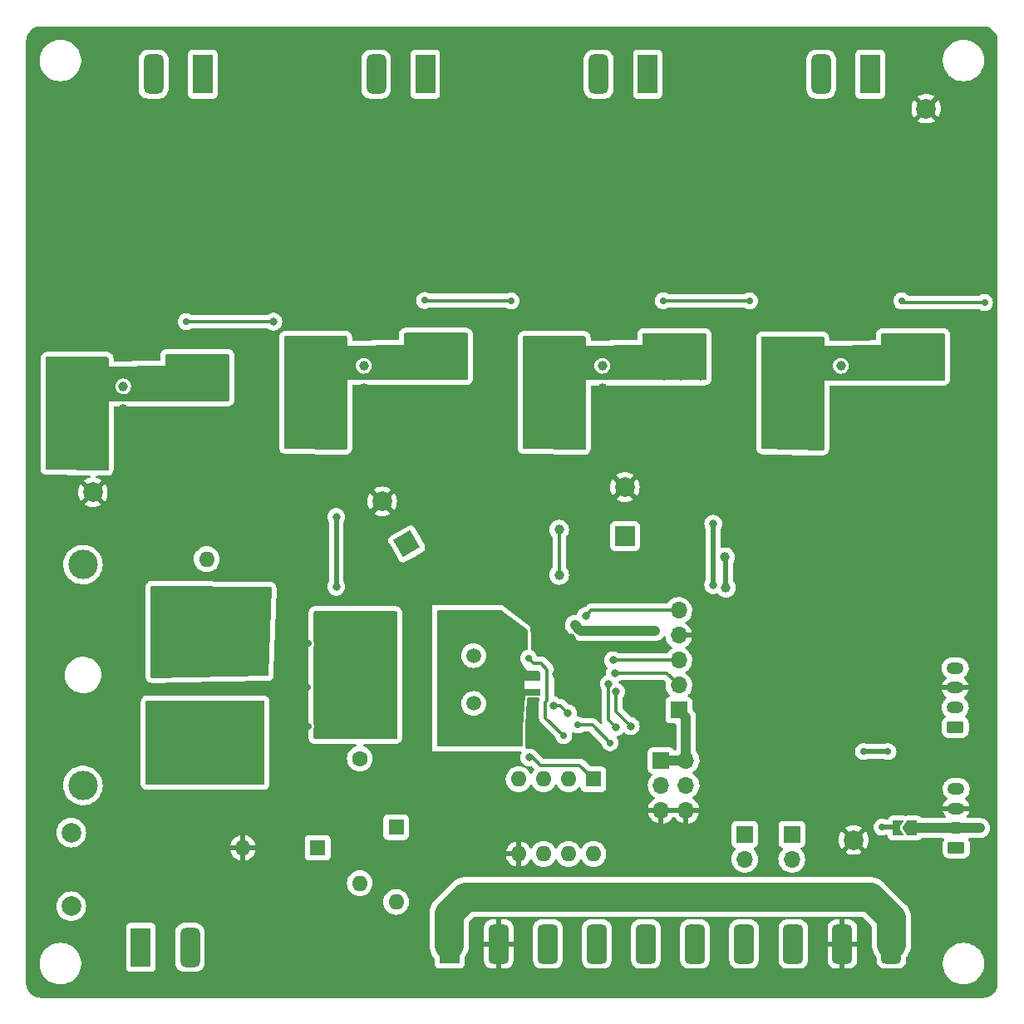
<source format=gbr>
%TF.GenerationSoftware,KiCad,Pcbnew,6.0.4+dfsg-1+b1*%
%TF.CreationDate,2022-10-04T23:39:51+01:00*%
%TF.ProjectId,led-driver,6c65642d-6472-4697-9665-722e6b696361,rev?*%
%TF.SameCoordinates,Original*%
%TF.FileFunction,Copper,L2,Bot*%
%TF.FilePolarity,Positive*%
%FSLAX46Y46*%
G04 Gerber Fmt 4.6, Leading zero omitted, Abs format (unit mm)*
G04 Created by KiCad (PCBNEW 6.0.4+dfsg-1+b1) date 2022-10-04 23:39:51*
%MOMM*%
%LPD*%
G01*
G04 APERTURE LIST*
G04 Aperture macros list*
%AMRoundRect*
0 Rectangle with rounded corners*
0 $1 Rounding radius*
0 $2 $3 $4 $5 $6 $7 $8 $9 X,Y pos of 4 corners*
0 Add a 4 corners polygon primitive as box body*
4,1,4,$2,$3,$4,$5,$6,$7,$8,$9,$2,$3,0*
0 Add four circle primitives for the rounded corners*
1,1,$1+$1,$2,$3*
1,1,$1+$1,$4,$5*
1,1,$1+$1,$6,$7*
1,1,$1+$1,$8,$9*
0 Add four rect primitives between the rounded corners*
20,1,$1+$1,$2,$3,$4,$5,0*
20,1,$1+$1,$4,$5,$6,$7,0*
20,1,$1+$1,$6,$7,$8,$9,0*
20,1,$1+$1,$8,$9,$2,$3,0*%
%AMRotRect*
0 Rectangle, with rotation*
0 The origin of the aperture is its center*
0 $1 length*
0 $2 width*
0 $3 Rotation angle, in degrees counterclockwise*
0 Add horizontal line*
21,1,$1,$2,0,0,$3*%
%AMFreePoly0*
4,1,6,1.000000,0.000000,0.500000,-0.750000,-0.500000,-0.750000,-0.500000,0.750000,0.500000,0.750000,1.000000,0.000000,1.000000,0.000000,$1*%
%AMFreePoly1*
4,1,6,0.500000,-0.750000,-0.650000,-0.750000,-0.150000,0.000000,-0.650000,0.750000,0.500000,0.750000,0.500000,-0.750000,0.500000,-0.750000,$1*%
G04 Aperture macros list end*
%TA.AperFunction,ComponentPad*%
%ADD10C,0.600000*%
%TD*%
%TA.AperFunction,SMDPad,CuDef*%
%ADD11R,2.410000X3.100000*%
%TD*%
%TA.AperFunction,ComponentPad*%
%ADD12R,1.600000X1.600000*%
%TD*%
%TA.AperFunction,ComponentPad*%
%ADD13O,1.600000X1.600000*%
%TD*%
%TA.AperFunction,ComponentPad*%
%ADD14R,2.000000X4.000000*%
%TD*%
%TA.AperFunction,ComponentPad*%
%ADD15RoundRect,0.500000X0.500000X1.500000X-0.500000X1.500000X-0.500000X-1.500000X0.500000X-1.500000X0*%
%TD*%
%TA.AperFunction,ComponentPad*%
%ADD16C,2.000000*%
%TD*%
%TA.AperFunction,ComponentPad*%
%ADD17R,1.700000X1.700000*%
%TD*%
%TA.AperFunction,ComponentPad*%
%ADD18O,1.700000X1.700000*%
%TD*%
%TA.AperFunction,ComponentPad*%
%ADD19C,1.600000*%
%TD*%
%TA.AperFunction,ComponentPad*%
%ADD20RoundRect,0.250000X0.625000X-0.350000X0.625000X0.350000X-0.625000X0.350000X-0.625000X-0.350000X0*%
%TD*%
%TA.AperFunction,ComponentPad*%
%ADD21O,1.750000X1.200000*%
%TD*%
%TA.AperFunction,ComponentPad*%
%ADD22R,2.000000X2.000000*%
%TD*%
%TA.AperFunction,ComponentPad*%
%ADD23C,3.000000*%
%TD*%
%TA.AperFunction,ComponentPad*%
%ADD24RoundRect,0.400000X-0.600000X-1.600000X0.600000X-1.600000X0.600000X1.600000X-0.600000X1.600000X0*%
%TD*%
%TA.AperFunction,ComponentPad*%
%ADD25C,1.500000*%
%TD*%
%TA.AperFunction,ComponentPad*%
%ADD26RoundRect,0.500000X-0.500000X-1.500000X0.500000X-1.500000X0.500000X1.500000X-0.500000X1.500000X0*%
%TD*%
%TA.AperFunction,ComponentPad*%
%ADD27RotRect,2.000000X2.000000X120.000000*%
%TD*%
%TA.AperFunction,SMDPad,CuDef*%
%ADD28FreePoly0,180.000000*%
%TD*%
%TA.AperFunction,SMDPad,CuDef*%
%ADD29FreePoly1,180.000000*%
%TD*%
%TA.AperFunction,ViaPad*%
%ADD30C,0.800000*%
%TD*%
%TA.AperFunction,ViaPad*%
%ADD31C,1.000000*%
%TD*%
%TA.AperFunction,ViaPad*%
%ADD32C,0.700000*%
%TD*%
%TA.AperFunction,Conductor*%
%ADD33C,0.350000*%
%TD*%
%TA.AperFunction,Conductor*%
%ADD34C,0.500000*%
%TD*%
%TA.AperFunction,Conductor*%
%ADD35C,1.000000*%
%TD*%
%TA.AperFunction,Conductor*%
%ADD36C,3.000000*%
%TD*%
G04 APERTURE END LIST*
D10*
%TO.P,U4,9,Pad*%
%TO.N,GND*%
X86745000Y-30400000D03*
X84835000Y-30400000D03*
D11*
X85790000Y-30400000D03*
D10*
X84835000Y-29100000D03*
X86745000Y-31700000D03*
X84835000Y-31700000D03*
X86745000Y-29100000D03*
%TD*%
%TO.P,U3,9,Pad*%
%TO.N,GND*%
X62445000Y-30375000D03*
X62445000Y-29075000D03*
X60535000Y-31675000D03*
X62445000Y-31675000D03*
X60535000Y-29075000D03*
D11*
X61490000Y-30375000D03*
D10*
X60535000Y-30375000D03*
%TD*%
D12*
%TO.P,D5,1,K*%
%TO.N,Net-(D5-Pad1)*%
X38200000Y-82090000D03*
D13*
%TO.P,D5,2,A*%
%TO.N,RS485_PWR*%
X38200000Y-89710000D03*
%TD*%
D14*
%TO.P,J1,1,Pin_1*%
%TO.N,/LED0+*%
X18500000Y-5400000D03*
D15*
%TO.P,J1,2,Pin_2*%
%TO.N,/LED0-*%
X13500000Y-5400000D03*
%TD*%
D16*
%TO.P,,1*%
%TO.N,GND*%
X84800000Y-83400000D03*
%TD*%
D17*
%TO.P,JP2,1,A*%
%TO.N,Net-(JP2-Pad1)*%
X78500000Y-82825000D03*
D18*
%TO.P,JP2,2,B*%
%TO.N,RS485_H*%
X78500000Y-85365000D03*
%TD*%
D12*
%TO.P,D9,1,K*%
%TO.N,/Power/REV_POL_GATE*%
X30210000Y-84200000D03*
D13*
%TO.P,D9,2,A*%
%TO.N,GND*%
X22590000Y-84200000D03*
%TD*%
D19*
%TO.P,R16,1*%
%TO.N,Net-(D6-Pad1)*%
X23200000Y-62350000D03*
D13*
%TO.P,R16,2*%
%TO.N,/Power/3V3_REG_IN*%
X23200000Y-75050000D03*
%TD*%
D19*
%TO.P,R14,1*%
%TO.N,Net-(D6-Pad1)*%
X14700000Y-62350000D03*
D13*
%TO.P,R14,2*%
%TO.N,/Power/3V3_REG_IN*%
X14700000Y-75050000D03*
%TD*%
D20*
%TO.P,J9,1,Pin_1*%
%TO.N,SDA*%
X95150000Y-71900000D03*
D21*
%TO.P,J9,2,Pin_2*%
%TO.N,Net-(J8-Pad2)*%
X95150000Y-69900000D03*
%TO.P,J9,3,Pin_3*%
%TO.N,GND*%
X95150000Y-67900000D03*
%TO.P,J9,4,Pin_4*%
%TO.N,SCL*%
X95150000Y-65900000D03*
%TD*%
D22*
%TO.P,C29,1*%
%TO.N,Vin*%
X61500000Y-52467677D03*
D16*
%TO.P,C29,2*%
%TO.N,GND*%
X61500000Y-47467677D03*
%TD*%
D17*
%TO.P,J7,1,Pin_1*%
%TO.N,+3V3*%
X67000000Y-70175000D03*
D18*
%TO.P,J7,2,Pin_2*%
%TO.N,SWDIO*%
X67000000Y-67635000D03*
%TO.P,J7,3,Pin_3*%
%TO.N,SWCLK*%
X67000000Y-65095000D03*
%TO.P,J7,4,Pin_4*%
%TO.N,GND*%
X67000000Y-62555000D03*
%TO.P,J7,5,Pin_5*%
%TO.N,NRST*%
X67000000Y-60015000D03*
%TD*%
D17*
%TO.P,J10,1,Pin_1*%
%TO.N,+3V3*%
X65200000Y-75300000D03*
D18*
%TO.P,J10,2,Pin_2*%
X67740000Y-75300000D03*
%TO.P,J10,3,Pin_3*%
%TO.N,GPIO_PB7*%
X65200000Y-77840000D03*
%TO.P,J10,4,Pin_4*%
%TO.N,GPIO_PA4*%
X67740000Y-77840000D03*
%TO.P,J10,5,Pin_5*%
%TO.N,GND*%
X65200000Y-80380000D03*
%TO.P,J10,6,Pin_6*%
X67740000Y-80380000D03*
%TD*%
D19*
%TO.P,R13,1*%
%TO.N,/Power/3V3_REG_IN*%
X34500000Y-75100000D03*
D13*
%TO.P,R13,2*%
%TO.N,Net-(D5-Pad1)*%
X34500000Y-87800000D03*
%TD*%
D12*
%TO.P,D6,1,K*%
%TO.N,Net-(D6-Pad1)*%
X18900000Y-62410000D03*
D13*
%TO.P,D6,2,A*%
%TO.N,Vin*%
X18900000Y-54790000D03*
%TD*%
D20*
%TO.P,J8,1,Pin_1*%
%TO.N,SDA*%
X95250000Y-84200000D03*
D21*
%TO.P,J8,2,Pin_2*%
%TO.N,Net-(J8-Pad2)*%
X95250000Y-82200000D03*
%TO.P,J8,3,Pin_3*%
%TO.N,GND*%
X95250000Y-80200000D03*
%TO.P,J8,4,Pin_4*%
%TO.N,SCL*%
X95250000Y-78200000D03*
%TD*%
D16*
%TO.P,,1*%
%TO.N,GND*%
X7300000Y-48000000D03*
%TD*%
D10*
%TO.P,U2,9,Pad*%
%TO.N,GND*%
X36235000Y-29050000D03*
D11*
X37190000Y-30350000D03*
D10*
X38145000Y-30350000D03*
X38145000Y-29050000D03*
X38145000Y-31650000D03*
X36235000Y-31650000D03*
X36235000Y-30350000D03*
%TD*%
D16*
%TO.P,TH1,1*%
%TO.N,/Power/Vin_Conn+*%
X5100000Y-90150000D03*
%TO.P,TH1,2*%
%TO.N,Net-(F1-Pad1)*%
X5100000Y-82650000D03*
%TD*%
D17*
%TO.P,JP1,1,A*%
%TO.N,Net-(JP1-Pad1)*%
X73700000Y-82825000D03*
D18*
%TO.P,JP1,2,B*%
%TO.N,RS485_L*%
X73700000Y-85365000D03*
%TD*%
D23*
%TO.P,F1,1*%
%TO.N,Net-(F1-Pad1)*%
X6300000Y-77850000D03*
%TO.P,F1,2*%
%TO.N,Vin*%
X6300000Y-55350000D03*
%TD*%
D14*
%TO.P,J6,1,Pin_1*%
%TO.N,RS485_PWR*%
X43650000Y-94000000D03*
D24*
%TO.P,J6,2,Pin_2*%
%TO.N,GND*%
X48650000Y-94000000D03*
%TO.P,J6,3,Pin_3*%
%TO.N,RS485_H*%
X53650000Y-94000000D03*
%TO.P,J6,4,Pin_4*%
%TO.N,RS485_L*%
X58650000Y-94000000D03*
%TO.P,J6,5,Pin_5*%
%TO.N,RS485_SHIELD*%
X63650000Y-94000000D03*
%TO.P,J6,6,Pin_6*%
X68650000Y-94000000D03*
%TO.P,J6,7,Pin_7*%
%TO.N,RS485_L*%
X73650000Y-94000000D03*
%TO.P,J6,8,Pin_8*%
%TO.N,RS485_H*%
X78650000Y-94000000D03*
%TO.P,J6,9,Pin_9*%
%TO.N,GND*%
X83650000Y-94000000D03*
%TO.P,J6,10,Pin_10*%
%TO.N,RS485_PWR*%
X88650000Y-94000000D03*
%TD*%
D25*
%TO.P,Y1,1,1*%
%TO.N,Net-(C24-Pad1)*%
X46100000Y-69500000D03*
%TO.P,Y1,2,2*%
%TO.N,OSC_IN*%
X46100000Y-64620000D03*
%TD*%
D12*
%TO.P,U6,1,RO*%
%TO.N,RX*%
X58300000Y-77200000D03*
D13*
%TO.P,U6,2,~{RE}*%
%TO.N,DE*%
X55760000Y-77200000D03*
%TO.P,U6,3,DE*%
X53220000Y-77200000D03*
%TO.P,U6,4,DI*%
%TO.N,TX*%
X50680000Y-77200000D03*
%TO.P,U6,5,GND*%
%TO.N,GND*%
X50680000Y-84820000D03*
%TO.P,U6,6,A*%
%TO.N,RS485_H*%
X53220000Y-84820000D03*
%TO.P,U6,7,B*%
%TO.N,RS485_L*%
X55760000Y-84820000D03*
%TO.P,U6,8,VCC*%
%TO.N,RS485_PWR*%
X58300000Y-84820000D03*
%TD*%
D14*
%TO.P,J4,1,Pin_1*%
%TO.N,/LED3+*%
X86500000Y-5400000D03*
D15*
%TO.P,J4,2,Pin_2*%
%TO.N,Net-(C10-Pad2)*%
X81500000Y-5400000D03*
%TD*%
D10*
%TO.P,U1,9,Pad*%
%TO.N,GND*%
X11935000Y-32500000D03*
D11*
X12890000Y-32500000D03*
D10*
X13845000Y-31200000D03*
X11935000Y-33800000D03*
X11935000Y-31200000D03*
X13845000Y-33800000D03*
X13845000Y-32500000D03*
%TD*%
D16*
%TO.P,,1*%
%TO.N,GND*%
X92200000Y-8900000D03*
%TD*%
D14*
%TO.P,J2,1,Pin_1*%
%TO.N,/LED1+*%
X41166666Y-5400000D03*
D15*
%TO.P,J2,2,Pin_2*%
%TO.N,Net-(C2-Pad2)*%
X36166666Y-5400000D03*
%TD*%
D14*
%TO.P,J3,1,Pin_1*%
%TO.N,/LED2+*%
X63833332Y-5400000D03*
D15*
%TO.P,J3,2,Pin_2*%
%TO.N,Net-(C9-Pad2)*%
X58833332Y-5400000D03*
%TD*%
D14*
%TO.P,J5,1,Pin_1*%
%TO.N,/Power/Vin_Conn+*%
X12200000Y-94350000D03*
D26*
%TO.P,J5,2,Pin_2*%
%TO.N,/Power/Vin_Conn-*%
X17200000Y-94350000D03*
%TD*%
D27*
%TO.P,C20,1*%
%TO.N,Vin*%
X39275000Y-53253685D03*
D16*
%TO.P,C20,2*%
%TO.N,GND*%
X36775000Y-48923558D03*
%TD*%
D28*
%TO.P,JP3,1,A*%
%TO.N,Net-(J8-Pad2)*%
X90750000Y-82200000D03*
D29*
%TO.P,JP3,2,B*%
%TO.N,+3V3*%
X89300000Y-82200000D03*
%TD*%
D30*
%TO.N,RX*%
X51785793Y-74998897D03*
D31*
%TO.N,GND*%
X4900000Y-86300000D03*
D32*
X48600000Y-61200000D03*
X46000000Y-73200000D03*
X48600000Y-73100000D03*
D31*
X59200000Y-35100000D03*
X12000000Y-84600000D03*
X12300000Y-41400000D03*
X98000000Y-91900000D03*
X91000000Y-63600000D03*
D32*
X46200000Y-60800000D03*
D31*
X18900000Y-79100000D03*
D32*
X70800000Y-45900000D03*
D31*
X54600000Y-66500000D03*
X49100000Y-5200000D03*
D32*
X98200000Y-25400000D03*
D31*
X59200000Y-37400000D03*
D32*
X1300000Y-13000000D03*
D31*
X6100000Y-61900000D03*
X22600000Y-90500000D03*
X72200000Y-49100000D03*
X23500000Y-86600000D03*
X21100000Y-86600000D03*
X1200000Y-80100000D03*
X83500000Y-35100000D03*
X14900000Y-92300000D03*
X87600000Y-46400000D03*
X56000000Y-62900000D03*
X60400000Y-57500000D03*
X80700000Y-68800000D03*
D32*
X70400000Y-70200000D03*
D31*
X83000000Y-77200000D03*
D32*
X29200000Y-67900000D03*
D31*
X34300000Y-39250000D03*
X58600000Y-39275000D03*
X10400000Y-39500000D03*
X75000000Y-57400000D03*
X36500000Y-39300000D03*
X4100000Y-93000000D03*
D32*
X74200000Y-27100000D03*
D31*
X30700000Y-88400000D03*
X82900000Y-39300000D03*
X44200000Y-80000000D03*
X93200000Y-91100000D03*
X98800000Y-45000000D03*
D32*
X50000000Y-62400000D03*
D31*
X83500000Y-37600000D03*
X21100000Y-90500000D03*
X30900000Y-59000000D03*
X24700000Y-86600000D03*
D32*
X39000000Y-59800000D03*
D31*
X22300000Y-86600000D03*
X74900000Y-59000000D03*
X21100000Y-89200000D03*
D32*
X20600000Y-12800000D03*
X49700000Y-75100000D03*
X48800000Y-71400000D03*
D31*
X7000000Y-7600000D03*
D32*
X43100000Y-63400000D03*
D31*
X94500000Y-45800000D03*
X19700000Y-90500000D03*
D32*
X46100000Y-67050000D03*
D31*
X60800000Y-39200000D03*
X25000000Y-4800000D03*
D32*
X43100000Y-69700000D03*
D31*
X7400000Y-96300000D03*
X6200000Y-72100000D03*
X5600000Y-51800000D03*
X10400000Y-37200000D03*
X96600000Y-53900000D03*
D32*
X74600000Y-71200000D03*
X43100000Y-60800000D03*
D31*
X79100000Y-63700000D03*
X21187500Y-50600000D03*
D32*
X43500000Y-10700000D03*
X43100000Y-66400000D03*
X25700000Y-29100000D03*
D31*
X71100000Y-5500000D03*
X21187500Y-48000000D03*
X25400000Y-78900000D03*
D32*
X29300000Y-71800000D03*
D31*
X9400000Y-81100000D03*
X85000000Y-39300000D03*
D32*
X1500000Y-45800000D03*
X29300000Y-63400000D03*
X66400000Y-10800000D03*
D31*
X30700000Y-97900000D03*
D32*
X1300000Y-34000000D03*
D31*
X34900000Y-35100000D03*
X2500000Y-55400000D03*
X46100000Y-47400000D03*
X14600000Y-97800000D03*
X26000000Y-86600000D03*
D32*
X43100000Y-73200000D03*
D31*
X10000000Y-41400000D03*
D32*
X49900000Y-27200000D03*
D31*
X21100000Y-87900000D03*
D32*
X1200000Y-23300000D03*
D31*
X34900000Y-37400000D03*
X37800000Y-74400000D03*
D32*
X70800000Y-44800000D03*
D31*
%TO.N,Net-(D6-Pad1)*%
X14600000Y-65400000D03*
X14100000Y-58400000D03*
X23200000Y-65500000D03*
X24700000Y-59100000D03*
X18900000Y-65500000D03*
X19100000Y-58600000D03*
D30*
%TO.N,NRST*%
X57525500Y-60572895D03*
D31*
%TO.N,Vin*%
X5300000Y-38100000D03*
X91500000Y-32400000D03*
X44900000Y-36050000D03*
X79700000Y-36000000D03*
X27300000Y-34450000D03*
X18600000Y-34500000D03*
X32600000Y-35950000D03*
X91500000Y-36100000D03*
X16900000Y-38200000D03*
X66200000Y-33275000D03*
X41900000Y-33250000D03*
X17600000Y-35400000D03*
X3000000Y-36600000D03*
X93500000Y-36100000D03*
X20600000Y-38200000D03*
X81200000Y-36000000D03*
X75900000Y-36100000D03*
X75900000Y-33000000D03*
X67200000Y-36075000D03*
X19600000Y-35400000D03*
X69200000Y-36075000D03*
X31100000Y-35950000D03*
X65500000Y-36075000D03*
X75900000Y-34500000D03*
X51600000Y-34475000D03*
X42900000Y-32350000D03*
X27300000Y-32950000D03*
X27300000Y-36050000D03*
X56900000Y-35975000D03*
X51600000Y-36075000D03*
X51600000Y-32975000D03*
X41200000Y-36050000D03*
X18600000Y-38200000D03*
X90500000Y-33300000D03*
X42900000Y-36050000D03*
X92500000Y-33300000D03*
X55400000Y-35975000D03*
X53900000Y-35975000D03*
X68200000Y-33275000D03*
X43900000Y-33250000D03*
X67200000Y-32375000D03*
X3000000Y-38200000D03*
X89800000Y-36100000D03*
X8300000Y-38100000D03*
X71700000Y-54600000D03*
X78200000Y-36000000D03*
X29600000Y-35950000D03*
X6800000Y-38100000D03*
X71800000Y-57700000D03*
X3000000Y-35100000D03*
D30*
%TO.N,Button*%
X54200000Y-69700000D03*
X55700000Y-70500000D03*
D32*
%TO.N,+3V3*%
X88300000Y-74400000D03*
D31*
X64600000Y-62100000D03*
D32*
X85800000Y-74400000D03*
D30*
X56400000Y-61500000D03*
D32*
X87700000Y-82100000D03*
D30*
%TO.N,LED0_CTRL*%
X32100000Y-50500000D03*
X32100000Y-57600000D03*
%TO.N,SDA*%
X60600000Y-71900000D03*
X59859002Y-67507144D03*
%TO.N,SCL*%
X60600000Y-68300000D03*
X62100000Y-71800000D03*
D32*
%TO.N,GPIO_PA4*%
X56700000Y-71700000D03*
X60000000Y-73500000D03*
D31*
%TO.N,LED1_CTRL*%
X54800000Y-56400000D03*
X54800000Y-51800000D03*
D30*
%TO.N,LED2_CTRL*%
X70500000Y-51200000D03*
X70500000Y-57449500D03*
%TO.N,SWDIO*%
X60500000Y-66390568D03*
%TO.N,SWCLK*%
X60300000Y-65100000D03*
D32*
%TO.N,/Power/3V3_REG_IN*%
X32000000Y-64300000D03*
X34500000Y-64300000D03*
D31*
X18950000Y-75050000D03*
D32*
X35600000Y-64300000D03*
X32000000Y-67600000D03*
X35600000Y-67700000D03*
D31*
X18800000Y-70400000D03*
X13800000Y-70400000D03*
D32*
X35600000Y-65500000D03*
X35600000Y-66700000D03*
X34300000Y-70300000D03*
X32000000Y-66500000D03*
X33100000Y-70300000D03*
X32000000Y-65400000D03*
X33200000Y-64300000D03*
D31*
X23900000Y-70400000D03*
D32*
%TO.N,Net-(J8-Pad2)*%
X97700000Y-82200000D03*
%TO.N,GPIO_PB7*%
X51700000Y-64900000D03*
X55273059Y-72800000D03*
%TO.N,Net-(C3-Pad1)*%
X16800000Y-30600000D03*
D30*
X25700000Y-30600000D03*
D32*
%TO.N,Net-(C6-Pad1)*%
X49900000Y-28500000D03*
X41095000Y-28445000D03*
%TO.N,Net-(C11-Pad1)*%
X74200000Y-28500000D03*
X65395000Y-28470000D03*
%TO.N,Net-(C14-Pad1)*%
X89700000Y-28500000D03*
X98137765Y-28662235D03*
%TD*%
D33*
%TO.N,RX*%
X56900000Y-75800000D02*
X58300000Y-77200000D01*
X52098897Y-74998897D02*
X52900000Y-75800000D01*
X52900000Y-75800000D02*
X56900000Y-75800000D01*
X51785793Y-74998897D02*
X52098897Y-74998897D01*
%TO.N,NRST*%
X58083395Y-60015000D02*
X67000000Y-60015000D01*
X57525500Y-60572895D02*
X58083395Y-60015000D01*
D34*
%TO.N,Vin*%
X71800000Y-54700000D02*
X71700000Y-54600000D01*
X71800000Y-57700000D02*
X71800000Y-54700000D01*
D33*
%TO.N,Button*%
X54900000Y-69700000D02*
X55700000Y-70500000D01*
X54200000Y-69700000D02*
X54900000Y-69700000D01*
D34*
%TO.N,+3V3*%
X87700000Y-82100000D02*
X89200000Y-82100000D01*
X89200000Y-82100000D02*
X89300000Y-82200000D01*
D35*
X65200000Y-75300000D02*
X67740000Y-75300000D01*
X57000000Y-62100000D02*
X64600000Y-62100000D01*
X67740000Y-70915000D02*
X67000000Y-70175000D01*
X56400000Y-61500000D02*
X56900000Y-62000000D01*
X67740000Y-75300000D02*
X67740000Y-70915000D01*
X56900000Y-62000000D02*
X57000000Y-62100000D01*
D34*
X88300000Y-74400000D02*
X85800000Y-74400000D01*
%TO.N,LED0_CTRL*%
X32100000Y-50500000D02*
X32100000Y-57600000D01*
D33*
%TO.N,SDA*%
X59825489Y-71125489D02*
X59825489Y-67540657D01*
X60600000Y-71900000D02*
X59825489Y-71125489D01*
X59825489Y-67540657D02*
X59859002Y-67507144D01*
%TO.N,SCL*%
X60600000Y-70300000D02*
X60600000Y-68300000D01*
X62100000Y-71800000D02*
X60600000Y-70300000D01*
%TO.N,GPIO_PA4*%
X58200000Y-71700000D02*
X60000000Y-73500000D01*
X56700000Y-71700000D02*
X58200000Y-71700000D01*
%TO.N,LED1_CTRL*%
X54800000Y-51800000D02*
X54800000Y-56400000D01*
D34*
%TO.N,LED2_CTRL*%
X70500000Y-51200000D02*
X70500000Y-57449500D01*
D36*
%TO.N,RS485_PWR*%
X86500000Y-89200000D02*
X45300000Y-89200000D01*
X88650000Y-91350000D02*
X88650000Y-94000000D01*
X86500000Y-89200000D02*
X88650000Y-91350000D01*
X43600000Y-90900000D02*
X43600000Y-94100000D01*
X45300000Y-89200000D02*
X43600000Y-90900000D01*
D33*
%TO.N,SWDIO*%
X65755568Y-66390568D02*
X67000000Y-67635000D01*
X60500000Y-66390568D02*
X65755568Y-66390568D01*
%TO.N,SWCLK*%
X60300000Y-65100000D02*
X60305000Y-65095000D01*
X60305000Y-65095000D02*
X67000000Y-65095000D01*
D35*
%TO.N,Net-(J8-Pad2)*%
X90750000Y-82200000D02*
X95250000Y-82200000D01*
X95250000Y-82200000D02*
X97700000Y-82200000D01*
D33*
%TO.N,GPIO_PB7*%
X51700000Y-64900000D02*
X52200000Y-65400000D01*
X53602337Y-69202338D02*
X53425489Y-69379186D01*
X53425489Y-70952430D02*
X55273059Y-72800000D01*
X52947516Y-65400000D02*
X53602337Y-66054821D01*
X53425489Y-69379186D02*
X53425489Y-70952430D01*
X53602337Y-66054821D02*
X53602337Y-69202338D01*
X52200000Y-65400000D02*
X52947516Y-65400000D01*
%TO.N,Net-(C3-Pad1)*%
X16800000Y-30600000D02*
X25700000Y-30600000D01*
%TO.N,Net-(C6-Pad1)*%
X41100000Y-28450000D02*
X49850000Y-28450000D01*
X49850000Y-28450000D02*
X49900000Y-28500000D01*
%TO.N,Net-(C11-Pad1)*%
X65400000Y-28475000D02*
X74175000Y-28475000D01*
X74175000Y-28475000D02*
X74200000Y-28500000D01*
%TO.N,Net-(C14-Pad1)*%
X98137765Y-28662235D02*
X89862235Y-28662235D01*
X89862235Y-28662235D02*
X89700000Y-28500000D01*
%TD*%
%TA.AperFunction,Conductor*%
%TO.N,Net-(D6-Pad1)*%
G36*
X13800585Y-57500005D02*
G01*
X25370891Y-57598897D01*
X25438838Y-57619480D01*
X25484871Y-57673531D01*
X25495746Y-57729044D01*
X25203951Y-66580167D01*
X25181715Y-66647591D01*
X25126556Y-66692291D01*
X25080119Y-66701998D01*
X13328100Y-66897865D01*
X13259655Y-66879000D01*
X13212275Y-66826127D01*
X13200000Y-66771882D01*
X13200000Y-57626000D01*
X13220002Y-57557879D01*
X13273658Y-57511386D01*
X13326000Y-57500000D01*
X13799508Y-57500000D01*
X13800585Y-57500005D01*
G37*
%TD.AperFunction*%
%TD*%
%TA.AperFunction,Conductor*%
%TO.N,GND*%
G36*
X97969992Y-509967D02*
G01*
X97984826Y-512277D01*
X97984829Y-512277D01*
X97993699Y-513658D01*
X98002600Y-512494D01*
X98002604Y-512494D01*
X98008955Y-511663D01*
X98034279Y-510920D01*
X98203254Y-523002D01*
X98221044Y-525559D01*
X98376944Y-559471D01*
X98411386Y-566963D01*
X98428630Y-572026D01*
X98611149Y-640098D01*
X98627491Y-647562D01*
X98798453Y-740911D01*
X98813576Y-750629D01*
X98969514Y-867358D01*
X98983101Y-879131D01*
X99120836Y-1016862D01*
X99132607Y-1030446D01*
X99249350Y-1186391D01*
X99259057Y-1201495D01*
X99352416Y-1372460D01*
X99359884Y-1388813D01*
X99427958Y-1571319D01*
X99433023Y-1588567D01*
X99474432Y-1778901D01*
X99476991Y-1796695D01*
X99488551Y-1958293D01*
X99487745Y-1977678D01*
X99487658Y-1984823D01*
X99486276Y-1993699D01*
X99489078Y-2015126D01*
X99490403Y-2025256D01*
X99491467Y-2041595D01*
X99491467Y-97950608D01*
X99489967Y-97969992D01*
X99486276Y-97993699D01*
X99487917Y-98006246D01*
X99488271Y-98008953D01*
X99489014Y-98034279D01*
X99476932Y-98203247D01*
X99474374Y-98221042D01*
X99432972Y-98411375D01*
X99427907Y-98428625D01*
X99359840Y-98611124D01*
X99352372Y-98627476D01*
X99259024Y-98798434D01*
X99249308Y-98813553D01*
X99191242Y-98891120D01*
X99132575Y-98969490D01*
X99120802Y-98983076D01*
X98983076Y-99120802D01*
X98969490Y-99132575D01*
X98813554Y-99249307D01*
X98798434Y-99259024D01*
X98627476Y-99352372D01*
X98611124Y-99359840D01*
X98428625Y-99427907D01*
X98411375Y-99432972D01*
X98221042Y-99474374D01*
X98203248Y-99476932D01*
X98041372Y-99488507D01*
X98023396Y-99487759D01*
X98015124Y-99487658D01*
X98006251Y-99486276D01*
X97997348Y-99487440D01*
X97974679Y-99490404D01*
X97958344Y-99491467D01*
X2049330Y-99491467D01*
X2029945Y-99489967D01*
X2015112Y-99487657D01*
X2015108Y-99487657D01*
X2006239Y-99486276D01*
X1990983Y-99488271D01*
X1965661Y-99489014D01*
X1796689Y-99476930D01*
X1778896Y-99474372D01*
X1588564Y-99432969D01*
X1571314Y-99427904D01*
X1388814Y-99359836D01*
X1372461Y-99352368D01*
X1295885Y-99310555D01*
X1201497Y-99259016D01*
X1186383Y-99249302D01*
X1030451Y-99132573D01*
X1016865Y-99120800D01*
X879132Y-98983067D01*
X867359Y-98969481D01*
X750632Y-98813553D01*
X740912Y-98798429D01*
X647563Y-98627472D01*
X640095Y-98611119D01*
X572027Y-98428620D01*
X566962Y-98411371D01*
X525558Y-98221036D01*
X523000Y-98203241D01*
X516211Y-98108307D01*
X511425Y-98041384D01*
X512176Y-98023314D01*
X512276Y-98015120D01*
X513658Y-98006246D01*
X512494Y-97997343D01*
X512494Y-97997338D01*
X509531Y-97974676D01*
X508467Y-97958340D01*
X508467Y-96132703D01*
X1890743Y-96132703D01*
X1928268Y-96417734D01*
X2004129Y-96695036D01*
X2005813Y-96698984D01*
X2070972Y-96851745D01*
X2116923Y-96959476D01*
X2264561Y-97206161D01*
X2444313Y-97430528D01*
X2652851Y-97628423D01*
X2886317Y-97796186D01*
X2890112Y-97798195D01*
X2890113Y-97798196D01*
X2911869Y-97809715D01*
X3140392Y-97930712D01*
X3212889Y-97957242D01*
X3403875Y-98027133D01*
X3410373Y-98029511D01*
X3691264Y-98090755D01*
X3719841Y-98093004D01*
X3914282Y-98108307D01*
X3914291Y-98108307D01*
X3916739Y-98108500D01*
X4072271Y-98108500D01*
X4074407Y-98108354D01*
X4074418Y-98108354D01*
X4282548Y-98094165D01*
X4282554Y-98094164D01*
X4286825Y-98093873D01*
X4291020Y-98093004D01*
X4291022Y-98093004D01*
X4427583Y-98064724D01*
X4568342Y-98035574D01*
X4839343Y-97939607D01*
X5094812Y-97807750D01*
X5098313Y-97805289D01*
X5098317Y-97805287D01*
X5212417Y-97725096D01*
X5330023Y-97642441D01*
X5540622Y-97446740D01*
X5722713Y-97224268D01*
X5872927Y-96979142D01*
X5988483Y-96715898D01*
X5991280Y-96706081D01*
X6066068Y-96443534D01*
X6067244Y-96439406D01*
X6073118Y-96398134D01*
X10691500Y-96398134D01*
X10698255Y-96460316D01*
X10749385Y-96596705D01*
X10836739Y-96713261D01*
X10953295Y-96800615D01*
X11089684Y-96851745D01*
X11151866Y-96858500D01*
X13248134Y-96858500D01*
X13310316Y-96851745D01*
X13446705Y-96800615D01*
X13563261Y-96713261D01*
X13650615Y-96596705D01*
X13701745Y-96460316D01*
X13708500Y-96398134D01*
X13708500Y-95946328D01*
X15691500Y-95946328D01*
X15691808Y-95952408D01*
X15692733Y-95956995D01*
X15692733Y-95956996D01*
X15728162Y-96132703D01*
X15730900Y-96146284D01*
X15806905Y-96328873D01*
X15810332Y-96333992D01*
X15810334Y-96333996D01*
X15913496Y-96488099D01*
X15913500Y-96488104D01*
X15916927Y-96493223D01*
X16056777Y-96633073D01*
X16061896Y-96636500D01*
X16061901Y-96636504D01*
X16216004Y-96739666D01*
X16216008Y-96739668D01*
X16221127Y-96743095D01*
X16403716Y-96819100D01*
X16409752Y-96820317D01*
X16409755Y-96820318D01*
X16593004Y-96857267D01*
X16597592Y-96858192D01*
X16603672Y-96858500D01*
X17796328Y-96858500D01*
X17802408Y-96858192D01*
X17806996Y-96857267D01*
X17990245Y-96820318D01*
X17990248Y-96820317D01*
X17996284Y-96819100D01*
X18178873Y-96743095D01*
X18183992Y-96739668D01*
X18183996Y-96739666D01*
X18338099Y-96636504D01*
X18338104Y-96636500D01*
X18343223Y-96633073D01*
X18483073Y-96493223D01*
X18486500Y-96488104D01*
X18486504Y-96488099D01*
X18589666Y-96333996D01*
X18589668Y-96333992D01*
X18593095Y-96328873D01*
X18669100Y-96146284D01*
X18671839Y-96132703D01*
X18707267Y-95956996D01*
X18707267Y-95956995D01*
X18708192Y-95952408D01*
X18708500Y-95946328D01*
X18708500Y-92753672D01*
X18708192Y-92747592D01*
X18669100Y-92553716D01*
X18593095Y-92371127D01*
X18589668Y-92366008D01*
X18589666Y-92366004D01*
X18486504Y-92211901D01*
X18486500Y-92211896D01*
X18483073Y-92206777D01*
X18343223Y-92066927D01*
X18338104Y-92063500D01*
X18338099Y-92063496D01*
X18183996Y-91960334D01*
X18183992Y-91960332D01*
X18178873Y-91956905D01*
X17996284Y-91880900D01*
X17990248Y-91879683D01*
X17990245Y-91879682D01*
X17806996Y-91842733D01*
X17806995Y-91842733D01*
X17802408Y-91841808D01*
X17796328Y-91841500D01*
X16603672Y-91841500D01*
X16597592Y-91841808D01*
X16593005Y-91842733D01*
X16593004Y-91842733D01*
X16409755Y-91879682D01*
X16409752Y-91879683D01*
X16403716Y-91880900D01*
X16221127Y-91956905D01*
X16216008Y-91960332D01*
X16216004Y-91960334D01*
X16061901Y-92063496D01*
X16061896Y-92063500D01*
X16056777Y-92066927D01*
X15916927Y-92206777D01*
X15913500Y-92211896D01*
X15913496Y-92211901D01*
X15810334Y-92366004D01*
X15810332Y-92366008D01*
X15806905Y-92371127D01*
X15730900Y-92553716D01*
X15691808Y-92747592D01*
X15691500Y-92753672D01*
X15691500Y-95946328D01*
X13708500Y-95946328D01*
X13708500Y-92301866D01*
X13701745Y-92239684D01*
X13650615Y-92103295D01*
X13563261Y-91986739D01*
X13446705Y-91899385D01*
X13310316Y-91848255D01*
X13248134Y-91841500D01*
X11151866Y-91841500D01*
X11089684Y-91848255D01*
X10953295Y-91899385D01*
X10836739Y-91986739D01*
X10749385Y-92103295D01*
X10698255Y-92239684D01*
X10691500Y-92301866D01*
X10691500Y-96398134D01*
X6073118Y-96398134D01*
X6107751Y-96154784D01*
X6107828Y-96140245D01*
X6109235Y-95871583D01*
X6109235Y-95871576D01*
X6109257Y-95867297D01*
X6071732Y-95582266D01*
X5995871Y-95304964D01*
X5985103Y-95279719D01*
X5884763Y-95044476D01*
X5884761Y-95044472D01*
X5883077Y-95040524D01*
X5752783Y-94822819D01*
X5737643Y-94797521D01*
X5737640Y-94797517D01*
X5735439Y-94793839D01*
X5555687Y-94569472D01*
X5401166Y-94422837D01*
X5350258Y-94374527D01*
X5350255Y-94374525D01*
X5347149Y-94371577D01*
X5113683Y-94203814D01*
X5091843Y-94192250D01*
X5002225Y-94144800D01*
X4859608Y-94069288D01*
X4589627Y-93970489D01*
X4308736Y-93909245D01*
X4277685Y-93906801D01*
X4085718Y-93891693D01*
X4085709Y-93891693D01*
X4083261Y-93891500D01*
X3927729Y-93891500D01*
X3925593Y-93891646D01*
X3925582Y-93891646D01*
X3717452Y-93905835D01*
X3717446Y-93905836D01*
X3713175Y-93906127D01*
X3708980Y-93906996D01*
X3708978Y-93906996D01*
X3572417Y-93935276D01*
X3431658Y-93964426D01*
X3160657Y-94060393D01*
X3156848Y-94062359D01*
X2952267Y-94167951D01*
X2905188Y-94192250D01*
X2901687Y-94194711D01*
X2901683Y-94194713D01*
X2798050Y-94267548D01*
X2669977Y-94357559D01*
X2459378Y-94553260D01*
X2277287Y-94775732D01*
X2127073Y-95020858D01*
X2125347Y-95024791D01*
X2125346Y-95024792D01*
X2105280Y-95070503D01*
X2011517Y-95284102D01*
X2010342Y-95288229D01*
X2010341Y-95288230D01*
X1986258Y-95372773D01*
X1932756Y-95560594D01*
X1892249Y-95845216D01*
X1892227Y-95849505D01*
X1892226Y-95849512D01*
X1890765Y-96128417D01*
X1890743Y-96132703D01*
X508467Y-96132703D01*
X508467Y-90150000D01*
X3586835Y-90150000D01*
X3605465Y-90386711D01*
X3606619Y-90391518D01*
X3606620Y-90391524D01*
X3625912Y-90471881D01*
X3660895Y-90617594D01*
X3662788Y-90622165D01*
X3662789Y-90622167D01*
X3730537Y-90785725D01*
X3751760Y-90836963D01*
X3754346Y-90841183D01*
X3873241Y-91035202D01*
X3873245Y-91035208D01*
X3875824Y-91039416D01*
X4005539Y-91191293D01*
X4020236Y-91208500D01*
X4030031Y-91219969D01*
X4210584Y-91374176D01*
X4214792Y-91376755D01*
X4214798Y-91376759D01*
X4402854Y-91492000D01*
X4413037Y-91498240D01*
X4417607Y-91500133D01*
X4417611Y-91500135D01*
X4627833Y-91587211D01*
X4632406Y-91589105D01*
X4712609Y-91608360D01*
X4858476Y-91643380D01*
X4858482Y-91643381D01*
X4863289Y-91644535D01*
X5100000Y-91663165D01*
X5336711Y-91644535D01*
X5341518Y-91643381D01*
X5341524Y-91643380D01*
X5487391Y-91608360D01*
X5567594Y-91589105D01*
X5572167Y-91587211D01*
X5782389Y-91500135D01*
X5782393Y-91500133D01*
X5786963Y-91498240D01*
X5797146Y-91492000D01*
X5985202Y-91376759D01*
X5985208Y-91376755D01*
X5989416Y-91374176D01*
X6169969Y-91219969D01*
X6179765Y-91208500D01*
X6194461Y-91191293D01*
X6324176Y-91039416D01*
X6326755Y-91035208D01*
X6326759Y-91035202D01*
X6445654Y-90841183D01*
X6448240Y-90836963D01*
X6469464Y-90785725D01*
X6537211Y-90622167D01*
X6537212Y-90622165D01*
X6539105Y-90617594D01*
X6574088Y-90471881D01*
X6593380Y-90391524D01*
X6593381Y-90391518D01*
X6594535Y-90386711D01*
X6613165Y-90150000D01*
X6594535Y-89913289D01*
X6581001Y-89856913D01*
X6545729Y-89710000D01*
X36886502Y-89710000D01*
X36906457Y-89938087D01*
X36907881Y-89943400D01*
X36907881Y-89943402D01*
X36936091Y-90048680D01*
X36965716Y-90159243D01*
X36968039Y-90164224D01*
X36968039Y-90164225D01*
X37060151Y-90361762D01*
X37060154Y-90361767D01*
X37062477Y-90366749D01*
X37115774Y-90442865D01*
X37180441Y-90535218D01*
X37193802Y-90554300D01*
X37355700Y-90716198D01*
X37360208Y-90719355D01*
X37360211Y-90719357D01*
X37417616Y-90759552D01*
X37543251Y-90847523D01*
X37548233Y-90849846D01*
X37548238Y-90849849D01*
X37690755Y-90916305D01*
X37750757Y-90944284D01*
X37756065Y-90945706D01*
X37756067Y-90945707D01*
X37966598Y-91002119D01*
X37966600Y-91002119D01*
X37971913Y-91003543D01*
X38200000Y-91023498D01*
X38407159Y-91005374D01*
X41589354Y-91005374D01*
X41589889Y-91009730D01*
X41589889Y-91009733D01*
X41590561Y-91015204D01*
X41591500Y-91030560D01*
X41591500Y-94170146D01*
X41591653Y-94172332D01*
X41591653Y-94172336D01*
X41604433Y-94355096D01*
X41606189Y-94380212D01*
X41664591Y-94654970D01*
X41666094Y-94659099D01*
X41666095Y-94659103D01*
X41709875Y-94779386D01*
X41760663Y-94918926D01*
X41892536Y-95166942D01*
X41895122Y-95170501D01*
X41895123Y-95170503D01*
X42035692Y-95363980D01*
X42057642Y-95394192D01*
X42060698Y-95397356D01*
X42060700Y-95397359D01*
X42106137Y-95444410D01*
X42139069Y-95507307D01*
X42141500Y-95531937D01*
X42141500Y-96048134D01*
X42148255Y-96110316D01*
X42199385Y-96246705D01*
X42286739Y-96363261D01*
X42403295Y-96450615D01*
X42539684Y-96501745D01*
X42601866Y-96508500D01*
X44698134Y-96508500D01*
X44760316Y-96501745D01*
X44896705Y-96450615D01*
X45013261Y-96363261D01*
X45100615Y-96246705D01*
X45151745Y-96110316D01*
X45158500Y-96048134D01*
X45158500Y-95661085D01*
X47142000Y-95661085D01*
X47142193Y-95666010D01*
X47147786Y-95737069D01*
X47149733Y-95748403D01*
X47195931Y-95920817D01*
X47200635Y-95933070D01*
X47281295Y-96091375D01*
X47288448Y-96102390D01*
X47400255Y-96240459D01*
X47409541Y-96249745D01*
X47547610Y-96361552D01*
X47558625Y-96368705D01*
X47716930Y-96449365D01*
X47729183Y-96454069D01*
X47901597Y-96500267D01*
X47912931Y-96502214D01*
X47983990Y-96507807D01*
X47988915Y-96508000D01*
X48377885Y-96508000D01*
X48393124Y-96503525D01*
X48394329Y-96502135D01*
X48396000Y-96494452D01*
X48396000Y-96489885D01*
X48904000Y-96489885D01*
X48908475Y-96505124D01*
X48909865Y-96506329D01*
X48917548Y-96508000D01*
X49311085Y-96508000D01*
X49316010Y-96507807D01*
X49387069Y-96502214D01*
X49398403Y-96500267D01*
X49570817Y-96454069D01*
X49583070Y-96449365D01*
X49741375Y-96368705D01*
X49752390Y-96361552D01*
X49890459Y-96249745D01*
X49899745Y-96240459D01*
X50011552Y-96102390D01*
X50018705Y-96091375D01*
X50099365Y-95933070D01*
X50104069Y-95920817D01*
X50150267Y-95748403D01*
X50152214Y-95737069D01*
X50157807Y-95666010D01*
X50158000Y-95661085D01*
X50158000Y-94272115D01*
X50153525Y-94256876D01*
X50152135Y-94255671D01*
X50144452Y-94254000D01*
X48922115Y-94254000D01*
X48906876Y-94258475D01*
X48905671Y-94259865D01*
X48904000Y-94267548D01*
X48904000Y-96489885D01*
X48396000Y-96489885D01*
X48396000Y-94272115D01*
X48391525Y-94256876D01*
X48390135Y-94255671D01*
X48382452Y-94254000D01*
X47160115Y-94254000D01*
X47144876Y-94258475D01*
X47143671Y-94259865D01*
X47142000Y-94267548D01*
X47142000Y-95661085D01*
X45158500Y-95661085D01*
X45158500Y-95413183D01*
X45178502Y-95345062D01*
X45187970Y-95332203D01*
X45228879Y-95283450D01*
X45377731Y-95045236D01*
X45491982Y-94788625D01*
X45569407Y-94518610D01*
X45608500Y-94240448D01*
X45608500Y-93727885D01*
X47142000Y-93727885D01*
X47146475Y-93743124D01*
X47147865Y-93744329D01*
X47155548Y-93746000D01*
X48377885Y-93746000D01*
X48393124Y-93741525D01*
X48394329Y-93740135D01*
X48396000Y-93732452D01*
X48396000Y-93727885D01*
X48904000Y-93727885D01*
X48908475Y-93743124D01*
X48909865Y-93744329D01*
X48917548Y-93746000D01*
X50139885Y-93746000D01*
X50155124Y-93741525D01*
X50156329Y-93740135D01*
X50158000Y-93732452D01*
X50158000Y-92338916D01*
X50157902Y-92336419D01*
X52141500Y-92336419D01*
X52141501Y-95663580D01*
X52147743Y-95742904D01*
X52197171Y-95927371D01*
X52200167Y-95933251D01*
X52280735Y-96091375D01*
X52283871Y-96097530D01*
X52288024Y-96102659D01*
X52288027Y-96102663D01*
X52397862Y-96238297D01*
X52404055Y-96245945D01*
X52409186Y-96250100D01*
X52547337Y-96361973D01*
X52547341Y-96361976D01*
X52552470Y-96366129D01*
X52558347Y-96369124D01*
X52558351Y-96369126D01*
X52696285Y-96439406D01*
X52722629Y-96452829D01*
X52729002Y-96454537D01*
X52729003Y-96454537D01*
X52901519Y-96500763D01*
X52901523Y-96500764D01*
X52907096Y-96502257D01*
X52912852Y-96502710D01*
X52983963Y-96508307D01*
X52983970Y-96508307D01*
X52986419Y-96508500D01*
X53649731Y-96508500D01*
X54313580Y-96508499D01*
X54362947Y-96504614D01*
X54387150Y-96502710D01*
X54387152Y-96502710D01*
X54392904Y-96502257D01*
X54577371Y-96452829D01*
X54603715Y-96439406D01*
X54741649Y-96369126D01*
X54741653Y-96369124D01*
X54747530Y-96366129D01*
X54752659Y-96361976D01*
X54752663Y-96361973D01*
X54890814Y-96250100D01*
X54895945Y-96245945D01*
X54902138Y-96238297D01*
X55011973Y-96102663D01*
X55011976Y-96102659D01*
X55016129Y-96097530D01*
X55019266Y-96091375D01*
X55099833Y-95933251D01*
X55102829Y-95927371D01*
X55104585Y-95920817D01*
X55150763Y-95748481D01*
X55150764Y-95748477D01*
X55152257Y-95742904D01*
X55153023Y-95733175D01*
X55158307Y-95666037D01*
X55158307Y-95666030D01*
X55158500Y-95663581D01*
X55158499Y-92336420D01*
X55158499Y-92336419D01*
X57141500Y-92336419D01*
X57141501Y-95663580D01*
X57147743Y-95742904D01*
X57197171Y-95927371D01*
X57200167Y-95933251D01*
X57280735Y-96091375D01*
X57283871Y-96097530D01*
X57288024Y-96102659D01*
X57288027Y-96102663D01*
X57397862Y-96238297D01*
X57404055Y-96245945D01*
X57409186Y-96250100D01*
X57547337Y-96361973D01*
X57547341Y-96361976D01*
X57552470Y-96366129D01*
X57558347Y-96369124D01*
X57558351Y-96369126D01*
X57696285Y-96439406D01*
X57722629Y-96452829D01*
X57729002Y-96454537D01*
X57729003Y-96454537D01*
X57901519Y-96500763D01*
X57901523Y-96500764D01*
X57907096Y-96502257D01*
X57912852Y-96502710D01*
X57983963Y-96508307D01*
X57983970Y-96508307D01*
X57986419Y-96508500D01*
X58649731Y-96508500D01*
X59313580Y-96508499D01*
X59362947Y-96504614D01*
X59387150Y-96502710D01*
X59387152Y-96502710D01*
X59392904Y-96502257D01*
X59577371Y-96452829D01*
X59603715Y-96439406D01*
X59741649Y-96369126D01*
X59741653Y-96369124D01*
X59747530Y-96366129D01*
X59752659Y-96361976D01*
X59752663Y-96361973D01*
X59890814Y-96250100D01*
X59895945Y-96245945D01*
X59902138Y-96238297D01*
X60011973Y-96102663D01*
X60011976Y-96102659D01*
X60016129Y-96097530D01*
X60019266Y-96091375D01*
X60099833Y-95933251D01*
X60102829Y-95927371D01*
X60104585Y-95920817D01*
X60150763Y-95748481D01*
X60150764Y-95748477D01*
X60152257Y-95742904D01*
X60153023Y-95733175D01*
X60158307Y-95666037D01*
X60158307Y-95666030D01*
X60158500Y-95663581D01*
X60158499Y-92336420D01*
X60158499Y-92336419D01*
X62141500Y-92336419D01*
X62141501Y-95663580D01*
X62147743Y-95742904D01*
X62197171Y-95927371D01*
X62200167Y-95933251D01*
X62280735Y-96091375D01*
X62283871Y-96097530D01*
X62288024Y-96102659D01*
X62288027Y-96102663D01*
X62397862Y-96238297D01*
X62404055Y-96245945D01*
X62409186Y-96250100D01*
X62547337Y-96361973D01*
X62547341Y-96361976D01*
X62552470Y-96366129D01*
X62558347Y-96369124D01*
X62558351Y-96369126D01*
X62696285Y-96439406D01*
X62722629Y-96452829D01*
X62729002Y-96454537D01*
X62729003Y-96454537D01*
X62901519Y-96500763D01*
X62901523Y-96500764D01*
X62907096Y-96502257D01*
X62912852Y-96502710D01*
X62983963Y-96508307D01*
X62983970Y-96508307D01*
X62986419Y-96508500D01*
X63649731Y-96508500D01*
X64313580Y-96508499D01*
X64362947Y-96504614D01*
X64387150Y-96502710D01*
X64387152Y-96502710D01*
X64392904Y-96502257D01*
X64577371Y-96452829D01*
X64603715Y-96439406D01*
X64741649Y-96369126D01*
X64741653Y-96369124D01*
X64747530Y-96366129D01*
X64752659Y-96361976D01*
X64752663Y-96361973D01*
X64890814Y-96250100D01*
X64895945Y-96245945D01*
X64902138Y-96238297D01*
X65011973Y-96102663D01*
X65011976Y-96102659D01*
X65016129Y-96097530D01*
X65019266Y-96091375D01*
X65099833Y-95933251D01*
X65102829Y-95927371D01*
X65104585Y-95920817D01*
X65150763Y-95748481D01*
X65150764Y-95748477D01*
X65152257Y-95742904D01*
X65153023Y-95733175D01*
X65158307Y-95666037D01*
X65158307Y-95666030D01*
X65158500Y-95663581D01*
X65158499Y-92336420D01*
X65158499Y-92336419D01*
X67141500Y-92336419D01*
X67141501Y-95663580D01*
X67147743Y-95742904D01*
X67197171Y-95927371D01*
X67200167Y-95933251D01*
X67280735Y-96091375D01*
X67283871Y-96097530D01*
X67288024Y-96102659D01*
X67288027Y-96102663D01*
X67397862Y-96238297D01*
X67404055Y-96245945D01*
X67409186Y-96250100D01*
X67547337Y-96361973D01*
X67547341Y-96361976D01*
X67552470Y-96366129D01*
X67558347Y-96369124D01*
X67558351Y-96369126D01*
X67696285Y-96439406D01*
X67722629Y-96452829D01*
X67729002Y-96454537D01*
X67729003Y-96454537D01*
X67901519Y-96500763D01*
X67901523Y-96500764D01*
X67907096Y-96502257D01*
X67912852Y-96502710D01*
X67983963Y-96508307D01*
X67983970Y-96508307D01*
X67986419Y-96508500D01*
X68649731Y-96508500D01*
X69313580Y-96508499D01*
X69362947Y-96504614D01*
X69387150Y-96502710D01*
X69387152Y-96502710D01*
X69392904Y-96502257D01*
X69577371Y-96452829D01*
X69603715Y-96439406D01*
X69741649Y-96369126D01*
X69741653Y-96369124D01*
X69747530Y-96366129D01*
X69752659Y-96361976D01*
X69752663Y-96361973D01*
X69890814Y-96250100D01*
X69895945Y-96245945D01*
X69902138Y-96238297D01*
X70011973Y-96102663D01*
X70011976Y-96102659D01*
X70016129Y-96097530D01*
X70019266Y-96091375D01*
X70099833Y-95933251D01*
X70102829Y-95927371D01*
X70104585Y-95920817D01*
X70150763Y-95748481D01*
X70150764Y-95748477D01*
X70152257Y-95742904D01*
X70153023Y-95733175D01*
X70158307Y-95666037D01*
X70158307Y-95666030D01*
X70158500Y-95663581D01*
X70158499Y-92336420D01*
X70158499Y-92336419D01*
X72141500Y-92336419D01*
X72141501Y-95663580D01*
X72147743Y-95742904D01*
X72197171Y-95927371D01*
X72200167Y-95933251D01*
X72280735Y-96091375D01*
X72283871Y-96097530D01*
X72288024Y-96102659D01*
X72288027Y-96102663D01*
X72397862Y-96238297D01*
X72404055Y-96245945D01*
X72409186Y-96250100D01*
X72547337Y-96361973D01*
X72547341Y-96361976D01*
X72552470Y-96366129D01*
X72558347Y-96369124D01*
X72558351Y-96369126D01*
X72696285Y-96439406D01*
X72722629Y-96452829D01*
X72729002Y-96454537D01*
X72729003Y-96454537D01*
X72901519Y-96500763D01*
X72901523Y-96500764D01*
X72907096Y-96502257D01*
X72912852Y-96502710D01*
X72983963Y-96508307D01*
X72983970Y-96508307D01*
X72986419Y-96508500D01*
X73649731Y-96508500D01*
X74313580Y-96508499D01*
X74362947Y-96504614D01*
X74387150Y-96502710D01*
X74387152Y-96502710D01*
X74392904Y-96502257D01*
X74577371Y-96452829D01*
X74603715Y-96439406D01*
X74741649Y-96369126D01*
X74741653Y-96369124D01*
X74747530Y-96366129D01*
X74752659Y-96361976D01*
X74752663Y-96361973D01*
X74890814Y-96250100D01*
X74895945Y-96245945D01*
X74902138Y-96238297D01*
X75011973Y-96102663D01*
X75011976Y-96102659D01*
X75016129Y-96097530D01*
X75019266Y-96091375D01*
X75099833Y-95933251D01*
X75102829Y-95927371D01*
X75104585Y-95920817D01*
X75150763Y-95748481D01*
X75150764Y-95748477D01*
X75152257Y-95742904D01*
X75153023Y-95733175D01*
X75158307Y-95666037D01*
X75158307Y-95666030D01*
X75158500Y-95663581D01*
X75158499Y-92336420D01*
X75158499Y-92336419D01*
X77141500Y-92336419D01*
X77141501Y-95663580D01*
X77147743Y-95742904D01*
X77197171Y-95927371D01*
X77200167Y-95933251D01*
X77280735Y-96091375D01*
X77283871Y-96097530D01*
X77288024Y-96102659D01*
X77288027Y-96102663D01*
X77397862Y-96238297D01*
X77404055Y-96245945D01*
X77409186Y-96250100D01*
X77547337Y-96361973D01*
X77547341Y-96361976D01*
X77552470Y-96366129D01*
X77558347Y-96369124D01*
X77558351Y-96369126D01*
X77696285Y-96439406D01*
X77722629Y-96452829D01*
X77729002Y-96454537D01*
X77729003Y-96454537D01*
X77901519Y-96500763D01*
X77901523Y-96500764D01*
X77907096Y-96502257D01*
X77912852Y-96502710D01*
X77983963Y-96508307D01*
X77983970Y-96508307D01*
X77986419Y-96508500D01*
X78649731Y-96508500D01*
X79313580Y-96508499D01*
X79362947Y-96504614D01*
X79387150Y-96502710D01*
X79387152Y-96502710D01*
X79392904Y-96502257D01*
X79577371Y-96452829D01*
X79603715Y-96439406D01*
X79741649Y-96369126D01*
X79741653Y-96369124D01*
X79747530Y-96366129D01*
X79752659Y-96361976D01*
X79752663Y-96361973D01*
X79890814Y-96250100D01*
X79895945Y-96245945D01*
X79902138Y-96238297D01*
X80011973Y-96102663D01*
X80011976Y-96102659D01*
X80016129Y-96097530D01*
X80019266Y-96091375D01*
X80099833Y-95933251D01*
X80102829Y-95927371D01*
X80104585Y-95920817D01*
X80150763Y-95748481D01*
X80150764Y-95748477D01*
X80152257Y-95742904D01*
X80153023Y-95733175D01*
X80158307Y-95666037D01*
X80158307Y-95666030D01*
X80158500Y-95663581D01*
X80158500Y-95661085D01*
X82142000Y-95661085D01*
X82142193Y-95666010D01*
X82147786Y-95737069D01*
X82149733Y-95748403D01*
X82195931Y-95920817D01*
X82200635Y-95933070D01*
X82281295Y-96091375D01*
X82288448Y-96102390D01*
X82400255Y-96240459D01*
X82409541Y-96249745D01*
X82547610Y-96361552D01*
X82558625Y-96368705D01*
X82716930Y-96449365D01*
X82729183Y-96454069D01*
X82901597Y-96500267D01*
X82912931Y-96502214D01*
X82983990Y-96507807D01*
X82988915Y-96508000D01*
X83377885Y-96508000D01*
X83393124Y-96503525D01*
X83394329Y-96502135D01*
X83396000Y-96494452D01*
X83396000Y-96489885D01*
X83904000Y-96489885D01*
X83908475Y-96505124D01*
X83909865Y-96506329D01*
X83917548Y-96508000D01*
X84311085Y-96508000D01*
X84316010Y-96507807D01*
X84387069Y-96502214D01*
X84398403Y-96500267D01*
X84570817Y-96454069D01*
X84583070Y-96449365D01*
X84741375Y-96368705D01*
X84752390Y-96361552D01*
X84890459Y-96249745D01*
X84899745Y-96240459D01*
X85011552Y-96102390D01*
X85018705Y-96091375D01*
X85099365Y-95933070D01*
X85104069Y-95920817D01*
X85150267Y-95748403D01*
X85152214Y-95737069D01*
X85157807Y-95666010D01*
X85158000Y-95661085D01*
X85158000Y-94272115D01*
X85153525Y-94256876D01*
X85152135Y-94255671D01*
X85144452Y-94254000D01*
X83922115Y-94254000D01*
X83906876Y-94258475D01*
X83905671Y-94259865D01*
X83904000Y-94267548D01*
X83904000Y-96489885D01*
X83396000Y-96489885D01*
X83396000Y-94272115D01*
X83391525Y-94256876D01*
X83390135Y-94255671D01*
X83382452Y-94254000D01*
X82160115Y-94254000D01*
X82144876Y-94258475D01*
X82143671Y-94259865D01*
X82142000Y-94267548D01*
X82142000Y-95661085D01*
X80158500Y-95661085D01*
X80158499Y-93727885D01*
X82142000Y-93727885D01*
X82146475Y-93743124D01*
X82147865Y-93744329D01*
X82155548Y-93746000D01*
X83377885Y-93746000D01*
X83393124Y-93741525D01*
X83394329Y-93740135D01*
X83396000Y-93732452D01*
X83396000Y-93727885D01*
X83904000Y-93727885D01*
X83908475Y-93743124D01*
X83909865Y-93744329D01*
X83917548Y-93746000D01*
X85139885Y-93746000D01*
X85155124Y-93741525D01*
X85156329Y-93740135D01*
X85158000Y-93732452D01*
X85158000Y-92338916D01*
X85157807Y-92333990D01*
X85152214Y-92262931D01*
X85150267Y-92251597D01*
X85104069Y-92079183D01*
X85099364Y-92066927D01*
X85018705Y-91908625D01*
X85011552Y-91897610D01*
X84899745Y-91759541D01*
X84890459Y-91750255D01*
X84752390Y-91638448D01*
X84741375Y-91631295D01*
X84583070Y-91550635D01*
X84570817Y-91545931D01*
X84398403Y-91499733D01*
X84387069Y-91497786D01*
X84316010Y-91492193D01*
X84311084Y-91492000D01*
X83922115Y-91492000D01*
X83906876Y-91496475D01*
X83905671Y-91497865D01*
X83904000Y-91505548D01*
X83904000Y-93727885D01*
X83396000Y-93727885D01*
X83396000Y-91510115D01*
X83391525Y-91494876D01*
X83390135Y-91493671D01*
X83382452Y-91492000D01*
X82988916Y-91492000D01*
X82983990Y-91492193D01*
X82912931Y-91497786D01*
X82901597Y-91499733D01*
X82729183Y-91545931D01*
X82716930Y-91550635D01*
X82558625Y-91631295D01*
X82547610Y-91638448D01*
X82409541Y-91750255D01*
X82400255Y-91759541D01*
X82288448Y-91897610D01*
X82281295Y-91908625D01*
X82200636Y-92066927D01*
X82195931Y-92079183D01*
X82149733Y-92251597D01*
X82147786Y-92262931D01*
X82142193Y-92333990D01*
X82142000Y-92338916D01*
X82142000Y-93727885D01*
X80158499Y-93727885D01*
X80158499Y-92336420D01*
X80152257Y-92257096D01*
X80111046Y-92103295D01*
X80104537Y-92079003D01*
X80104537Y-92079002D01*
X80102829Y-92072629D01*
X80098176Y-92063496D01*
X80019126Y-91908351D01*
X80019124Y-91908347D01*
X80016129Y-91902470D01*
X80011976Y-91897341D01*
X80011973Y-91897337D01*
X79900100Y-91759186D01*
X79895945Y-91754055D01*
X79848972Y-91716017D01*
X79752663Y-91638027D01*
X79752659Y-91638024D01*
X79747530Y-91633871D01*
X79741653Y-91630876D01*
X79741649Y-91630874D01*
X79583251Y-91550167D01*
X79577371Y-91547171D01*
X79570997Y-91545463D01*
X79398481Y-91499237D01*
X79398477Y-91499236D01*
X79392904Y-91497743D01*
X79376793Y-91496475D01*
X79316037Y-91491693D01*
X79316030Y-91491693D01*
X79313581Y-91491500D01*
X78650269Y-91491500D01*
X77986420Y-91491501D01*
X77937053Y-91495386D01*
X77912850Y-91497290D01*
X77912848Y-91497290D01*
X77907096Y-91497743D01*
X77722629Y-91547171D01*
X77716749Y-91550167D01*
X77558351Y-91630874D01*
X77558347Y-91630876D01*
X77552470Y-91633871D01*
X77547341Y-91638024D01*
X77547337Y-91638027D01*
X77451028Y-91716017D01*
X77404055Y-91754055D01*
X77399900Y-91759186D01*
X77288027Y-91897337D01*
X77288024Y-91897341D01*
X77283871Y-91902470D01*
X77280876Y-91908347D01*
X77280874Y-91908351D01*
X77201824Y-92063496D01*
X77197171Y-92072629D01*
X77195463Y-92079002D01*
X77195463Y-92079003D01*
X77150304Y-92247540D01*
X77147743Y-92257096D01*
X77147290Y-92262850D01*
X77147290Y-92262852D01*
X77141694Y-92333960D01*
X77141500Y-92336419D01*
X75158499Y-92336419D01*
X75152257Y-92257096D01*
X75111046Y-92103295D01*
X75104537Y-92079003D01*
X75104537Y-92079002D01*
X75102829Y-92072629D01*
X75098176Y-92063496D01*
X75019126Y-91908351D01*
X75019124Y-91908347D01*
X75016129Y-91902470D01*
X75011976Y-91897341D01*
X75011973Y-91897337D01*
X74900100Y-91759186D01*
X74895945Y-91754055D01*
X74848972Y-91716017D01*
X74752663Y-91638027D01*
X74752659Y-91638024D01*
X74747530Y-91633871D01*
X74741653Y-91630876D01*
X74741649Y-91630874D01*
X74583251Y-91550167D01*
X74577371Y-91547171D01*
X74570997Y-91545463D01*
X74398481Y-91499237D01*
X74398477Y-91499236D01*
X74392904Y-91497743D01*
X74376793Y-91496475D01*
X74316037Y-91491693D01*
X74316030Y-91491693D01*
X74313581Y-91491500D01*
X73650269Y-91491500D01*
X72986420Y-91491501D01*
X72937053Y-91495386D01*
X72912850Y-91497290D01*
X72912848Y-91497290D01*
X72907096Y-91497743D01*
X72722629Y-91547171D01*
X72716749Y-91550167D01*
X72558351Y-91630874D01*
X72558347Y-91630876D01*
X72552470Y-91633871D01*
X72547341Y-91638024D01*
X72547337Y-91638027D01*
X72451028Y-91716017D01*
X72404055Y-91754055D01*
X72399900Y-91759186D01*
X72288027Y-91897337D01*
X72288024Y-91897341D01*
X72283871Y-91902470D01*
X72280876Y-91908347D01*
X72280874Y-91908351D01*
X72201824Y-92063496D01*
X72197171Y-92072629D01*
X72195463Y-92079002D01*
X72195463Y-92079003D01*
X72150304Y-92247540D01*
X72147743Y-92257096D01*
X72147290Y-92262850D01*
X72147290Y-92262852D01*
X72141694Y-92333960D01*
X72141500Y-92336419D01*
X70158499Y-92336419D01*
X70152257Y-92257096D01*
X70111046Y-92103295D01*
X70104537Y-92079003D01*
X70104537Y-92079002D01*
X70102829Y-92072629D01*
X70098176Y-92063496D01*
X70019126Y-91908351D01*
X70019124Y-91908347D01*
X70016129Y-91902470D01*
X70011976Y-91897341D01*
X70011973Y-91897337D01*
X69900100Y-91759186D01*
X69895945Y-91754055D01*
X69848972Y-91716017D01*
X69752663Y-91638027D01*
X69752659Y-91638024D01*
X69747530Y-91633871D01*
X69741653Y-91630876D01*
X69741649Y-91630874D01*
X69583251Y-91550167D01*
X69577371Y-91547171D01*
X69570997Y-91545463D01*
X69398481Y-91499237D01*
X69398477Y-91499236D01*
X69392904Y-91497743D01*
X69376793Y-91496475D01*
X69316037Y-91491693D01*
X69316030Y-91491693D01*
X69313581Y-91491500D01*
X68650269Y-91491500D01*
X67986420Y-91491501D01*
X67937053Y-91495386D01*
X67912850Y-91497290D01*
X67912848Y-91497290D01*
X67907096Y-91497743D01*
X67722629Y-91547171D01*
X67716749Y-91550167D01*
X67558351Y-91630874D01*
X67558347Y-91630876D01*
X67552470Y-91633871D01*
X67547341Y-91638024D01*
X67547337Y-91638027D01*
X67451028Y-91716017D01*
X67404055Y-91754055D01*
X67399900Y-91759186D01*
X67288027Y-91897337D01*
X67288024Y-91897341D01*
X67283871Y-91902470D01*
X67280876Y-91908347D01*
X67280874Y-91908351D01*
X67201824Y-92063496D01*
X67197171Y-92072629D01*
X67195463Y-92079002D01*
X67195463Y-92079003D01*
X67150304Y-92247540D01*
X67147743Y-92257096D01*
X67147290Y-92262850D01*
X67147290Y-92262852D01*
X67141694Y-92333960D01*
X67141500Y-92336419D01*
X65158499Y-92336419D01*
X65152257Y-92257096D01*
X65111046Y-92103295D01*
X65104537Y-92079003D01*
X65104537Y-92079002D01*
X65102829Y-92072629D01*
X65098176Y-92063496D01*
X65019126Y-91908351D01*
X65019124Y-91908347D01*
X65016129Y-91902470D01*
X65011976Y-91897341D01*
X65011973Y-91897337D01*
X64900100Y-91759186D01*
X64895945Y-91754055D01*
X64848972Y-91716017D01*
X64752663Y-91638027D01*
X64752659Y-91638024D01*
X64747530Y-91633871D01*
X64741653Y-91630876D01*
X64741649Y-91630874D01*
X64583251Y-91550167D01*
X64577371Y-91547171D01*
X64570997Y-91545463D01*
X64398481Y-91499237D01*
X64398477Y-91499236D01*
X64392904Y-91497743D01*
X64376793Y-91496475D01*
X64316037Y-91491693D01*
X64316030Y-91491693D01*
X64313581Y-91491500D01*
X63650269Y-91491500D01*
X62986420Y-91491501D01*
X62937053Y-91495386D01*
X62912850Y-91497290D01*
X62912848Y-91497290D01*
X62907096Y-91497743D01*
X62722629Y-91547171D01*
X62716749Y-91550167D01*
X62558351Y-91630874D01*
X62558347Y-91630876D01*
X62552470Y-91633871D01*
X62547341Y-91638024D01*
X62547337Y-91638027D01*
X62451028Y-91716017D01*
X62404055Y-91754055D01*
X62399900Y-91759186D01*
X62288027Y-91897337D01*
X62288024Y-91897341D01*
X62283871Y-91902470D01*
X62280876Y-91908347D01*
X62280874Y-91908351D01*
X62201824Y-92063496D01*
X62197171Y-92072629D01*
X62195463Y-92079002D01*
X62195463Y-92079003D01*
X62150304Y-92247540D01*
X62147743Y-92257096D01*
X62147290Y-92262850D01*
X62147290Y-92262852D01*
X62141694Y-92333960D01*
X62141500Y-92336419D01*
X60158499Y-92336419D01*
X60152257Y-92257096D01*
X60111046Y-92103295D01*
X60104537Y-92079003D01*
X60104537Y-92079002D01*
X60102829Y-92072629D01*
X60098176Y-92063496D01*
X60019126Y-91908351D01*
X60019124Y-91908347D01*
X60016129Y-91902470D01*
X60011976Y-91897341D01*
X60011973Y-91897337D01*
X59900100Y-91759186D01*
X59895945Y-91754055D01*
X59848972Y-91716017D01*
X59752663Y-91638027D01*
X59752659Y-91638024D01*
X59747530Y-91633871D01*
X59741653Y-91630876D01*
X59741649Y-91630874D01*
X59583251Y-91550167D01*
X59577371Y-91547171D01*
X59570997Y-91545463D01*
X59398481Y-91499237D01*
X59398477Y-91499236D01*
X59392904Y-91497743D01*
X59376793Y-91496475D01*
X59316037Y-91491693D01*
X59316030Y-91491693D01*
X59313581Y-91491500D01*
X58650269Y-91491500D01*
X57986420Y-91491501D01*
X57937053Y-91495386D01*
X57912850Y-91497290D01*
X57912848Y-91497290D01*
X57907096Y-91497743D01*
X57722629Y-91547171D01*
X57716749Y-91550167D01*
X57558351Y-91630874D01*
X57558347Y-91630876D01*
X57552470Y-91633871D01*
X57547341Y-91638024D01*
X57547337Y-91638027D01*
X57451028Y-91716017D01*
X57404055Y-91754055D01*
X57399900Y-91759186D01*
X57288027Y-91897337D01*
X57288024Y-91897341D01*
X57283871Y-91902470D01*
X57280876Y-91908347D01*
X57280874Y-91908351D01*
X57201824Y-92063496D01*
X57197171Y-92072629D01*
X57195463Y-92079002D01*
X57195463Y-92079003D01*
X57150304Y-92247540D01*
X57147743Y-92257096D01*
X57147290Y-92262850D01*
X57147290Y-92262852D01*
X57141694Y-92333960D01*
X57141500Y-92336419D01*
X55158499Y-92336419D01*
X55152257Y-92257096D01*
X55111046Y-92103295D01*
X55104537Y-92079003D01*
X55104537Y-92079002D01*
X55102829Y-92072629D01*
X55098176Y-92063496D01*
X55019126Y-91908351D01*
X55019124Y-91908347D01*
X55016129Y-91902470D01*
X55011976Y-91897341D01*
X55011973Y-91897337D01*
X54900100Y-91759186D01*
X54895945Y-91754055D01*
X54848972Y-91716017D01*
X54752663Y-91638027D01*
X54752659Y-91638024D01*
X54747530Y-91633871D01*
X54741653Y-91630876D01*
X54741649Y-91630874D01*
X54583251Y-91550167D01*
X54577371Y-91547171D01*
X54570997Y-91545463D01*
X54398481Y-91499237D01*
X54398477Y-91499236D01*
X54392904Y-91497743D01*
X54376793Y-91496475D01*
X54316037Y-91491693D01*
X54316030Y-91491693D01*
X54313581Y-91491500D01*
X53650269Y-91491500D01*
X52986420Y-91491501D01*
X52937053Y-91495386D01*
X52912850Y-91497290D01*
X52912848Y-91497290D01*
X52907096Y-91497743D01*
X52722629Y-91547171D01*
X52716749Y-91550167D01*
X52558351Y-91630874D01*
X52558347Y-91630876D01*
X52552470Y-91633871D01*
X52547341Y-91638024D01*
X52547337Y-91638027D01*
X52451028Y-91716017D01*
X52404055Y-91754055D01*
X52399900Y-91759186D01*
X52288027Y-91897337D01*
X52288024Y-91897341D01*
X52283871Y-91902470D01*
X52280876Y-91908347D01*
X52280874Y-91908351D01*
X52201824Y-92063496D01*
X52197171Y-92072629D01*
X52195463Y-92079002D01*
X52195463Y-92079003D01*
X52150304Y-92247540D01*
X52147743Y-92257096D01*
X52147290Y-92262850D01*
X52147290Y-92262852D01*
X52141694Y-92333960D01*
X52141500Y-92336419D01*
X50157902Y-92336419D01*
X50157807Y-92333990D01*
X50152214Y-92262931D01*
X50150267Y-92251597D01*
X50104069Y-92079183D01*
X50099364Y-92066927D01*
X50018705Y-91908625D01*
X50011552Y-91897610D01*
X49899745Y-91759541D01*
X49890459Y-91750255D01*
X49752390Y-91638448D01*
X49741375Y-91631295D01*
X49583070Y-91550635D01*
X49570817Y-91545931D01*
X49398403Y-91499733D01*
X49387069Y-91497786D01*
X49316010Y-91492193D01*
X49311084Y-91492000D01*
X48922115Y-91492000D01*
X48906876Y-91496475D01*
X48905671Y-91497865D01*
X48904000Y-91505548D01*
X48904000Y-93727885D01*
X48396000Y-93727885D01*
X48396000Y-91510115D01*
X48391525Y-91494876D01*
X48390135Y-91493671D01*
X48382452Y-91492000D01*
X47988916Y-91492000D01*
X47983990Y-91492193D01*
X47912931Y-91497786D01*
X47901597Y-91499733D01*
X47729183Y-91545931D01*
X47716930Y-91550635D01*
X47558625Y-91631295D01*
X47547610Y-91638448D01*
X47409541Y-91750255D01*
X47400255Y-91759541D01*
X47288448Y-91897610D01*
X47281295Y-91908625D01*
X47200636Y-92066927D01*
X47195931Y-92079183D01*
X47149733Y-92251597D01*
X47147786Y-92262931D01*
X47142193Y-92333990D01*
X47142000Y-92338916D01*
X47142000Y-93727885D01*
X45608500Y-93727885D01*
X45608500Y-91784138D01*
X45628502Y-91716017D01*
X45645405Y-91695043D01*
X46095043Y-91245405D01*
X46157355Y-91211379D01*
X46184138Y-91208500D01*
X85615862Y-91208500D01*
X85683983Y-91228502D01*
X85704957Y-91245405D01*
X86604595Y-92145043D01*
X86638621Y-92207355D01*
X86641500Y-92234138D01*
X86641500Y-94070146D01*
X86641653Y-94072332D01*
X86641653Y-94072336D01*
X86655623Y-94272115D01*
X86656189Y-94280212D01*
X86714591Y-94554970D01*
X86716094Y-94559099D01*
X86716095Y-94559103D01*
X86796272Y-94779386D01*
X86810663Y-94818926D01*
X86942536Y-95066942D01*
X86945122Y-95070501D01*
X86945123Y-95070503D01*
X87099838Y-95283450D01*
X87107642Y-95294192D01*
X87110692Y-95297350D01*
X87112025Y-95298939D01*
X87140488Y-95363980D01*
X87141501Y-95379927D01*
X87141501Y-95663580D01*
X87147743Y-95742904D01*
X87197171Y-95927371D01*
X87200167Y-95933251D01*
X87280735Y-96091375D01*
X87283871Y-96097530D01*
X87288024Y-96102659D01*
X87288027Y-96102663D01*
X87397862Y-96238297D01*
X87404055Y-96245945D01*
X87409186Y-96250100D01*
X87547337Y-96361973D01*
X87547341Y-96361976D01*
X87552470Y-96366129D01*
X87558347Y-96369124D01*
X87558351Y-96369126D01*
X87696285Y-96439406D01*
X87722629Y-96452829D01*
X87729002Y-96454537D01*
X87729003Y-96454537D01*
X87901519Y-96500763D01*
X87901523Y-96500764D01*
X87907096Y-96502257D01*
X87912852Y-96502710D01*
X87983963Y-96508307D01*
X87983970Y-96508307D01*
X87986419Y-96508500D01*
X88649731Y-96508500D01*
X89313580Y-96508499D01*
X89362947Y-96504614D01*
X89387150Y-96502710D01*
X89387152Y-96502710D01*
X89392904Y-96502257D01*
X89577371Y-96452829D01*
X89603715Y-96439406D01*
X89741649Y-96369126D01*
X89741653Y-96369124D01*
X89747530Y-96366129D01*
X89752659Y-96361976D01*
X89752663Y-96361973D01*
X89890814Y-96250100D01*
X89895945Y-96245945D01*
X89902138Y-96238297D01*
X89987647Y-96132703D01*
X93890743Y-96132703D01*
X93928268Y-96417734D01*
X94004129Y-96695036D01*
X94005813Y-96698984D01*
X94070972Y-96851745D01*
X94116923Y-96959476D01*
X94264561Y-97206161D01*
X94444313Y-97430528D01*
X94652851Y-97628423D01*
X94886317Y-97796186D01*
X94890112Y-97798195D01*
X94890113Y-97798196D01*
X94911869Y-97809715D01*
X95140392Y-97930712D01*
X95212889Y-97957242D01*
X95403875Y-98027133D01*
X95410373Y-98029511D01*
X95691264Y-98090755D01*
X95719841Y-98093004D01*
X95914282Y-98108307D01*
X95914291Y-98108307D01*
X95916739Y-98108500D01*
X96072271Y-98108500D01*
X96074407Y-98108354D01*
X96074418Y-98108354D01*
X96282548Y-98094165D01*
X96282554Y-98094164D01*
X96286825Y-98093873D01*
X96291020Y-98093004D01*
X96291022Y-98093004D01*
X96427584Y-98064723D01*
X96568342Y-98035574D01*
X96839343Y-97939607D01*
X97094812Y-97807750D01*
X97098313Y-97805289D01*
X97098317Y-97805287D01*
X97212417Y-97725096D01*
X97330023Y-97642441D01*
X97540622Y-97446740D01*
X97722713Y-97224268D01*
X97872927Y-96979142D01*
X97988483Y-96715898D01*
X97991280Y-96706081D01*
X98066068Y-96443534D01*
X98067244Y-96439406D01*
X98107751Y-96154784D01*
X98107828Y-96140245D01*
X98109235Y-95871583D01*
X98109235Y-95871576D01*
X98109257Y-95867297D01*
X98071732Y-95582266D01*
X97995871Y-95304964D01*
X97985103Y-95279719D01*
X97884763Y-95044476D01*
X97884761Y-95044472D01*
X97883077Y-95040524D01*
X97752783Y-94822819D01*
X97737643Y-94797521D01*
X97737640Y-94797517D01*
X97735439Y-94793839D01*
X97555687Y-94569472D01*
X97401166Y-94422837D01*
X97350258Y-94374527D01*
X97350255Y-94374525D01*
X97347149Y-94371577D01*
X97113683Y-94203814D01*
X97091843Y-94192250D01*
X97002225Y-94144800D01*
X96859608Y-94069288D01*
X96589627Y-93970489D01*
X96308736Y-93909245D01*
X96277685Y-93906801D01*
X96085718Y-93891693D01*
X96085709Y-93891693D01*
X96083261Y-93891500D01*
X95927729Y-93891500D01*
X95925593Y-93891646D01*
X95925582Y-93891646D01*
X95717452Y-93905835D01*
X95717446Y-93905836D01*
X95713175Y-93906127D01*
X95708980Y-93906996D01*
X95708978Y-93906996D01*
X95572416Y-93935277D01*
X95431658Y-93964426D01*
X95160657Y-94060393D01*
X95156848Y-94062359D01*
X94952267Y-94167951D01*
X94905188Y-94192250D01*
X94901687Y-94194711D01*
X94901683Y-94194713D01*
X94798050Y-94267548D01*
X94669977Y-94357559D01*
X94459378Y-94553260D01*
X94277287Y-94775732D01*
X94127073Y-95020858D01*
X94125347Y-95024791D01*
X94125346Y-95024792D01*
X94105280Y-95070503D01*
X94011517Y-95284102D01*
X94010342Y-95288229D01*
X94010341Y-95288230D01*
X93986258Y-95372773D01*
X93932756Y-95560594D01*
X93892249Y-95845216D01*
X93892227Y-95849505D01*
X93892226Y-95849512D01*
X93890765Y-96128417D01*
X93890743Y-96132703D01*
X89987647Y-96132703D01*
X90011973Y-96102663D01*
X90011976Y-96102659D01*
X90016129Y-96097530D01*
X90019266Y-96091375D01*
X90099833Y-95933251D01*
X90102829Y-95927371D01*
X90104585Y-95920817D01*
X90150763Y-95748481D01*
X90150764Y-95748477D01*
X90152257Y-95742904D01*
X90153023Y-95733175D01*
X90158307Y-95666037D01*
X90158307Y-95666030D01*
X90158500Y-95663581D01*
X90158500Y-95372773D01*
X90178502Y-95304652D01*
X90187978Y-95291782D01*
X90276051Y-95186821D01*
X90276055Y-95186816D01*
X90278879Y-95183450D01*
X90427731Y-94945236D01*
X90541982Y-94688625D01*
X90619407Y-94418610D01*
X90624804Y-94380212D01*
X90638254Y-94284507D01*
X90658500Y-94140448D01*
X90658500Y-91405890D01*
X90658673Y-91399296D01*
X90662868Y-91319259D01*
X90662868Y-91319253D01*
X90663098Y-91314862D01*
X90655543Y-91228502D01*
X90652479Y-91193486D01*
X90652307Y-91191293D01*
X90644118Y-91074173D01*
X90644117Y-91074167D01*
X90643811Y-91069788D01*
X90641753Y-91060107D01*
X90639481Y-91044900D01*
X90639001Y-91039416D01*
X90638999Y-91039406D01*
X90638617Y-91035034D01*
X90637628Y-91030748D01*
X90611207Y-90916305D01*
X90610732Y-90914160D01*
X90586325Y-90799337D01*
X90586323Y-90799330D01*
X90585409Y-90795030D01*
X90582020Y-90785719D01*
X90577655Y-90770981D01*
X90575428Y-90761337D01*
X90562985Y-90728920D01*
X90531780Y-90647629D01*
X90531010Y-90645569D01*
X90490846Y-90535218D01*
X90490842Y-90535209D01*
X90489337Y-90531074D01*
X90484691Y-90522336D01*
X90478317Y-90508348D01*
X90476346Y-90503214D01*
X90476341Y-90503202D01*
X90474765Y-90499098D01*
X90415664Y-90392479D01*
X90414652Y-90390612D01*
X90359530Y-90286942D01*
X90359524Y-90286933D01*
X90357464Y-90283058D01*
X90354879Y-90279501D01*
X90354876Y-90279495D01*
X90351645Y-90275047D01*
X90343379Y-90262073D01*
X90338583Y-90253421D01*
X90265289Y-90156156D01*
X90263991Y-90154402D01*
X90194941Y-90059363D01*
X90194940Y-90059362D01*
X90192358Y-90055808D01*
X90185475Y-90048680D01*
X90175490Y-90036988D01*
X90172188Y-90032607D01*
X90172187Y-90032606D01*
X90169536Y-90029088D01*
X90083460Y-89943012D01*
X90081918Y-89941444D01*
X90073384Y-89932607D01*
X89997231Y-89853748D01*
X89989422Y-89847647D01*
X89977900Y-89837452D01*
X87959765Y-87819317D01*
X87955224Y-87814533D01*
X87901566Y-87754940D01*
X87898629Y-87751678D01*
X87805295Y-87673360D01*
X87803642Y-87671949D01*
X87795102Y-87664525D01*
X87711697Y-87592023D01*
X87708011Y-87589629D01*
X87708004Y-87589624D01*
X87703397Y-87586632D01*
X87691039Y-87577488D01*
X87686826Y-87573953D01*
X87686819Y-87573948D01*
X87683450Y-87571121D01*
X87580162Y-87506580D01*
X87578306Y-87505398D01*
X87479809Y-87441433D01*
X87476118Y-87439036D01*
X87472123Y-87437173D01*
X87467143Y-87434850D01*
X87453637Y-87427518D01*
X87448968Y-87424601D01*
X87445236Y-87422269D01*
X87441224Y-87420483D01*
X87441217Y-87420479D01*
X87333968Y-87372729D01*
X87331967Y-87371817D01*
X87225525Y-87322182D01*
X87225522Y-87322181D01*
X87221540Y-87320324D01*
X87217177Y-87318990D01*
X87214658Y-87318220D01*
X87212070Y-87317429D01*
X87197663Y-87312042D01*
X87192650Y-87309810D01*
X87192649Y-87309810D01*
X87188625Y-87308018D01*
X87071505Y-87274435D01*
X87069417Y-87273817D01*
X86952917Y-87238199D01*
X86943135Y-87236650D01*
X86928119Y-87233320D01*
X86922843Y-87231807D01*
X86922844Y-87231807D01*
X86918610Y-87230593D01*
X86914257Y-87229981D01*
X86914251Y-87229980D01*
X86798022Y-87213646D01*
X86795845Y-87213321D01*
X86679824Y-87194944D01*
X86679823Y-87194944D01*
X86675480Y-87194256D01*
X86671084Y-87194179D01*
X86671080Y-87194179D01*
X86665570Y-87194083D01*
X86650240Y-87192876D01*
X86640448Y-87191500D01*
X86518688Y-87191500D01*
X86516489Y-87191481D01*
X86394626Y-87189354D01*
X86390270Y-87189889D01*
X86390267Y-87189889D01*
X86384796Y-87190561D01*
X86369440Y-87191500D01*
X45355895Y-87191500D01*
X45349301Y-87191327D01*
X45269259Y-87187132D01*
X45269253Y-87187132D01*
X45264862Y-87186902D01*
X45260485Y-87187285D01*
X45260481Y-87187285D01*
X45143486Y-87197521D01*
X45141293Y-87197693D01*
X45024173Y-87205882D01*
X45024167Y-87205883D01*
X45019788Y-87206189D01*
X45010107Y-87208247D01*
X44994900Y-87210519D01*
X44989425Y-87210998D01*
X44989412Y-87211000D01*
X44985034Y-87211383D01*
X44980755Y-87212371D01*
X44980748Y-87212372D01*
X44866305Y-87238793D01*
X44864160Y-87239268D01*
X44749337Y-87263675D01*
X44749330Y-87263677D01*
X44745030Y-87264591D01*
X44735719Y-87267980D01*
X44720981Y-87272345D01*
X44711337Y-87274572D01*
X44597600Y-87318231D01*
X44595569Y-87318990D01*
X44485218Y-87359154D01*
X44485209Y-87359158D01*
X44481074Y-87360663D01*
X44472338Y-87365308D01*
X44458348Y-87371683D01*
X44453214Y-87373654D01*
X44453202Y-87373659D01*
X44449098Y-87375235D01*
X44342479Y-87434336D01*
X44340612Y-87435348D01*
X44236942Y-87490470D01*
X44236933Y-87490476D01*
X44233058Y-87492536D01*
X44229501Y-87495121D01*
X44229495Y-87495124D01*
X44225047Y-87498355D01*
X44212074Y-87506620D01*
X44203421Y-87511417D01*
X44199906Y-87514066D01*
X44106169Y-87584701D01*
X44104415Y-87585999D01*
X44005808Y-87657642D01*
X43999847Y-87663398D01*
X43998680Y-87664525D01*
X43986988Y-87674510D01*
X43982607Y-87677812D01*
X43979088Y-87680464D01*
X43893012Y-87766540D01*
X43891444Y-87768082D01*
X43803748Y-87852769D01*
X43797685Y-87860530D01*
X43797647Y-87860578D01*
X43787452Y-87872100D01*
X42219317Y-89440235D01*
X42214533Y-89444776D01*
X42151678Y-89501371D01*
X42073376Y-89594687D01*
X42071965Y-89596339D01*
X41992023Y-89688303D01*
X41989629Y-89691989D01*
X41989624Y-89691996D01*
X41986632Y-89696603D01*
X41977488Y-89708961D01*
X41973953Y-89713174D01*
X41973948Y-89713181D01*
X41971121Y-89716550D01*
X41968787Y-89720286D01*
X41906580Y-89819838D01*
X41905399Y-89821693D01*
X41839036Y-89923882D01*
X41837173Y-89927876D01*
X41837173Y-89927877D01*
X41834850Y-89932857D01*
X41827518Y-89946363D01*
X41822269Y-89954764D01*
X41820483Y-89958776D01*
X41820479Y-89958783D01*
X41772729Y-90066032D01*
X41771817Y-90068033D01*
X41730719Y-90156169D01*
X41720324Y-90178460D01*
X41719039Y-90182662D01*
X41719039Y-90182663D01*
X41717430Y-90187927D01*
X41712042Y-90202337D01*
X41708018Y-90211375D01*
X41706803Y-90215613D01*
X41674435Y-90328495D01*
X41673817Y-90330583D01*
X41638199Y-90447083D01*
X41636650Y-90456865D01*
X41633320Y-90471879D01*
X41630593Y-90481390D01*
X41629981Y-90485743D01*
X41629980Y-90485749D01*
X41613646Y-90601978D01*
X41613321Y-90604154D01*
X41594256Y-90724520D01*
X41594179Y-90728916D01*
X41594179Y-90728920D01*
X41594083Y-90734430D01*
X41592876Y-90749760D01*
X41591500Y-90759552D01*
X41591500Y-90881312D01*
X41591481Y-90883510D01*
X41589354Y-91005374D01*
X38407159Y-91005374D01*
X38428087Y-91003543D01*
X38433400Y-91002119D01*
X38433402Y-91002119D01*
X38643933Y-90945707D01*
X38643935Y-90945706D01*
X38649243Y-90944284D01*
X38709245Y-90916305D01*
X38851762Y-90849849D01*
X38851767Y-90849846D01*
X38856749Y-90847523D01*
X38982384Y-90759552D01*
X39039789Y-90719357D01*
X39039792Y-90719355D01*
X39044300Y-90716198D01*
X39206198Y-90554300D01*
X39219560Y-90535218D01*
X39284226Y-90442865D01*
X39337523Y-90366749D01*
X39339846Y-90361767D01*
X39339849Y-90361762D01*
X39431961Y-90164225D01*
X39431961Y-90164224D01*
X39434284Y-90159243D01*
X39463910Y-90048680D01*
X39492119Y-89943402D01*
X39492119Y-89943400D01*
X39493543Y-89938087D01*
X39513498Y-89710000D01*
X39493543Y-89481913D01*
X39488485Y-89463037D01*
X39435707Y-89266067D01*
X39435706Y-89266065D01*
X39434284Y-89260757D01*
X39431961Y-89255775D01*
X39339849Y-89058238D01*
X39339846Y-89058233D01*
X39337523Y-89053251D01*
X39250546Y-88929035D01*
X39209357Y-88870211D01*
X39209355Y-88870208D01*
X39206198Y-88865700D01*
X39044300Y-88703802D01*
X39039792Y-88700645D01*
X39039789Y-88700643D01*
X38948661Y-88636835D01*
X38856749Y-88572477D01*
X38851767Y-88570154D01*
X38851762Y-88570151D01*
X38654225Y-88478039D01*
X38654224Y-88478039D01*
X38649243Y-88475716D01*
X38643935Y-88474294D01*
X38643933Y-88474293D01*
X38433402Y-88417881D01*
X38433400Y-88417881D01*
X38428087Y-88416457D01*
X38200000Y-88396502D01*
X37971913Y-88416457D01*
X37966600Y-88417881D01*
X37966598Y-88417881D01*
X37756067Y-88474293D01*
X37756065Y-88474294D01*
X37750757Y-88475716D01*
X37745776Y-88478039D01*
X37745775Y-88478039D01*
X37548238Y-88570151D01*
X37548233Y-88570154D01*
X37543251Y-88572477D01*
X37451339Y-88636835D01*
X37360211Y-88700643D01*
X37360208Y-88700645D01*
X37355700Y-88703802D01*
X37193802Y-88865700D01*
X37190645Y-88870208D01*
X37190643Y-88870211D01*
X37149454Y-88929035D01*
X37062477Y-89053251D01*
X37060154Y-89058233D01*
X37060151Y-89058238D01*
X36968039Y-89255775D01*
X36965716Y-89260757D01*
X36964294Y-89266065D01*
X36964293Y-89266067D01*
X36911515Y-89463037D01*
X36906457Y-89481913D01*
X36886502Y-89710000D01*
X6545729Y-89710000D01*
X6544415Y-89704525D01*
X6539105Y-89682406D01*
X6465512Y-89504735D01*
X6450135Y-89467611D01*
X6450133Y-89467607D01*
X6448240Y-89463037D01*
X6434267Y-89440235D01*
X6326759Y-89264798D01*
X6326755Y-89264792D01*
X6324176Y-89260584D01*
X6169969Y-89080031D01*
X5989416Y-88925824D01*
X5985208Y-88923245D01*
X5985202Y-88923241D01*
X5791183Y-88804346D01*
X5786963Y-88801760D01*
X5782393Y-88799867D01*
X5782389Y-88799865D01*
X5572167Y-88712789D01*
X5572165Y-88712788D01*
X5567594Y-88710895D01*
X5487391Y-88691640D01*
X5341524Y-88656620D01*
X5341518Y-88656619D01*
X5336711Y-88655465D01*
X5100000Y-88636835D01*
X4863289Y-88655465D01*
X4858482Y-88656619D01*
X4858476Y-88656620D01*
X4712609Y-88691640D01*
X4632406Y-88710895D01*
X4627835Y-88712788D01*
X4627833Y-88712789D01*
X4417611Y-88799865D01*
X4417607Y-88799867D01*
X4413037Y-88801760D01*
X4408817Y-88804346D01*
X4214798Y-88923241D01*
X4214792Y-88923245D01*
X4210584Y-88925824D01*
X4030031Y-89080031D01*
X3875824Y-89260584D01*
X3873245Y-89264792D01*
X3873241Y-89264798D01*
X3765733Y-89440235D01*
X3751760Y-89463037D01*
X3749867Y-89467607D01*
X3749865Y-89467611D01*
X3734488Y-89504735D01*
X3660895Y-89682406D01*
X3655585Y-89704525D01*
X3619000Y-89856913D01*
X3605465Y-89913289D01*
X3586835Y-90150000D01*
X508467Y-90150000D01*
X508467Y-87800000D01*
X33186502Y-87800000D01*
X33206457Y-88028087D01*
X33265716Y-88249243D01*
X33268039Y-88254224D01*
X33268039Y-88254225D01*
X33360151Y-88451762D01*
X33360154Y-88451767D01*
X33362477Y-88456749D01*
X33435902Y-88561611D01*
X33488847Y-88637223D01*
X33493802Y-88644300D01*
X33655700Y-88806198D01*
X33660208Y-88809355D01*
X33660211Y-88809357D01*
X33735112Y-88861803D01*
X33843251Y-88937523D01*
X33848233Y-88939846D01*
X33848238Y-88939849D01*
X34045775Y-89031961D01*
X34050757Y-89034284D01*
X34056065Y-89035706D01*
X34056067Y-89035707D01*
X34266598Y-89092119D01*
X34266600Y-89092119D01*
X34271913Y-89093543D01*
X34500000Y-89113498D01*
X34728087Y-89093543D01*
X34733400Y-89092119D01*
X34733402Y-89092119D01*
X34943933Y-89035707D01*
X34943935Y-89035706D01*
X34949243Y-89034284D01*
X34954225Y-89031961D01*
X35151762Y-88939849D01*
X35151767Y-88939846D01*
X35156749Y-88937523D01*
X35264888Y-88861803D01*
X35339789Y-88809357D01*
X35339792Y-88809355D01*
X35344300Y-88806198D01*
X35506198Y-88644300D01*
X35511154Y-88637223D01*
X35564098Y-88561611D01*
X35637523Y-88456749D01*
X35639846Y-88451767D01*
X35639849Y-88451762D01*
X35731961Y-88254225D01*
X35731961Y-88254224D01*
X35734284Y-88249243D01*
X35793543Y-88028087D01*
X35813498Y-87800000D01*
X35793543Y-87571913D01*
X35758581Y-87441433D01*
X35735707Y-87356067D01*
X35735706Y-87356065D01*
X35734284Y-87350757D01*
X35731961Y-87345775D01*
X35639849Y-87148238D01*
X35639846Y-87148233D01*
X35637523Y-87143251D01*
X35506198Y-86955700D01*
X35344300Y-86793802D01*
X35339792Y-86790645D01*
X35339789Y-86790643D01*
X35248274Y-86726564D01*
X35156749Y-86662477D01*
X35151767Y-86660154D01*
X35151762Y-86660151D01*
X34954225Y-86568039D01*
X34954224Y-86568039D01*
X34949243Y-86565716D01*
X34943935Y-86564294D01*
X34943933Y-86564293D01*
X34733402Y-86507881D01*
X34733400Y-86507881D01*
X34728087Y-86506457D01*
X34500000Y-86486502D01*
X34271913Y-86506457D01*
X34266600Y-86507881D01*
X34266598Y-86507881D01*
X34056067Y-86564293D01*
X34056065Y-86564294D01*
X34050757Y-86565716D01*
X34045776Y-86568039D01*
X34045775Y-86568039D01*
X33848238Y-86660151D01*
X33848233Y-86660154D01*
X33843251Y-86662477D01*
X33751726Y-86726564D01*
X33660211Y-86790643D01*
X33660208Y-86790645D01*
X33655700Y-86793802D01*
X33493802Y-86955700D01*
X33362477Y-87143251D01*
X33360154Y-87148233D01*
X33360151Y-87148238D01*
X33268039Y-87345775D01*
X33265716Y-87350757D01*
X33264294Y-87356065D01*
X33264293Y-87356067D01*
X33241419Y-87441433D01*
X33206457Y-87571913D01*
X33186502Y-87800000D01*
X508467Y-87800000D01*
X508467Y-84466522D01*
X21307273Y-84466522D01*
X21354764Y-84643761D01*
X21358510Y-84654053D01*
X21450586Y-84851511D01*
X21456069Y-84861007D01*
X21581028Y-85039467D01*
X21588084Y-85047875D01*
X21742125Y-85201916D01*
X21750533Y-85208972D01*
X21928993Y-85333931D01*
X21938489Y-85339414D01*
X22135947Y-85431490D01*
X22146239Y-85435236D01*
X22318503Y-85481394D01*
X22332599Y-85481058D01*
X22336000Y-85473116D01*
X22336000Y-85467967D01*
X22844000Y-85467967D01*
X22847973Y-85481498D01*
X22856522Y-85482727D01*
X23033761Y-85435236D01*
X23044053Y-85431490D01*
X23241511Y-85339414D01*
X23251007Y-85333931D01*
X23429467Y-85208972D01*
X23437875Y-85201916D01*
X23591657Y-85048134D01*
X28901500Y-85048134D01*
X28908255Y-85110316D01*
X28959385Y-85246705D01*
X29046739Y-85363261D01*
X29163295Y-85450615D01*
X29299684Y-85501745D01*
X29361866Y-85508500D01*
X31058134Y-85508500D01*
X31120316Y-85501745D01*
X31256705Y-85450615D01*
X31373261Y-85363261D01*
X31460615Y-85246705D01*
X31511745Y-85110316D01*
X31514330Y-85086522D01*
X49397273Y-85086522D01*
X49444764Y-85263761D01*
X49448510Y-85274053D01*
X49540586Y-85471511D01*
X49546069Y-85481007D01*
X49671028Y-85659467D01*
X49678084Y-85667875D01*
X49832125Y-85821916D01*
X49840533Y-85828972D01*
X50018993Y-85953931D01*
X50028489Y-85959414D01*
X50225947Y-86051490D01*
X50236239Y-86055236D01*
X50408503Y-86101394D01*
X50422599Y-86101058D01*
X50426000Y-86093116D01*
X50426000Y-86087967D01*
X50934000Y-86087967D01*
X50937973Y-86101498D01*
X50946522Y-86102727D01*
X51123761Y-86055236D01*
X51134053Y-86051490D01*
X51331511Y-85959414D01*
X51341007Y-85953931D01*
X51519467Y-85828972D01*
X51527875Y-85821916D01*
X51681916Y-85667875D01*
X51688972Y-85659467D01*
X51813931Y-85481007D01*
X51819414Y-85471511D01*
X51835529Y-85436951D01*
X51882446Y-85383666D01*
X51950723Y-85364205D01*
X52018683Y-85384747D01*
X52063919Y-85436951D01*
X52080151Y-85471762D01*
X52080154Y-85471767D01*
X52082477Y-85476749D01*
X52133451Y-85549547D01*
X52209407Y-85658023D01*
X52213802Y-85664300D01*
X52375700Y-85826198D01*
X52380208Y-85829355D01*
X52380211Y-85829357D01*
X52426626Y-85861857D01*
X52563251Y-85957523D01*
X52568233Y-85959846D01*
X52568238Y-85959849D01*
X52764765Y-86051490D01*
X52770757Y-86054284D01*
X52776065Y-86055706D01*
X52776067Y-86055707D01*
X52986598Y-86112119D01*
X52986600Y-86112119D01*
X52991913Y-86113543D01*
X53220000Y-86133498D01*
X53448087Y-86113543D01*
X53453400Y-86112119D01*
X53453402Y-86112119D01*
X53663933Y-86055707D01*
X53663935Y-86055706D01*
X53669243Y-86054284D01*
X53675235Y-86051490D01*
X53871762Y-85959849D01*
X53871767Y-85959846D01*
X53876749Y-85957523D01*
X54013374Y-85861857D01*
X54059789Y-85829357D01*
X54059792Y-85829355D01*
X54064300Y-85826198D01*
X54226198Y-85664300D01*
X54230594Y-85658023D01*
X54306549Y-85549547D01*
X54357523Y-85476749D01*
X54359846Y-85471767D01*
X54359849Y-85471762D01*
X54375805Y-85437543D01*
X54422722Y-85384258D01*
X54490999Y-85364797D01*
X54558959Y-85385339D01*
X54604195Y-85437543D01*
X54620151Y-85471762D01*
X54620154Y-85471767D01*
X54622477Y-85476749D01*
X54673451Y-85549547D01*
X54749407Y-85658023D01*
X54753802Y-85664300D01*
X54915700Y-85826198D01*
X54920208Y-85829355D01*
X54920211Y-85829357D01*
X54966626Y-85861857D01*
X55103251Y-85957523D01*
X55108233Y-85959846D01*
X55108238Y-85959849D01*
X55304765Y-86051490D01*
X55310757Y-86054284D01*
X55316065Y-86055706D01*
X55316067Y-86055707D01*
X55526598Y-86112119D01*
X55526600Y-86112119D01*
X55531913Y-86113543D01*
X55760000Y-86133498D01*
X55988087Y-86113543D01*
X55993400Y-86112119D01*
X55993402Y-86112119D01*
X56203933Y-86055707D01*
X56203935Y-86055706D01*
X56209243Y-86054284D01*
X56215235Y-86051490D01*
X56411762Y-85959849D01*
X56411767Y-85959846D01*
X56416749Y-85957523D01*
X56553374Y-85861857D01*
X56599789Y-85829357D01*
X56599792Y-85829355D01*
X56604300Y-85826198D01*
X56766198Y-85664300D01*
X56770594Y-85658023D01*
X56846549Y-85549547D01*
X56897523Y-85476749D01*
X56899846Y-85471767D01*
X56899849Y-85471762D01*
X56915805Y-85437543D01*
X56962722Y-85384258D01*
X57030999Y-85364797D01*
X57098959Y-85385339D01*
X57144195Y-85437543D01*
X57160151Y-85471762D01*
X57160154Y-85471767D01*
X57162477Y-85476749D01*
X57213451Y-85549547D01*
X57289407Y-85658023D01*
X57293802Y-85664300D01*
X57455700Y-85826198D01*
X57460208Y-85829355D01*
X57460211Y-85829357D01*
X57506626Y-85861857D01*
X57643251Y-85957523D01*
X57648233Y-85959846D01*
X57648238Y-85959849D01*
X57844765Y-86051490D01*
X57850757Y-86054284D01*
X57856065Y-86055706D01*
X57856067Y-86055707D01*
X58066598Y-86112119D01*
X58066600Y-86112119D01*
X58071913Y-86113543D01*
X58300000Y-86133498D01*
X58528087Y-86113543D01*
X58533400Y-86112119D01*
X58533402Y-86112119D01*
X58743933Y-86055707D01*
X58743935Y-86055706D01*
X58749243Y-86054284D01*
X58755235Y-86051490D01*
X58951762Y-85959849D01*
X58951767Y-85959846D01*
X58956749Y-85957523D01*
X59093374Y-85861857D01*
X59139789Y-85829357D01*
X59139792Y-85829355D01*
X59144300Y-85826198D01*
X59306198Y-85664300D01*
X59310594Y-85658023D01*
X59386549Y-85549547D01*
X59437523Y-85476749D01*
X59439846Y-85471767D01*
X59439849Y-85471762D01*
X59505163Y-85331695D01*
X72337251Y-85331695D01*
X72337548Y-85336848D01*
X72337548Y-85336851D01*
X72345882Y-85481394D01*
X72350110Y-85554715D01*
X72351247Y-85559761D01*
X72351248Y-85559767D01*
X72371119Y-85647939D01*
X72399222Y-85772639D01*
X72437461Y-85866811D01*
X72475240Y-85959849D01*
X72483266Y-85979616D01*
X72485965Y-85984020D01*
X72577565Y-86133498D01*
X72599987Y-86170088D01*
X72746250Y-86338938D01*
X72918126Y-86481632D01*
X73111000Y-86594338D01*
X73319692Y-86674030D01*
X73324760Y-86675061D01*
X73324763Y-86675062D01*
X73432017Y-86696883D01*
X73538597Y-86718567D01*
X73543772Y-86718757D01*
X73543774Y-86718757D01*
X73756673Y-86726564D01*
X73756677Y-86726564D01*
X73761837Y-86726753D01*
X73766957Y-86726097D01*
X73766959Y-86726097D01*
X73978288Y-86699025D01*
X73978289Y-86699025D01*
X73983416Y-86698368D01*
X73988366Y-86696883D01*
X74192429Y-86635661D01*
X74192434Y-86635659D01*
X74197384Y-86634174D01*
X74397994Y-86535896D01*
X74579860Y-86406173D01*
X74738096Y-86248489D01*
X74797594Y-86165689D01*
X74865435Y-86071277D01*
X74868453Y-86067077D01*
X74874073Y-86055707D01*
X74965136Y-85871453D01*
X74965137Y-85871451D01*
X74967430Y-85866811D01*
X75032370Y-85653069D01*
X75061529Y-85431590D01*
X75062674Y-85384747D01*
X75063074Y-85368365D01*
X75063074Y-85368361D01*
X75063156Y-85365000D01*
X75060418Y-85331695D01*
X77137251Y-85331695D01*
X77137548Y-85336848D01*
X77137548Y-85336851D01*
X77145882Y-85481394D01*
X77150110Y-85554715D01*
X77151247Y-85559761D01*
X77151248Y-85559767D01*
X77171119Y-85647939D01*
X77199222Y-85772639D01*
X77237461Y-85866811D01*
X77275240Y-85959849D01*
X77283266Y-85979616D01*
X77285965Y-85984020D01*
X77377565Y-86133498D01*
X77399987Y-86170088D01*
X77546250Y-86338938D01*
X77718126Y-86481632D01*
X77911000Y-86594338D01*
X78119692Y-86674030D01*
X78124760Y-86675061D01*
X78124763Y-86675062D01*
X78232017Y-86696883D01*
X78338597Y-86718567D01*
X78343772Y-86718757D01*
X78343774Y-86718757D01*
X78556673Y-86726564D01*
X78556677Y-86726564D01*
X78561837Y-86726753D01*
X78566957Y-86726097D01*
X78566959Y-86726097D01*
X78778288Y-86699025D01*
X78778289Y-86699025D01*
X78783416Y-86698368D01*
X78788366Y-86696883D01*
X78992429Y-86635661D01*
X78992434Y-86635659D01*
X78997384Y-86634174D01*
X79197994Y-86535896D01*
X79379860Y-86406173D01*
X79538096Y-86248489D01*
X79597594Y-86165689D01*
X79665435Y-86071277D01*
X79668453Y-86067077D01*
X79674073Y-86055707D01*
X79765136Y-85871453D01*
X79765137Y-85871451D01*
X79767430Y-85866811D01*
X79832370Y-85653069D01*
X79861529Y-85431590D01*
X79862674Y-85384747D01*
X79863074Y-85368365D01*
X79863074Y-85368361D01*
X79863156Y-85365000D01*
X79844852Y-85142361D01*
X79790431Y-84925702D01*
X79701354Y-84720840D01*
X79644314Y-84632670D01*
X83932160Y-84632670D01*
X83937887Y-84640320D01*
X84109042Y-84745205D01*
X84117837Y-84749687D01*
X84327988Y-84836734D01*
X84337373Y-84839783D01*
X84558554Y-84892885D01*
X84568301Y-84894428D01*
X84795070Y-84912275D01*
X84804930Y-84912275D01*
X85031699Y-84894428D01*
X85041446Y-84892885D01*
X85262627Y-84839783D01*
X85272012Y-84836734D01*
X85482163Y-84749687D01*
X85490958Y-84745205D01*
X85658445Y-84642568D01*
X85667907Y-84632110D01*
X85664124Y-84623334D01*
X84812812Y-83772022D01*
X84798868Y-83764408D01*
X84797035Y-83764539D01*
X84790420Y-83768790D01*
X83938920Y-84620290D01*
X83932160Y-84632670D01*
X79644314Y-84632670D01*
X79636305Y-84620290D01*
X79582822Y-84537617D01*
X79582820Y-84537614D01*
X79580014Y-84533277D01*
X79576532Y-84529450D01*
X79432798Y-84371488D01*
X79401746Y-84307642D01*
X79410141Y-84237143D01*
X79455317Y-84182375D01*
X79481761Y-84168706D01*
X79588297Y-84128767D01*
X79596705Y-84125615D01*
X79713261Y-84038261D01*
X79800615Y-83921705D01*
X79851745Y-83785316D01*
X79858500Y-83723134D01*
X79858500Y-83404930D01*
X83287725Y-83404930D01*
X83305572Y-83631699D01*
X83307115Y-83641446D01*
X83360217Y-83862627D01*
X83363266Y-83872012D01*
X83450313Y-84082163D01*
X83454795Y-84090958D01*
X83557432Y-84258445D01*
X83567890Y-84267907D01*
X83576666Y-84264124D01*
X84427978Y-83412812D01*
X84434356Y-83401132D01*
X85164408Y-83401132D01*
X85164539Y-83402965D01*
X85168790Y-83409580D01*
X86020290Y-84261080D01*
X86032670Y-84267840D01*
X86040320Y-84262113D01*
X86145205Y-84090958D01*
X86149687Y-84082163D01*
X86236734Y-83872012D01*
X86239783Y-83862627D01*
X86292885Y-83641446D01*
X86294428Y-83631699D01*
X86312275Y-83404930D01*
X86312275Y-83395070D01*
X86294428Y-83168301D01*
X86292885Y-83158554D01*
X86239783Y-82937373D01*
X86236734Y-82927988D01*
X86149687Y-82717837D01*
X86145205Y-82709042D01*
X86042568Y-82541555D01*
X86032110Y-82532093D01*
X86023334Y-82535876D01*
X85172022Y-83387188D01*
X85164408Y-83401132D01*
X84434356Y-83401132D01*
X84435592Y-83398868D01*
X84435461Y-83397035D01*
X84431210Y-83390420D01*
X83579710Y-82538920D01*
X83567330Y-82532160D01*
X83559680Y-82537887D01*
X83454795Y-82709042D01*
X83450313Y-82717837D01*
X83363266Y-82927988D01*
X83360217Y-82937373D01*
X83307115Y-83158554D01*
X83305572Y-83168301D01*
X83287725Y-83395070D01*
X83287725Y-83404930D01*
X79858500Y-83404930D01*
X79858500Y-82167890D01*
X83932093Y-82167890D01*
X83935876Y-82176666D01*
X84787188Y-83027978D01*
X84801132Y-83035592D01*
X84802965Y-83035461D01*
X84809580Y-83031210D01*
X85661080Y-82179710D01*
X85667840Y-82167330D01*
X85662113Y-82159680D01*
X85564725Y-82100000D01*
X86836771Y-82100000D01*
X86855635Y-82279475D01*
X86911401Y-82451107D01*
X87001633Y-82607393D01*
X87122387Y-82741504D01*
X87127729Y-82745385D01*
X87127731Y-82745387D01*
X87263043Y-82843697D01*
X87268385Y-82847578D01*
X87274413Y-82850262D01*
X87274415Y-82850263D01*
X87380291Y-82897402D01*
X87433248Y-82920980D01*
X87510372Y-82937373D01*
X87603311Y-82957128D01*
X87603315Y-82957128D01*
X87609768Y-82958500D01*
X87790232Y-82958500D01*
X87796685Y-82957128D01*
X87796689Y-82957128D01*
X87889628Y-82937373D01*
X87966752Y-82920980D01*
X88082618Y-82869393D01*
X88133867Y-82858500D01*
X88162417Y-82858500D01*
X88230538Y-82878502D01*
X88277031Y-82932158D01*
X88288096Y-82975510D01*
X88291500Y-83023111D01*
X88302504Y-83060586D01*
X88329726Y-83153295D01*
X88332696Y-83163411D01*
X88351261Y-83192298D01*
X88406878Y-83278841D01*
X88406880Y-83278844D01*
X88411750Y-83286421D01*
X88418560Y-83292322D01*
X88515445Y-83376274D01*
X88515448Y-83376276D01*
X88522257Y-83382176D01*
X88530454Y-83385920D01*
X88530455Y-83385920D01*
X88563765Y-83401132D01*
X88655266Y-83442919D01*
X88664189Y-83444202D01*
X88680100Y-83446490D01*
X88800000Y-83463729D01*
X89950000Y-83463729D01*
X89952514Y-83463528D01*
X90024647Y-83457760D01*
X90024650Y-83457759D01*
X90031645Y-83457200D01*
X90038343Y-83455110D01*
X90038345Y-83455110D01*
X90058981Y-83448672D01*
X90114438Y-83444238D01*
X90172214Y-83452545D01*
X90250000Y-83463729D01*
X91250000Y-83463729D01*
X91281986Y-83461441D01*
X91316373Y-83458982D01*
X91316374Y-83458982D01*
X91323111Y-83458500D01*
X91402618Y-83435155D01*
X91454765Y-83419843D01*
X91454767Y-83419842D01*
X91463411Y-83417304D01*
X91528223Y-83375652D01*
X91578841Y-83343122D01*
X91578844Y-83343120D01*
X91586421Y-83338250D01*
X91661168Y-83251987D01*
X91720893Y-83213604D01*
X91756392Y-83208500D01*
X93903691Y-83208500D01*
X93971812Y-83228502D01*
X94018305Y-83282158D01*
X94028409Y-83352432D01*
X94010951Y-83400616D01*
X93945682Y-83506502D01*
X93932885Y-83527262D01*
X93924669Y-83552033D01*
X93880356Y-83685634D01*
X93877203Y-83695139D01*
X93876503Y-83701975D01*
X93876502Y-83701978D01*
X93872091Y-83745031D01*
X93866500Y-83799600D01*
X93866500Y-84600400D01*
X93866837Y-84603646D01*
X93866837Y-84603650D01*
X93868880Y-84623334D01*
X93877474Y-84706166D01*
X93879655Y-84712702D01*
X93879655Y-84712704D01*
X93915452Y-84820000D01*
X93933450Y-84873946D01*
X94026522Y-85024348D01*
X94151697Y-85149305D01*
X94157927Y-85153145D01*
X94157928Y-85153146D01*
X94295090Y-85237694D01*
X94302262Y-85242115D01*
X94316101Y-85246705D01*
X94463611Y-85295632D01*
X94463613Y-85295632D01*
X94470139Y-85297797D01*
X94476975Y-85298497D01*
X94476978Y-85298498D01*
X94520031Y-85302909D01*
X94574600Y-85308500D01*
X95925400Y-85308500D01*
X95928646Y-85308163D01*
X95928650Y-85308163D01*
X96024308Y-85298238D01*
X96024312Y-85298237D01*
X96031166Y-85297526D01*
X96037702Y-85295345D01*
X96037704Y-85295345D01*
X96183495Y-85246705D01*
X96198946Y-85241550D01*
X96349348Y-85148478D01*
X96474305Y-85023303D01*
X96531374Y-84930720D01*
X96563275Y-84878968D01*
X96563276Y-84878966D01*
X96567115Y-84872738D01*
X96622797Y-84704861D01*
X96623667Y-84696375D01*
X96629410Y-84640320D01*
X96633500Y-84600400D01*
X96633500Y-83799600D01*
X96630639Y-83772022D01*
X96623238Y-83700692D01*
X96623237Y-83700688D01*
X96622526Y-83693834D01*
X96619936Y-83686069D01*
X96568868Y-83533002D01*
X96566550Y-83526054D01*
X96489042Y-83400803D01*
X96470204Y-83332351D01*
X96491365Y-83264581D01*
X96545806Y-83219010D01*
X96596186Y-83208500D01*
X97749769Y-83208500D01*
X97752825Y-83208200D01*
X97752832Y-83208200D01*
X97811340Y-83202463D01*
X97896833Y-83194080D01*
X97902734Y-83192298D01*
X97902736Y-83192298D01*
X97998413Y-83163411D01*
X98086169Y-83136916D01*
X98260796Y-83044066D01*
X98365710Y-82958500D01*
X98409287Y-82922960D01*
X98409290Y-82922957D01*
X98414062Y-82919065D01*
X98431278Y-82898255D01*
X98536201Y-82771425D01*
X98536203Y-82771421D01*
X98540130Y-82766675D01*
X98634198Y-82592701D01*
X98692682Y-82403768D01*
X98705746Y-82279475D01*
X98712711Y-82213204D01*
X98712711Y-82213202D01*
X98713355Y-82207075D01*
X98704208Y-82106565D01*
X98695989Y-82016251D01*
X98695988Y-82016248D01*
X98695430Y-82010112D01*
X98682922Y-81967611D01*
X98641330Y-81826294D01*
X98639590Y-81820381D01*
X98605503Y-81755178D01*
X98550813Y-81650568D01*
X98547960Y-81645110D01*
X98424032Y-81490975D01*
X98272526Y-81363846D01*
X98267128Y-81360879D01*
X98267123Y-81360875D01*
X98104608Y-81271533D01*
X98104609Y-81271533D01*
X98099213Y-81268567D01*
X98093346Y-81266706D01*
X98093344Y-81266705D01*
X97916564Y-81210627D01*
X97916563Y-81210627D01*
X97910694Y-81208765D01*
X97756773Y-81191500D01*
X96407796Y-81191500D01*
X96339675Y-81171498D01*
X96293182Y-81117842D01*
X96283078Y-81047568D01*
X96312630Y-80982920D01*
X96427212Y-80850876D01*
X96434147Y-80841153D01*
X96534010Y-80668533D01*
X96538984Y-80657669D01*
X96604407Y-80469273D01*
X96604648Y-80468284D01*
X96603180Y-80457992D01*
X96589615Y-80454000D01*
X93914598Y-80454000D01*
X93901067Y-80457973D01*
X93899712Y-80467399D01*
X93921194Y-80556537D01*
X93925083Y-80567832D01*
X94007629Y-80749382D01*
X94013576Y-80759724D01*
X94128968Y-80922397D01*
X94136766Y-80931431D01*
X94181738Y-80974482D01*
X94217115Y-81036037D01*
X94213596Y-81106946D01*
X94172300Y-81164697D01*
X94106337Y-81190953D01*
X94094608Y-81191500D01*
X91757128Y-81191500D01*
X91689007Y-81171498D01*
X91651130Y-81133620D01*
X91643124Y-81121162D01*
X91643121Y-81121159D01*
X91638250Y-81113579D01*
X91630136Y-81106548D01*
X91534555Y-81023726D01*
X91534552Y-81023724D01*
X91527743Y-81017824D01*
X91394734Y-80957081D01*
X91250000Y-80936271D01*
X90250000Y-80936271D01*
X90248036Y-80936395D01*
X90248032Y-80936395D01*
X90191920Y-80939934D01*
X90191916Y-80939935D01*
X90185443Y-80940343D01*
X90139768Y-80952925D01*
X90088376Y-80956167D01*
X89950000Y-80936271D01*
X88800000Y-80936271D01*
X88791024Y-80936913D01*
X88733627Y-80941018D01*
X88733626Y-80941018D01*
X88726889Y-80941500D01*
X88656300Y-80962227D01*
X88595235Y-80980157D01*
X88595233Y-80980158D01*
X88586589Y-80982696D01*
X88579010Y-80987567D01*
X88471159Y-81056878D01*
X88471156Y-81056880D01*
X88463579Y-81061750D01*
X88457678Y-81068560D01*
X88373726Y-81165445D01*
X88373724Y-81165448D01*
X88367824Y-81172257D01*
X88364080Y-81180454D01*
X88364080Y-81180455D01*
X88324172Y-81267842D01*
X88277679Y-81321498D01*
X88209558Y-81341500D01*
X88133867Y-81341500D01*
X88082618Y-81330607D01*
X87972783Y-81281705D01*
X87972781Y-81281705D01*
X87966752Y-81279020D01*
X87878492Y-81260260D01*
X87796689Y-81242872D01*
X87796685Y-81242872D01*
X87790232Y-81241500D01*
X87609768Y-81241500D01*
X87603315Y-81242872D01*
X87603311Y-81242872D01*
X87521508Y-81260260D01*
X87433248Y-81279020D01*
X87427219Y-81281704D01*
X87427217Y-81281705D01*
X87274416Y-81349737D01*
X87274414Y-81349738D01*
X87268386Y-81352422D01*
X87263045Y-81356302D01*
X87263044Y-81356303D01*
X87127731Y-81454613D01*
X87127729Y-81454615D01*
X87122387Y-81458496D01*
X87117966Y-81463406D01*
X87117965Y-81463407D01*
X87009575Y-81583787D01*
X87001633Y-81592607D01*
X86968387Y-81650191D01*
X86931816Y-81713534D01*
X86911401Y-81748893D01*
X86855635Y-81920525D01*
X86836771Y-82100000D01*
X85564725Y-82100000D01*
X85490958Y-82054795D01*
X85482163Y-82050313D01*
X85272012Y-81963266D01*
X85262627Y-81960217D01*
X85041446Y-81907115D01*
X85031699Y-81905572D01*
X84804930Y-81887725D01*
X84795070Y-81887725D01*
X84568301Y-81905572D01*
X84558554Y-81907115D01*
X84337373Y-81960217D01*
X84327988Y-81963266D01*
X84117837Y-82050313D01*
X84109042Y-82054795D01*
X83941555Y-82157432D01*
X83932093Y-82167890D01*
X79858500Y-82167890D01*
X79858500Y-81926866D01*
X79851745Y-81864684D01*
X79800615Y-81728295D01*
X79713261Y-81611739D01*
X79596705Y-81524385D01*
X79460316Y-81473255D01*
X79398134Y-81466500D01*
X77601866Y-81466500D01*
X77539684Y-81473255D01*
X77403295Y-81524385D01*
X77286739Y-81611739D01*
X77199385Y-81728295D01*
X77148255Y-81864684D01*
X77141500Y-81926866D01*
X77141500Y-83723134D01*
X77148255Y-83785316D01*
X77199385Y-83921705D01*
X77286739Y-84038261D01*
X77403295Y-84125615D01*
X77411704Y-84128767D01*
X77411705Y-84128768D01*
X77520451Y-84169535D01*
X77577216Y-84212176D01*
X77601916Y-84278738D01*
X77586709Y-84348087D01*
X77567316Y-84374568D01*
X77565719Y-84376239D01*
X77479443Y-84466522D01*
X77440629Y-84507138D01*
X77314743Y-84691680D01*
X77299003Y-84725590D01*
X77233924Y-84865791D01*
X77220688Y-84894305D01*
X77160989Y-85109570D01*
X77137251Y-85331695D01*
X75060418Y-85331695D01*
X75044852Y-85142361D01*
X74990431Y-84925702D01*
X74901354Y-84720840D01*
X74836305Y-84620290D01*
X74782822Y-84537617D01*
X74782820Y-84537614D01*
X74780014Y-84533277D01*
X74776532Y-84529450D01*
X74632798Y-84371488D01*
X74601746Y-84307642D01*
X74610141Y-84237143D01*
X74655317Y-84182375D01*
X74681761Y-84168706D01*
X74788297Y-84128767D01*
X74796705Y-84125615D01*
X74913261Y-84038261D01*
X75000615Y-83921705D01*
X75051745Y-83785316D01*
X75058500Y-83723134D01*
X75058500Y-81926866D01*
X75051745Y-81864684D01*
X75000615Y-81728295D01*
X74913261Y-81611739D01*
X74796705Y-81524385D01*
X74660316Y-81473255D01*
X74598134Y-81466500D01*
X72801866Y-81466500D01*
X72739684Y-81473255D01*
X72603295Y-81524385D01*
X72486739Y-81611739D01*
X72399385Y-81728295D01*
X72348255Y-81864684D01*
X72341500Y-81926866D01*
X72341500Y-83723134D01*
X72348255Y-83785316D01*
X72399385Y-83921705D01*
X72486739Y-84038261D01*
X72603295Y-84125615D01*
X72611704Y-84128767D01*
X72611705Y-84128768D01*
X72720451Y-84169535D01*
X72777216Y-84212176D01*
X72801916Y-84278738D01*
X72786709Y-84348087D01*
X72767316Y-84374568D01*
X72765719Y-84376239D01*
X72679443Y-84466522D01*
X72640629Y-84507138D01*
X72514743Y-84691680D01*
X72499003Y-84725590D01*
X72433924Y-84865791D01*
X72420688Y-84894305D01*
X72360989Y-85109570D01*
X72337251Y-85331695D01*
X59505163Y-85331695D01*
X59531961Y-85274225D01*
X59531961Y-85274224D01*
X59534284Y-85269243D01*
X59541705Y-85241550D01*
X59592119Y-85053402D01*
X59592119Y-85053400D01*
X59593543Y-85048087D01*
X59613498Y-84820000D01*
X59593543Y-84591913D01*
X59585028Y-84560135D01*
X59535707Y-84376067D01*
X59535706Y-84376065D01*
X59534284Y-84370757D01*
X59523713Y-84348087D01*
X59439849Y-84168238D01*
X59439846Y-84168233D01*
X59437523Y-84163251D01*
X59306198Y-83975700D01*
X59144300Y-83813802D01*
X59139792Y-83810645D01*
X59139789Y-83810643D01*
X59009933Y-83719717D01*
X58956749Y-83682477D01*
X58951767Y-83680154D01*
X58951762Y-83680151D01*
X58754225Y-83588039D01*
X58754224Y-83588039D01*
X58749243Y-83585716D01*
X58743935Y-83584294D01*
X58743933Y-83584293D01*
X58533402Y-83527881D01*
X58533400Y-83527881D01*
X58528087Y-83526457D01*
X58300000Y-83506502D01*
X58071913Y-83526457D01*
X58066600Y-83527881D01*
X58066598Y-83527881D01*
X57856067Y-83584293D01*
X57856065Y-83584294D01*
X57850757Y-83585716D01*
X57845776Y-83588039D01*
X57845775Y-83588039D01*
X57648238Y-83680151D01*
X57648233Y-83680154D01*
X57643251Y-83682477D01*
X57590067Y-83719717D01*
X57460211Y-83810643D01*
X57460208Y-83810645D01*
X57455700Y-83813802D01*
X57293802Y-83975700D01*
X57162477Y-84163251D01*
X57160154Y-84168233D01*
X57160151Y-84168238D01*
X57144195Y-84202457D01*
X57097278Y-84255742D01*
X57029001Y-84275203D01*
X56961041Y-84254661D01*
X56915805Y-84202457D01*
X56899849Y-84168238D01*
X56899846Y-84168233D01*
X56897523Y-84163251D01*
X56766198Y-83975700D01*
X56604300Y-83813802D01*
X56599792Y-83810645D01*
X56599789Y-83810643D01*
X56469933Y-83719717D01*
X56416749Y-83682477D01*
X56411767Y-83680154D01*
X56411762Y-83680151D01*
X56214225Y-83588039D01*
X56214224Y-83588039D01*
X56209243Y-83585716D01*
X56203935Y-83584294D01*
X56203933Y-83584293D01*
X55993402Y-83527881D01*
X55993400Y-83527881D01*
X55988087Y-83526457D01*
X55760000Y-83506502D01*
X55531913Y-83526457D01*
X55526600Y-83527881D01*
X55526598Y-83527881D01*
X55316067Y-83584293D01*
X55316065Y-83584294D01*
X55310757Y-83585716D01*
X55305776Y-83588039D01*
X55305775Y-83588039D01*
X55108238Y-83680151D01*
X55108233Y-83680154D01*
X55103251Y-83682477D01*
X55050067Y-83719717D01*
X54920211Y-83810643D01*
X54920208Y-83810645D01*
X54915700Y-83813802D01*
X54753802Y-83975700D01*
X54622477Y-84163251D01*
X54620154Y-84168233D01*
X54620151Y-84168238D01*
X54604195Y-84202457D01*
X54557278Y-84255742D01*
X54489001Y-84275203D01*
X54421041Y-84254661D01*
X54375805Y-84202457D01*
X54359849Y-84168238D01*
X54359846Y-84168233D01*
X54357523Y-84163251D01*
X54226198Y-83975700D01*
X54064300Y-83813802D01*
X54059792Y-83810645D01*
X54059789Y-83810643D01*
X53929933Y-83719717D01*
X53876749Y-83682477D01*
X53871767Y-83680154D01*
X53871762Y-83680151D01*
X53674225Y-83588039D01*
X53674224Y-83588039D01*
X53669243Y-83585716D01*
X53663935Y-83584294D01*
X53663933Y-83584293D01*
X53453402Y-83527881D01*
X53453400Y-83527881D01*
X53448087Y-83526457D01*
X53220000Y-83506502D01*
X52991913Y-83526457D01*
X52986600Y-83527881D01*
X52986598Y-83527881D01*
X52776067Y-83584293D01*
X52776065Y-83584294D01*
X52770757Y-83585716D01*
X52765776Y-83588039D01*
X52765775Y-83588039D01*
X52568238Y-83680151D01*
X52568233Y-83680154D01*
X52563251Y-83682477D01*
X52510067Y-83719717D01*
X52380211Y-83810643D01*
X52380208Y-83810645D01*
X52375700Y-83813802D01*
X52213802Y-83975700D01*
X52082477Y-84163251D01*
X52080154Y-84168233D01*
X52080151Y-84168238D01*
X52063919Y-84203049D01*
X52017002Y-84256334D01*
X51948725Y-84275795D01*
X51880765Y-84255253D01*
X51835529Y-84203049D01*
X51819414Y-84168489D01*
X51813931Y-84158993D01*
X51688972Y-83980533D01*
X51681916Y-83972125D01*
X51527875Y-83818084D01*
X51519467Y-83811028D01*
X51341007Y-83686069D01*
X51331511Y-83680586D01*
X51134053Y-83588510D01*
X51123761Y-83584764D01*
X50951497Y-83538606D01*
X50937401Y-83538942D01*
X50934000Y-83546884D01*
X50934000Y-86087967D01*
X50426000Y-86087967D01*
X50426000Y-85092115D01*
X50421525Y-85076876D01*
X50420135Y-85075671D01*
X50412452Y-85074000D01*
X49412033Y-85074000D01*
X49398502Y-85077973D01*
X49397273Y-85086522D01*
X31514330Y-85086522D01*
X31518500Y-85048134D01*
X31518500Y-84548503D01*
X49398606Y-84548503D01*
X49398942Y-84562599D01*
X49406884Y-84566000D01*
X50407885Y-84566000D01*
X50423124Y-84561525D01*
X50424329Y-84560135D01*
X50426000Y-84552452D01*
X50426000Y-83552033D01*
X50422027Y-83538502D01*
X50413478Y-83537273D01*
X50236239Y-83584764D01*
X50225947Y-83588510D01*
X50028489Y-83680586D01*
X50018993Y-83686069D01*
X49840533Y-83811028D01*
X49832125Y-83818084D01*
X49678084Y-83972125D01*
X49671028Y-83980533D01*
X49546069Y-84158993D01*
X49540586Y-84168489D01*
X49448510Y-84365947D01*
X49444764Y-84376239D01*
X49398606Y-84548503D01*
X31518500Y-84548503D01*
X31518500Y-83351866D01*
X31511745Y-83289684D01*
X31460615Y-83153295D01*
X31373261Y-83036739D01*
X31256705Y-82949385D01*
X31226693Y-82938134D01*
X36891500Y-82938134D01*
X36898255Y-83000316D01*
X36949385Y-83136705D01*
X37036739Y-83253261D01*
X37153295Y-83340615D01*
X37289684Y-83391745D01*
X37351866Y-83398500D01*
X39048134Y-83398500D01*
X39110316Y-83391745D01*
X39246705Y-83340615D01*
X39363261Y-83253261D01*
X39450615Y-83136705D01*
X39501745Y-83000316D01*
X39508500Y-82938134D01*
X39508500Y-81241866D01*
X39501745Y-81179684D01*
X39450615Y-81043295D01*
X39363261Y-80926739D01*
X39246705Y-80839385D01*
X39110316Y-80788255D01*
X39048134Y-80781500D01*
X37351866Y-80781500D01*
X37289684Y-80788255D01*
X37153295Y-80839385D01*
X37036739Y-80926739D01*
X36949385Y-81043295D01*
X36898255Y-81179684D01*
X36891500Y-81241866D01*
X36891500Y-82938134D01*
X31226693Y-82938134D01*
X31120316Y-82898255D01*
X31058134Y-82891500D01*
X29361866Y-82891500D01*
X29299684Y-82898255D01*
X29163295Y-82949385D01*
X29046739Y-83036739D01*
X28959385Y-83153295D01*
X28908255Y-83289684D01*
X28901500Y-83351866D01*
X28901500Y-85048134D01*
X23591657Y-85048134D01*
X23591916Y-85047875D01*
X23598972Y-85039467D01*
X23723931Y-84861007D01*
X23729414Y-84851511D01*
X23821490Y-84654053D01*
X23825236Y-84643761D01*
X23871394Y-84471497D01*
X23871058Y-84457401D01*
X23863116Y-84454000D01*
X22862115Y-84454000D01*
X22846876Y-84458475D01*
X22845671Y-84459865D01*
X22844000Y-84467548D01*
X22844000Y-85467967D01*
X22336000Y-85467967D01*
X22336000Y-84472115D01*
X22331525Y-84456876D01*
X22330135Y-84455671D01*
X22322452Y-84454000D01*
X21322033Y-84454000D01*
X21308502Y-84457973D01*
X21307273Y-84466522D01*
X508467Y-84466522D01*
X508467Y-82650000D01*
X3586835Y-82650000D01*
X3605465Y-82886711D01*
X3606619Y-82891518D01*
X3606620Y-82891524D01*
X3622700Y-82958500D01*
X3660895Y-83117594D01*
X3662788Y-83122165D01*
X3662789Y-83122167D01*
X3749850Y-83332351D01*
X3751760Y-83336963D01*
X3754346Y-83341183D01*
X3873241Y-83535202D01*
X3873245Y-83535208D01*
X3875824Y-83539416D01*
X4030031Y-83719969D01*
X4210584Y-83874176D01*
X4214792Y-83876755D01*
X4214798Y-83876759D01*
X4369896Y-83971803D01*
X4413037Y-83998240D01*
X4417607Y-84000133D01*
X4417611Y-84000135D01*
X4615646Y-84082163D01*
X4632406Y-84089105D01*
X4712609Y-84108360D01*
X4858476Y-84143380D01*
X4858482Y-84143381D01*
X4863289Y-84144535D01*
X5100000Y-84163165D01*
X5336711Y-84144535D01*
X5341518Y-84143381D01*
X5341524Y-84143380D01*
X5487391Y-84108360D01*
X5567594Y-84089105D01*
X5584354Y-84082163D01*
X5782389Y-84000135D01*
X5782393Y-84000133D01*
X5786963Y-83998240D01*
X5830104Y-83971803D01*
X5900763Y-83928503D01*
X21308606Y-83928503D01*
X21308942Y-83942599D01*
X21316884Y-83946000D01*
X22317885Y-83946000D01*
X22333124Y-83941525D01*
X22334329Y-83940135D01*
X22336000Y-83932452D01*
X22336000Y-83927885D01*
X22844000Y-83927885D01*
X22848475Y-83943124D01*
X22849865Y-83944329D01*
X22857548Y-83946000D01*
X23857967Y-83946000D01*
X23871498Y-83942027D01*
X23872727Y-83933478D01*
X23825236Y-83756239D01*
X23821490Y-83745947D01*
X23729414Y-83548489D01*
X23723931Y-83538993D01*
X23598972Y-83360533D01*
X23591916Y-83352125D01*
X23437875Y-83198084D01*
X23429467Y-83191028D01*
X23251007Y-83066069D01*
X23241511Y-83060586D01*
X23044053Y-82968510D01*
X23033761Y-82964764D01*
X22861497Y-82918606D01*
X22847401Y-82918942D01*
X22844000Y-82926884D01*
X22844000Y-83927885D01*
X22336000Y-83927885D01*
X22336000Y-82932033D01*
X22332027Y-82918502D01*
X22323478Y-82917273D01*
X22146239Y-82964764D01*
X22135947Y-82968510D01*
X21938489Y-83060586D01*
X21928993Y-83066069D01*
X21750533Y-83191028D01*
X21742125Y-83198084D01*
X21588084Y-83352125D01*
X21581028Y-83360533D01*
X21456069Y-83538993D01*
X21450586Y-83548489D01*
X21358510Y-83745947D01*
X21354764Y-83756239D01*
X21308606Y-83928503D01*
X5900763Y-83928503D01*
X5985202Y-83876759D01*
X5985208Y-83876755D01*
X5989416Y-83874176D01*
X6169969Y-83719969D01*
X6324176Y-83539416D01*
X6326755Y-83535208D01*
X6326759Y-83535202D01*
X6445654Y-83341183D01*
X6448240Y-83336963D01*
X6450151Y-83332351D01*
X6537211Y-83122167D01*
X6537212Y-83122165D01*
X6539105Y-83117594D01*
X6577300Y-82958500D01*
X6593380Y-82891524D01*
X6593381Y-82891518D01*
X6594535Y-82886711D01*
X6613165Y-82650000D01*
X6594535Y-82413289D01*
X6592250Y-82403768D01*
X6540260Y-82187218D01*
X6539105Y-82182406D01*
X6537211Y-82177833D01*
X6450135Y-81967611D01*
X6450133Y-81967607D01*
X6448240Y-81963037D01*
X6423993Y-81923469D01*
X6326759Y-81764798D01*
X6326755Y-81764792D01*
X6324176Y-81760584D01*
X6169969Y-81580031D01*
X5989416Y-81425824D01*
X5985208Y-81423245D01*
X5985202Y-81423241D01*
X5791183Y-81304346D01*
X5786963Y-81301760D01*
X5782393Y-81299867D01*
X5782389Y-81299865D01*
X5572167Y-81212789D01*
X5572165Y-81212788D01*
X5567594Y-81210895D01*
X5470313Y-81187540D01*
X5341524Y-81156620D01*
X5341518Y-81156619D01*
X5336711Y-81155465D01*
X5100000Y-81136835D01*
X4863289Y-81155465D01*
X4858482Y-81156619D01*
X4858476Y-81156620D01*
X4729687Y-81187540D01*
X4632406Y-81210895D01*
X4627835Y-81212788D01*
X4627833Y-81212789D01*
X4417611Y-81299865D01*
X4417607Y-81299867D01*
X4413037Y-81301760D01*
X4408817Y-81304346D01*
X4214798Y-81423241D01*
X4214792Y-81423245D01*
X4210584Y-81425824D01*
X4030031Y-81580031D01*
X3875824Y-81760584D01*
X3873245Y-81764792D01*
X3873241Y-81764798D01*
X3776007Y-81923469D01*
X3751760Y-81963037D01*
X3749867Y-81967607D01*
X3749865Y-81967611D01*
X3662789Y-82177833D01*
X3660895Y-82182406D01*
X3659740Y-82187218D01*
X3607751Y-82403768D01*
X3605465Y-82413289D01*
X3586835Y-82650000D01*
X508467Y-82650000D01*
X508467Y-80647966D01*
X63868257Y-80647966D01*
X63898565Y-80782446D01*
X63901645Y-80792275D01*
X63981770Y-80989603D01*
X63986413Y-80998794D01*
X64097694Y-81180388D01*
X64103777Y-81188699D01*
X64243213Y-81349667D01*
X64250580Y-81356883D01*
X64414434Y-81492916D01*
X64422881Y-81498831D01*
X64606756Y-81606279D01*
X64616042Y-81610729D01*
X64815001Y-81686703D01*
X64824899Y-81689579D01*
X64928250Y-81710606D01*
X64942299Y-81709410D01*
X64946000Y-81699065D01*
X64946000Y-81698517D01*
X65454000Y-81698517D01*
X65458064Y-81712359D01*
X65471478Y-81714393D01*
X65478184Y-81713534D01*
X65488262Y-81711392D01*
X65692255Y-81650191D01*
X65701842Y-81646433D01*
X65893095Y-81552739D01*
X65901945Y-81547464D01*
X66075328Y-81423792D01*
X66083200Y-81417139D01*
X66234052Y-81266812D01*
X66240730Y-81258965D01*
X66368022Y-81081819D01*
X66369147Y-81082627D01*
X66416669Y-81038876D01*
X66486607Y-81026661D01*
X66552046Y-81054197D01*
X66579870Y-81086028D01*
X66637690Y-81180383D01*
X66643777Y-81188699D01*
X66783213Y-81349667D01*
X66790580Y-81356883D01*
X66954434Y-81492916D01*
X66962881Y-81498831D01*
X67146756Y-81606279D01*
X67156042Y-81610729D01*
X67355001Y-81686703D01*
X67364899Y-81689579D01*
X67468250Y-81710606D01*
X67482299Y-81709410D01*
X67486000Y-81699065D01*
X67486000Y-81698517D01*
X67994000Y-81698517D01*
X67998064Y-81712359D01*
X68011478Y-81714393D01*
X68018184Y-81713534D01*
X68028262Y-81711392D01*
X68232255Y-81650191D01*
X68241842Y-81646433D01*
X68433095Y-81552739D01*
X68441945Y-81547464D01*
X68615328Y-81423792D01*
X68623200Y-81417139D01*
X68774052Y-81266812D01*
X68780730Y-81258965D01*
X68905003Y-81086020D01*
X68910313Y-81077183D01*
X69004670Y-80886267D01*
X69008469Y-80876672D01*
X69070377Y-80672910D01*
X69072555Y-80662837D01*
X69073986Y-80651962D01*
X69071775Y-80637778D01*
X69058617Y-80634000D01*
X68012115Y-80634000D01*
X67996876Y-80638475D01*
X67995671Y-80639865D01*
X67994000Y-80647548D01*
X67994000Y-81698517D01*
X67486000Y-81698517D01*
X67486000Y-80652115D01*
X67481525Y-80636876D01*
X67480135Y-80635671D01*
X67472452Y-80634000D01*
X65472115Y-80634000D01*
X65456876Y-80638475D01*
X65455671Y-80639865D01*
X65454000Y-80647548D01*
X65454000Y-81698517D01*
X64946000Y-81698517D01*
X64946000Y-80652115D01*
X64941525Y-80636876D01*
X64940135Y-80635671D01*
X64932452Y-80634000D01*
X63883225Y-80634000D01*
X63869694Y-80637973D01*
X63868257Y-80647966D01*
X508467Y-80647966D01*
X508467Y-77828918D01*
X4286917Y-77828918D01*
X4302682Y-78102320D01*
X4303507Y-78106525D01*
X4303508Y-78106533D01*
X4317273Y-78176692D01*
X4355405Y-78371053D01*
X4356792Y-78375103D01*
X4356793Y-78375108D01*
X4420964Y-78562534D01*
X4444112Y-78630144D01*
X4567160Y-78874799D01*
X4569586Y-78878328D01*
X4569589Y-78878334D01*
X4660697Y-79010896D01*
X4722274Y-79100490D01*
X4725161Y-79103663D01*
X4725162Y-79103664D01*
X4831317Y-79220327D01*
X4906582Y-79303043D01*
X4909877Y-79305798D01*
X4909878Y-79305799D01*
X4930760Y-79323259D01*
X5116675Y-79478707D01*
X5120316Y-79480991D01*
X5345024Y-79621951D01*
X5345028Y-79621953D01*
X5348664Y-79624234D01*
X5416544Y-79654883D01*
X5594345Y-79735164D01*
X5594349Y-79735166D01*
X5598257Y-79736930D01*
X5616491Y-79742331D01*
X5856723Y-79813491D01*
X5856727Y-79813492D01*
X5860836Y-79814709D01*
X5865070Y-79815357D01*
X5865075Y-79815358D01*
X6127298Y-79855483D01*
X6127300Y-79855483D01*
X6131540Y-79856132D01*
X6270912Y-79858322D01*
X6401071Y-79860367D01*
X6401077Y-79860367D01*
X6405362Y-79860434D01*
X6677235Y-79827534D01*
X6942127Y-79758041D01*
X6946087Y-79756401D01*
X6946092Y-79756399D01*
X7135466Y-79677957D01*
X7195136Y-79653241D01*
X7356672Y-79558847D01*
X7427879Y-79517237D01*
X7427880Y-79517236D01*
X7431582Y-79515073D01*
X7647089Y-79346094D01*
X7688809Y-79303043D01*
X7834686Y-79152509D01*
X7837669Y-79149431D01*
X7840202Y-79145983D01*
X7840206Y-79145978D01*
X7997257Y-78932178D01*
X7999795Y-78928723D01*
X8027591Y-78877529D01*
X8128418Y-78691830D01*
X8128419Y-78691828D01*
X8130468Y-78688054D01*
X8201916Y-78498971D01*
X8225751Y-78435895D01*
X8225752Y-78435891D01*
X8227269Y-78431877D01*
X8267047Y-78258198D01*
X8287449Y-78169117D01*
X8287450Y-78169113D01*
X8288407Y-78164933D01*
X8290663Y-78139664D01*
X8312531Y-77894627D01*
X8312531Y-77894625D01*
X8312751Y-77892161D01*
X8313193Y-77850000D01*
X8312511Y-77840000D01*
X8301195Y-77674000D01*
X12186500Y-77674000D01*
X12198234Y-77783149D01*
X12198952Y-77786449D01*
X12198952Y-77786450D01*
X12205961Y-77818669D01*
X12209620Y-77835491D01*
X12244290Y-77939657D01*
X12323308Y-78062612D01*
X12326250Y-78066007D01*
X12326252Y-78066010D01*
X12361366Y-78106533D01*
X12369801Y-78116268D01*
X12373194Y-78119208D01*
X12473450Y-78206081D01*
X12473453Y-78206083D01*
X12480261Y-78211982D01*
X12613210Y-78272698D01*
X12636964Y-78279673D01*
X12677008Y-78291431D01*
X12677012Y-78291432D01*
X12681331Y-78292700D01*
X12685780Y-78293340D01*
X12685786Y-78293341D01*
X12821553Y-78312861D01*
X12821558Y-78312861D01*
X12826000Y-78313500D01*
X24674000Y-78313500D01*
X24677346Y-78313140D01*
X24677351Y-78313140D01*
X24779785Y-78302128D01*
X24779792Y-78302127D01*
X24783149Y-78301766D01*
X24786450Y-78301048D01*
X24832210Y-78291094D01*
X24832215Y-78291093D01*
X24835491Y-78290380D01*
X24939657Y-78255710D01*
X25062612Y-78176692D01*
X25081118Y-78160657D01*
X25112875Y-78133139D01*
X25116268Y-78130199D01*
X25144141Y-78098032D01*
X25206081Y-78026550D01*
X25206083Y-78026547D01*
X25211982Y-78019739D01*
X25272698Y-77886790D01*
X25282983Y-77851762D01*
X25291431Y-77822992D01*
X25291432Y-77822988D01*
X25292700Y-77818669D01*
X25293681Y-77811851D01*
X25312861Y-77678447D01*
X25312861Y-77678442D01*
X25313500Y-77674000D01*
X25313500Y-72974000D01*
X29286500Y-72974000D01*
X29286860Y-72977346D01*
X29286860Y-72977351D01*
X29290174Y-73008172D01*
X29298234Y-73083149D01*
X29298952Y-73086449D01*
X29298952Y-73086450D01*
X29305961Y-73118669D01*
X29309620Y-73135491D01*
X29344290Y-73239657D01*
X29423308Y-73362612D01*
X29469801Y-73416268D01*
X29473194Y-73419208D01*
X29573450Y-73506081D01*
X29573453Y-73506083D01*
X29580261Y-73511982D01*
X29713210Y-73572698D01*
X29730068Y-73577648D01*
X29777008Y-73591431D01*
X29777012Y-73591432D01*
X29781331Y-73592700D01*
X29785780Y-73593340D01*
X29785786Y-73593341D01*
X29921553Y-73612861D01*
X29921558Y-73612861D01*
X29926000Y-73613500D01*
X34034974Y-73613500D01*
X34103095Y-73633502D01*
X34149588Y-73687158D01*
X34159692Y-73757432D01*
X34130198Y-73822012D01*
X34067585Y-73861207D01*
X34056067Y-73864293D01*
X34056065Y-73864294D01*
X34050757Y-73865716D01*
X34045776Y-73868039D01*
X34045775Y-73868039D01*
X33848238Y-73960151D01*
X33848233Y-73960154D01*
X33843251Y-73962477D01*
X33772095Y-74012301D01*
X33660211Y-74090643D01*
X33660208Y-74090645D01*
X33655700Y-74093802D01*
X33493802Y-74255700D01*
X33362477Y-74443251D01*
X33360154Y-74448233D01*
X33360151Y-74448238D01*
X33276635Y-74627341D01*
X33265716Y-74650757D01*
X33264294Y-74656065D01*
X33264293Y-74656067D01*
X33225005Y-74802691D01*
X33206457Y-74871913D01*
X33186502Y-75100000D01*
X33206457Y-75328087D01*
X33207881Y-75333400D01*
X33207881Y-75333402D01*
X33219343Y-75376176D01*
X33265716Y-75549243D01*
X33268039Y-75554224D01*
X33268039Y-75554225D01*
X33360151Y-75751762D01*
X33360154Y-75751767D01*
X33362477Y-75756749D01*
X33385770Y-75790015D01*
X33466969Y-75905978D01*
X33493802Y-75944300D01*
X33655700Y-76106198D01*
X33660208Y-76109355D01*
X33660211Y-76109357D01*
X33722961Y-76153295D01*
X33843251Y-76237523D01*
X33848233Y-76239846D01*
X33848238Y-76239849D01*
X33996121Y-76308807D01*
X34050757Y-76334284D01*
X34056065Y-76335706D01*
X34056067Y-76335707D01*
X34266598Y-76392119D01*
X34266600Y-76392119D01*
X34271913Y-76393543D01*
X34500000Y-76413498D01*
X34728087Y-76393543D01*
X34733400Y-76392119D01*
X34733402Y-76392119D01*
X34943933Y-76335707D01*
X34943935Y-76335706D01*
X34949243Y-76334284D01*
X35003879Y-76308807D01*
X35151762Y-76239849D01*
X35151767Y-76239846D01*
X35156749Y-76237523D01*
X35277039Y-76153295D01*
X35339789Y-76109357D01*
X35339792Y-76109355D01*
X35344300Y-76106198D01*
X35506198Y-75944300D01*
X35533032Y-75905978D01*
X35614230Y-75790015D01*
X35637523Y-75756749D01*
X35639846Y-75751767D01*
X35639849Y-75751762D01*
X35731961Y-75554225D01*
X35731961Y-75554224D01*
X35734284Y-75549243D01*
X35780658Y-75376176D01*
X35792119Y-75333402D01*
X35792119Y-75333400D01*
X35793543Y-75328087D01*
X35813498Y-75100000D01*
X35793543Y-74871913D01*
X35774995Y-74802691D01*
X35735707Y-74656067D01*
X35735706Y-74656065D01*
X35734284Y-74650757D01*
X35723365Y-74627341D01*
X35639849Y-74448238D01*
X35639846Y-74448233D01*
X35637523Y-74443251D01*
X35607238Y-74400000D01*
X41900000Y-74400000D01*
X50864283Y-74400000D01*
X50932404Y-74420002D01*
X50978897Y-74473658D01*
X50989001Y-74543932D01*
X50973402Y-74589000D01*
X50951266Y-74627341D01*
X50892251Y-74808969D01*
X50872289Y-74998897D01*
X50872979Y-75005462D01*
X50890363Y-75170858D01*
X50892251Y-75188825D01*
X50951266Y-75370453D01*
X51046753Y-75535841D01*
X51174540Y-75677763D01*
X51303570Y-75771509D01*
X51346923Y-75827730D01*
X51350965Y-75874797D01*
X51395146Y-75848820D01*
X51466087Y-75851636D01*
X51477070Y-75855922D01*
X51497470Y-75865005D01*
X51497478Y-75865008D01*
X51503505Y-75867691D01*
X51592003Y-75886502D01*
X51683849Y-75906025D01*
X51683854Y-75906025D01*
X51690306Y-75907397D01*
X51881280Y-75907397D01*
X51887735Y-75906025D01*
X51887744Y-75906024D01*
X51945904Y-75893661D01*
X52016695Y-75899062D01*
X52061197Y-75927812D01*
X52262348Y-76128963D01*
X52296374Y-76191275D01*
X52291309Y-76262090D01*
X52262348Y-76307153D01*
X52217697Y-76351804D01*
X52217692Y-76351810D01*
X52213802Y-76355700D01*
X52082477Y-76543251D01*
X52080154Y-76548233D01*
X52080151Y-76548238D01*
X52064195Y-76582457D01*
X52017278Y-76635742D01*
X51949001Y-76655203D01*
X51881041Y-76634661D01*
X51835805Y-76582457D01*
X51819849Y-76548238D01*
X51819846Y-76548233D01*
X51817523Y-76543251D01*
X51714910Y-76396705D01*
X51689357Y-76360211D01*
X51689353Y-76360206D01*
X51686198Y-76355700D01*
X51524300Y-76193802D01*
X51519792Y-76190645D01*
X51519789Y-76190643D01*
X51353551Y-76074242D01*
X51309223Y-76018785D01*
X51304186Y-75970114D01*
X51258047Y-75996169D01*
X51187166Y-75992116D01*
X51176259Y-75987639D01*
X51134230Y-75968041D01*
X51134225Y-75968039D01*
X51129243Y-75965716D01*
X51123935Y-75964294D01*
X51123933Y-75964293D01*
X50913402Y-75907881D01*
X50913400Y-75907881D01*
X50908087Y-75906457D01*
X50680000Y-75886502D01*
X50451913Y-75906457D01*
X50446600Y-75907881D01*
X50446598Y-75907881D01*
X50236067Y-75964293D01*
X50236065Y-75964294D01*
X50230757Y-75965716D01*
X50225776Y-75968039D01*
X50225775Y-75968039D01*
X50028238Y-76060151D01*
X50028233Y-76060154D01*
X50023251Y-76062477D01*
X50006449Y-76074242D01*
X49840211Y-76190643D01*
X49840208Y-76190645D01*
X49835700Y-76193802D01*
X49673802Y-76355700D01*
X49670647Y-76360206D01*
X49670643Y-76360211D01*
X49645090Y-76396705D01*
X49542477Y-76543251D01*
X49540154Y-76548233D01*
X49540151Y-76548238D01*
X49477872Y-76681797D01*
X49445716Y-76750757D01*
X49444294Y-76756065D01*
X49444293Y-76756067D01*
X49421844Y-76839848D01*
X49386457Y-76971913D01*
X49366502Y-77200000D01*
X49386457Y-77428087D01*
X49387881Y-77433400D01*
X49387881Y-77433402D01*
X49421851Y-77560177D01*
X49445716Y-77649243D01*
X49448039Y-77654224D01*
X49448039Y-77654225D01*
X49540151Y-77851762D01*
X49540154Y-77851767D01*
X49542477Y-77856749D01*
X49594193Y-77930607D01*
X49668882Y-78037273D01*
X49673802Y-78044300D01*
X49835700Y-78206198D01*
X49840208Y-78209355D01*
X49840211Y-78209357D01*
X49893550Y-78246705D01*
X50023251Y-78337523D01*
X50028233Y-78339846D01*
X50028238Y-78339849D01*
X50216614Y-78427689D01*
X50230757Y-78434284D01*
X50236065Y-78435706D01*
X50236067Y-78435707D01*
X50446598Y-78492119D01*
X50446600Y-78492119D01*
X50451913Y-78493543D01*
X50680000Y-78513498D01*
X50908087Y-78493543D01*
X50913400Y-78492119D01*
X50913402Y-78492119D01*
X51123933Y-78435707D01*
X51123935Y-78435706D01*
X51129243Y-78434284D01*
X51143386Y-78427689D01*
X51331762Y-78339849D01*
X51331767Y-78339846D01*
X51336749Y-78337523D01*
X51466450Y-78246705D01*
X51519789Y-78209357D01*
X51519792Y-78209355D01*
X51524300Y-78206198D01*
X51686198Y-78044300D01*
X51691119Y-78037273D01*
X51765807Y-77930607D01*
X51817523Y-77856749D01*
X51819846Y-77851767D01*
X51819849Y-77851762D01*
X51835805Y-77817543D01*
X51882722Y-77764258D01*
X51950999Y-77744797D01*
X52018959Y-77765339D01*
X52064195Y-77817543D01*
X52080151Y-77851762D01*
X52080154Y-77851767D01*
X52082477Y-77856749D01*
X52134193Y-77930607D01*
X52208882Y-78037273D01*
X52213802Y-78044300D01*
X52375700Y-78206198D01*
X52380208Y-78209355D01*
X52380211Y-78209357D01*
X52433550Y-78246705D01*
X52563251Y-78337523D01*
X52568233Y-78339846D01*
X52568238Y-78339849D01*
X52756614Y-78427689D01*
X52770757Y-78434284D01*
X52776065Y-78435706D01*
X52776067Y-78435707D01*
X52986598Y-78492119D01*
X52986600Y-78492119D01*
X52991913Y-78493543D01*
X53220000Y-78513498D01*
X53448087Y-78493543D01*
X53453400Y-78492119D01*
X53453402Y-78492119D01*
X53663933Y-78435707D01*
X53663935Y-78435706D01*
X53669243Y-78434284D01*
X53683386Y-78427689D01*
X53871762Y-78339849D01*
X53871767Y-78339846D01*
X53876749Y-78337523D01*
X54006450Y-78246705D01*
X54059789Y-78209357D01*
X54059792Y-78209355D01*
X54064300Y-78206198D01*
X54226198Y-78044300D01*
X54231119Y-78037273D01*
X54305807Y-77930607D01*
X54357523Y-77856749D01*
X54359846Y-77851767D01*
X54359849Y-77851762D01*
X54375805Y-77817543D01*
X54422722Y-77764258D01*
X54490999Y-77744797D01*
X54558959Y-77765339D01*
X54604195Y-77817543D01*
X54620151Y-77851762D01*
X54620154Y-77851767D01*
X54622477Y-77856749D01*
X54674193Y-77930607D01*
X54748882Y-78037273D01*
X54753802Y-78044300D01*
X54915700Y-78206198D01*
X54920208Y-78209355D01*
X54920211Y-78209357D01*
X54973550Y-78246705D01*
X55103251Y-78337523D01*
X55108233Y-78339846D01*
X55108238Y-78339849D01*
X55296614Y-78427689D01*
X55310757Y-78434284D01*
X55316065Y-78435706D01*
X55316067Y-78435707D01*
X55526598Y-78492119D01*
X55526600Y-78492119D01*
X55531913Y-78493543D01*
X55760000Y-78513498D01*
X55988087Y-78493543D01*
X55993400Y-78492119D01*
X55993402Y-78492119D01*
X56203933Y-78435707D01*
X56203935Y-78435706D01*
X56209243Y-78434284D01*
X56223386Y-78427689D01*
X56411762Y-78339849D01*
X56411767Y-78339846D01*
X56416749Y-78337523D01*
X56546450Y-78246705D01*
X56599789Y-78209357D01*
X56599792Y-78209355D01*
X56604300Y-78206198D01*
X56766198Y-78044300D01*
X56769357Y-78039789D01*
X56772892Y-78035576D01*
X56774026Y-78036527D01*
X56824071Y-77996529D01*
X56894690Y-77989224D01*
X56958049Y-78021258D01*
X56994030Y-78082462D01*
X56997082Y-78099517D01*
X56998255Y-78110316D01*
X57049385Y-78246705D01*
X57136739Y-78363261D01*
X57253295Y-78450615D01*
X57389684Y-78501745D01*
X57451866Y-78508500D01*
X59148134Y-78508500D01*
X59210316Y-78501745D01*
X59346705Y-78450615D01*
X59463261Y-78363261D01*
X59550615Y-78246705D01*
X59601745Y-78110316D01*
X59608500Y-78048134D01*
X59608500Y-76351866D01*
X59601745Y-76289684D01*
X59550615Y-76153295D01*
X59463261Y-76036739D01*
X59346705Y-75949385D01*
X59210316Y-75898255D01*
X59148134Y-75891500D01*
X58010305Y-75891500D01*
X57942184Y-75871498D01*
X57921210Y-75854595D01*
X57403156Y-75336541D01*
X57397302Y-75330276D01*
X57370890Y-75300000D01*
X57360710Y-75288330D01*
X57310345Y-75252934D01*
X57305077Y-75249020D01*
X57256672Y-75211065D01*
X57249748Y-75207939D01*
X57245439Y-75205329D01*
X57236024Y-75199958D01*
X57231576Y-75197573D01*
X57225361Y-75193205D01*
X57168039Y-75170856D01*
X57161971Y-75168306D01*
X57105895Y-75142986D01*
X57098418Y-75141600D01*
X57093598Y-75140090D01*
X57083165Y-75137118D01*
X57078304Y-75135870D01*
X57071228Y-75133111D01*
X57010238Y-75125082D01*
X57003722Y-75124050D01*
X56950700Y-75114223D01*
X56943233Y-75112839D01*
X56935653Y-75113276D01*
X56935652Y-75113276D01*
X56883358Y-75116291D01*
X56876106Y-75116500D01*
X53235305Y-75116500D01*
X53167184Y-75096498D01*
X53146210Y-75079595D01*
X52602053Y-74535438D01*
X52596199Y-74529173D01*
X52559607Y-74487227D01*
X52538532Y-74472415D01*
X52517347Y-74453639D01*
X52401468Y-74324942D01*
X52401467Y-74324941D01*
X52397046Y-74320031D01*
X52269123Y-74227089D01*
X52247887Y-74211660D01*
X52247886Y-74211659D01*
X52242545Y-74207779D01*
X52236517Y-74205095D01*
X52236515Y-74205094D01*
X52074112Y-74132788D01*
X52074111Y-74132788D01*
X52068081Y-74130103D01*
X51974681Y-74110250D01*
X51887737Y-74091769D01*
X51887732Y-74091769D01*
X51881280Y-74090397D01*
X51690306Y-74090397D01*
X51683854Y-74091769D01*
X51683849Y-74091769D01*
X51552197Y-74119753D01*
X51481406Y-74114351D01*
X51424774Y-74071534D01*
X51400280Y-74004896D01*
X51400000Y-73996506D01*
X51400000Y-71900000D01*
X51394680Y-71900000D01*
X51391770Y-71890089D01*
X51391770Y-71819093D01*
X51393930Y-71815137D01*
X51397497Y-71800000D01*
X51400000Y-71800000D01*
X51449693Y-70358911D01*
X51495805Y-69021658D01*
X51518143Y-68954267D01*
X51573369Y-68909651D01*
X51621730Y-68900000D01*
X52694305Y-68900000D01*
X52762426Y-68920002D01*
X52808919Y-68973658D01*
X52819023Y-69043932D01*
X52811699Y-69071767D01*
X52796377Y-69111065D01*
X52796347Y-69111143D01*
X52793795Y-69117215D01*
X52768475Y-69173291D01*
X52767089Y-69180768D01*
X52765579Y-69185588D01*
X52762607Y-69196021D01*
X52761359Y-69200882D01*
X52758600Y-69207958D01*
X52750669Y-69268206D01*
X52750571Y-69268948D01*
X52749539Y-69275464D01*
X52738328Y-69335953D01*
X52738765Y-69343533D01*
X52738765Y-69343534D01*
X52741780Y-69395828D01*
X52741989Y-69403080D01*
X52741989Y-70924385D01*
X52741697Y-70932954D01*
X52739633Y-70963236D01*
X52737913Y-70988464D01*
X52739218Y-70995941D01*
X52739218Y-70995944D01*
X52748491Y-71049077D01*
X52749454Y-71055601D01*
X52751380Y-71071517D01*
X52756844Y-71116665D01*
X52759531Y-71123775D01*
X52760735Y-71128678D01*
X52763603Y-71139164D01*
X52765050Y-71143956D01*
X52766355Y-71151434D01*
X52769407Y-71158386D01*
X52769407Y-71158387D01*
X52791084Y-71207771D01*
X52793575Y-71213876D01*
X52812634Y-71264312D01*
X52815320Y-71271419D01*
X52819620Y-71277676D01*
X52821956Y-71282144D01*
X52827214Y-71291590D01*
X52829796Y-71295956D01*
X52832851Y-71302915D01*
X52870312Y-71351734D01*
X52874175Y-71357053D01*
X52892590Y-71383846D01*
X52909023Y-71407756D01*
X52914692Y-71412807D01*
X52953812Y-71447662D01*
X52959087Y-71452643D01*
X54390422Y-72883978D01*
X54424448Y-72946290D01*
X54426637Y-72959904D01*
X54428694Y-72979475D01*
X54484460Y-73151107D01*
X54574692Y-73307393D01*
X54579110Y-73312300D01*
X54579111Y-73312301D01*
X54682212Y-73426806D01*
X54695446Y-73441504D01*
X54700788Y-73445385D01*
X54700790Y-73445387D01*
X54836102Y-73543697D01*
X54841444Y-73547578D01*
X54847472Y-73550262D01*
X54847474Y-73550263D01*
X55000276Y-73618295D01*
X55006307Y-73620980D01*
X55072987Y-73635153D01*
X55176370Y-73657128D01*
X55176374Y-73657128D01*
X55182827Y-73658500D01*
X55363291Y-73658500D01*
X55369744Y-73657128D01*
X55369748Y-73657128D01*
X55473131Y-73635153D01*
X55539811Y-73620980D01*
X55545842Y-73618295D01*
X55698644Y-73550263D01*
X55698646Y-73550262D01*
X55704674Y-73547578D01*
X55710016Y-73543697D01*
X55845328Y-73445387D01*
X55845330Y-73445385D01*
X55850672Y-73441504D01*
X55863906Y-73426806D01*
X55967007Y-73312301D01*
X55967008Y-73312300D01*
X55971426Y-73307393D01*
X56061658Y-73151107D01*
X56117424Y-72979475D01*
X56121816Y-72937694D01*
X56135598Y-72806565D01*
X56136288Y-72800000D01*
X56128771Y-72728483D01*
X56118114Y-72627089D01*
X56118114Y-72627088D01*
X56117424Y-72620525D01*
X56113645Y-72608894D01*
X56111619Y-72537928D01*
X56148282Y-72477131D01*
X56211995Y-72445806D01*
X56284727Y-72454854D01*
X56433248Y-72520980D01*
X56512983Y-72537928D01*
X56603311Y-72557128D01*
X56603315Y-72557128D01*
X56609768Y-72558500D01*
X56790232Y-72558500D01*
X56796685Y-72557128D01*
X56796689Y-72557128D01*
X56887017Y-72537928D01*
X56966752Y-72520980D01*
X57052620Y-72482749D01*
X57125585Y-72450263D01*
X57125587Y-72450262D01*
X57131615Y-72447578D01*
X57136957Y-72443697D01*
X57186690Y-72407564D01*
X57260751Y-72383500D01*
X57864695Y-72383500D01*
X57932816Y-72403502D01*
X57953790Y-72420405D01*
X59117363Y-73583978D01*
X59151389Y-73646290D01*
X59153578Y-73659904D01*
X59155635Y-73679475D01*
X59211401Y-73851107D01*
X59214704Y-73856829D01*
X59214705Y-73856830D01*
X59221177Y-73868039D01*
X59301633Y-74007393D01*
X59306051Y-74012300D01*
X59306052Y-74012301D01*
X59414539Y-74132788D01*
X59422387Y-74141504D01*
X59427729Y-74145385D01*
X59427731Y-74145387D01*
X59563043Y-74243697D01*
X59568385Y-74247578D01*
X59574413Y-74250262D01*
X59574415Y-74250263D01*
X59577874Y-74251803D01*
X59733248Y-74320980D01*
X59786435Y-74332285D01*
X59903311Y-74357128D01*
X59903315Y-74357128D01*
X59909768Y-74358500D01*
X60090232Y-74358500D01*
X60096685Y-74357128D01*
X60096689Y-74357128D01*
X60213565Y-74332285D01*
X60266752Y-74320980D01*
X60422126Y-74251803D01*
X60425585Y-74250263D01*
X60425587Y-74250262D01*
X60431615Y-74247578D01*
X60436957Y-74243697D01*
X60572269Y-74145387D01*
X60572271Y-74145385D01*
X60577613Y-74141504D01*
X60585461Y-74132788D01*
X60693948Y-74012301D01*
X60693949Y-74012300D01*
X60698367Y-74007393D01*
X60778823Y-73868039D01*
X60785295Y-73856830D01*
X60785296Y-73856829D01*
X60788599Y-73851107D01*
X60844365Y-73679475D01*
X60847209Y-73652422D01*
X60862539Y-73506565D01*
X60863229Y-73500000D01*
X60856565Y-73436593D01*
X60845055Y-73327089D01*
X60845055Y-73327088D01*
X60844365Y-73320525D01*
X60788599Y-73148893D01*
X60698367Y-72992607D01*
X60695188Y-72989076D01*
X60671561Y-72922857D01*
X60687641Y-72853705D01*
X60738554Y-72804225D01*
X60771158Y-72792417D01*
X60875822Y-72770169D01*
X60875827Y-72770167D01*
X60882288Y-72768794D01*
X60888319Y-72766109D01*
X61050722Y-72693803D01*
X61050724Y-72693802D01*
X61056752Y-72691118D01*
X61211253Y-72578866D01*
X61301385Y-72478765D01*
X61361830Y-72441525D01*
X61432813Y-72442877D01*
X61477553Y-72471618D01*
X61479423Y-72469541D01*
X61484325Y-72473954D01*
X61488747Y-72478866D01*
X61543016Y-72518295D01*
X61628188Y-72580176D01*
X61643248Y-72591118D01*
X61649276Y-72593802D01*
X61649278Y-72593803D01*
X61811681Y-72666109D01*
X61817712Y-72668794D01*
X61904479Y-72687237D01*
X61998056Y-72707128D01*
X61998061Y-72707128D01*
X62004513Y-72708500D01*
X62195487Y-72708500D01*
X62201939Y-72707128D01*
X62201944Y-72707128D01*
X62295521Y-72687237D01*
X62382288Y-72668794D01*
X62388319Y-72666109D01*
X62550722Y-72593803D01*
X62550724Y-72593802D01*
X62556752Y-72591118D01*
X62571813Y-72580176D01*
X62656984Y-72518295D01*
X62711253Y-72478866D01*
X62719649Y-72469541D01*
X62834621Y-72341852D01*
X62834622Y-72341851D01*
X62839040Y-72336944D01*
X62897314Y-72236010D01*
X62931223Y-72177279D01*
X62931224Y-72177278D01*
X62934527Y-72171556D01*
X62993542Y-71989928D01*
X62994380Y-71981961D01*
X63012814Y-71806565D01*
X63013504Y-71800000D01*
X62993542Y-71610072D01*
X62934527Y-71428444D01*
X62839040Y-71263056D01*
X62801202Y-71221032D01*
X62715675Y-71126045D01*
X62715674Y-71126044D01*
X62711253Y-71121134D01*
X62562800Y-71013276D01*
X62562094Y-71012763D01*
X62562093Y-71012762D01*
X62556752Y-71008882D01*
X62550724Y-71006198D01*
X62550722Y-71006197D01*
X62388319Y-70933891D01*
X62388318Y-70933891D01*
X62382288Y-70931206D01*
X62264513Y-70906172D01*
X62201943Y-70892872D01*
X62201940Y-70892872D01*
X62195487Y-70891500D01*
X62195554Y-70891183D01*
X62133219Y-70865538D01*
X62122950Y-70856335D01*
X61320405Y-70053790D01*
X61286379Y-69991478D01*
X61283500Y-69964695D01*
X61283500Y-68946994D01*
X61303502Y-68878873D01*
X61315865Y-68862683D01*
X61334617Y-68841857D01*
X61334620Y-68841853D01*
X61339040Y-68836944D01*
X61365277Y-68791500D01*
X61431223Y-68677279D01*
X61431224Y-68677278D01*
X61434527Y-68671556D01*
X61493542Y-68489928D01*
X61496854Y-68458422D01*
X61512814Y-68306565D01*
X61513504Y-68300000D01*
X61508671Y-68254020D01*
X61494232Y-68116635D01*
X61494232Y-68116633D01*
X61493542Y-68110072D01*
X61434527Y-67928444D01*
X61400346Y-67869240D01*
X61363868Y-67806060D01*
X61339040Y-67763056D01*
X61286684Y-67704908D01*
X61215675Y-67626045D01*
X61215674Y-67626044D01*
X61211253Y-67621134D01*
X61112157Y-67549136D01*
X61062094Y-67512763D01*
X61062093Y-67512762D01*
X61056752Y-67508882D01*
X61050726Y-67506199D01*
X61050719Y-67506195D01*
X60897840Y-67438130D01*
X60843744Y-67392150D01*
X60823094Y-67324223D01*
X60842446Y-67255915D01*
X60897839Y-67207916D01*
X60950722Y-67184371D01*
X60950724Y-67184370D01*
X60956752Y-67181686D01*
X60969052Y-67172750D01*
X61071754Y-67098132D01*
X61138622Y-67074273D01*
X61145815Y-67074068D01*
X65420263Y-67074068D01*
X65488384Y-67094070D01*
X65509358Y-67110973D01*
X65634425Y-67236040D01*
X65668451Y-67298352D01*
X65666748Y-67358803D01*
X65660989Y-67379570D01*
X65637251Y-67601695D01*
X65637548Y-67606848D01*
X65637548Y-67606851D01*
X65647186Y-67774000D01*
X65650110Y-67824715D01*
X65651247Y-67829761D01*
X65651248Y-67829767D01*
X65663566Y-67884423D01*
X65699222Y-68042639D01*
X65750241Y-68168284D01*
X65778019Y-68236693D01*
X65783266Y-68249616D01*
X65809158Y-68291868D01*
X65879526Y-68406698D01*
X65899987Y-68440088D01*
X66046250Y-68608938D01*
X66050230Y-68612242D01*
X66054981Y-68616187D01*
X66094616Y-68675090D01*
X66096113Y-68746071D01*
X66058997Y-68806593D01*
X66018725Y-68831112D01*
X65990063Y-68841857D01*
X65903295Y-68874385D01*
X65786739Y-68961739D01*
X65699385Y-69078295D01*
X65648255Y-69214684D01*
X65641500Y-69276866D01*
X65641500Y-71073134D01*
X65648255Y-71135316D01*
X65699385Y-71271705D01*
X65786739Y-71388261D01*
X65903295Y-71475615D01*
X66039684Y-71526745D01*
X66101866Y-71533500D01*
X66605500Y-71533500D01*
X66673621Y-71553502D01*
X66720114Y-71607158D01*
X66731500Y-71659500D01*
X66731500Y-74135144D01*
X66711498Y-74203265D01*
X66657842Y-74249758D01*
X66587568Y-74259862D01*
X66522988Y-74230368D01*
X66500946Y-74203047D01*
X66500615Y-74203295D01*
X66454305Y-74141504D01*
X66413261Y-74086739D01*
X66296705Y-73999385D01*
X66160316Y-73948255D01*
X66098134Y-73941500D01*
X64301866Y-73941500D01*
X64239684Y-73948255D01*
X64103295Y-73999385D01*
X63986739Y-74086739D01*
X63899385Y-74203295D01*
X63848255Y-74339684D01*
X63841500Y-74401866D01*
X63841500Y-76198134D01*
X63848255Y-76260316D01*
X63899385Y-76396705D01*
X63986739Y-76513261D01*
X64103295Y-76600615D01*
X64111704Y-76603767D01*
X64111705Y-76603768D01*
X64220451Y-76644535D01*
X64277216Y-76687176D01*
X64301916Y-76753738D01*
X64286709Y-76823087D01*
X64267316Y-76849568D01*
X64140629Y-76982138D01*
X64014743Y-77166680D01*
X63970060Y-77262942D01*
X63948861Y-77308612D01*
X63920688Y-77369305D01*
X63860989Y-77584570D01*
X63837251Y-77806695D01*
X63837548Y-77811848D01*
X63837548Y-77811851D01*
X63849062Y-78011541D01*
X63850110Y-78029715D01*
X63851247Y-78034761D01*
X63851248Y-78034767D01*
X63861997Y-78082462D01*
X63899222Y-78247639D01*
X63983266Y-78454616D01*
X64034019Y-78537438D01*
X64097291Y-78640688D01*
X64099987Y-78645088D01*
X64246250Y-78813938D01*
X64418126Y-78956632D01*
X64491955Y-78999774D01*
X64540679Y-79051412D01*
X64553750Y-79121195D01*
X64527019Y-79186967D01*
X64486562Y-79220327D01*
X64478457Y-79224546D01*
X64469738Y-79230036D01*
X64299433Y-79357905D01*
X64291726Y-79364748D01*
X64144590Y-79518717D01*
X64138104Y-79526727D01*
X64018098Y-79702649D01*
X64013000Y-79711623D01*
X63923338Y-79904783D01*
X63919775Y-79914470D01*
X63864389Y-80114183D01*
X63865912Y-80122607D01*
X63878292Y-80126000D01*
X69058344Y-80126000D01*
X69071875Y-80122027D01*
X69073180Y-80112947D01*
X69031214Y-79945875D01*
X69027894Y-79936124D01*
X68942972Y-79740814D01*
X68938105Y-79731739D01*
X68822426Y-79552926D01*
X68816136Y-79544757D01*
X68672806Y-79387240D01*
X68665273Y-79380215D01*
X68498139Y-79248222D01*
X68489556Y-79242520D01*
X68452602Y-79222120D01*
X68402631Y-79171687D01*
X68387859Y-79102245D01*
X68412975Y-79035839D01*
X68440327Y-79009232D01*
X68463797Y-78992491D01*
X68619860Y-78881173D01*
X68626257Y-78874799D01*
X68774435Y-78727137D01*
X68778096Y-78723489D01*
X68803559Y-78688054D01*
X68905435Y-78546277D01*
X68908453Y-78542077D01*
X68922815Y-78513019D01*
X69005136Y-78346453D01*
X69005137Y-78346451D01*
X69007430Y-78341811D01*
X69062469Y-78160657D01*
X69067043Y-78145604D01*
X93862787Y-78145604D01*
X93872567Y-78356899D01*
X93873971Y-78362724D01*
X93873971Y-78362725D01*
X93905614Y-78494022D01*
X93922125Y-78562534D01*
X93924607Y-78567992D01*
X93924608Y-78567996D01*
X93968053Y-78663546D01*
X94009674Y-78755087D01*
X94132054Y-78927611D01*
X94162370Y-78956632D01*
X94261379Y-79051412D01*
X94284850Y-79073881D01*
X94289881Y-79077130D01*
X94289888Y-79077135D01*
X94317607Y-79095033D01*
X94363984Y-79148789D01*
X94373937Y-79219085D01*
X94344304Y-79283602D01*
X94327091Y-79299970D01*
X94212143Y-79390262D01*
X94203494Y-79398499D01*
X94072788Y-79549123D01*
X94065853Y-79558847D01*
X93965990Y-79731467D01*
X93961016Y-79742331D01*
X93895593Y-79930727D01*
X93895352Y-79931716D01*
X93896820Y-79942008D01*
X93910385Y-79946000D01*
X96585402Y-79946000D01*
X96598933Y-79942027D01*
X96600288Y-79932601D01*
X96578806Y-79843463D01*
X96574917Y-79832168D01*
X96492371Y-79650618D01*
X96486424Y-79640276D01*
X96371032Y-79477603D01*
X96363239Y-79468575D01*
X96219169Y-79330658D01*
X96209800Y-79323259D01*
X96182423Y-79305582D01*
X96136045Y-79251828D01*
X96126091Y-79181532D01*
X96155722Y-79117015D01*
X96172937Y-79100644D01*
X96288202Y-79010102D01*
X96292920Y-79006396D01*
X96296852Y-79001865D01*
X96296855Y-79001862D01*
X96427621Y-78851167D01*
X96431552Y-78846637D01*
X96434552Y-78841451D01*
X96434555Y-78841447D01*
X96534467Y-78668742D01*
X96537473Y-78663546D01*
X96606861Y-78463729D01*
X96607722Y-78457792D01*
X96636352Y-78260336D01*
X96636352Y-78260333D01*
X96637213Y-78254396D01*
X96627433Y-78043101D01*
X96591651Y-77894627D01*
X96579281Y-77843299D01*
X96579280Y-77843297D01*
X96577875Y-77837466D01*
X96573989Y-77828918D01*
X96492806Y-77650368D01*
X96490326Y-77644913D01*
X96367946Y-77472389D01*
X96215150Y-77326119D01*
X96037452Y-77211380D01*
X95971054Y-77184621D01*
X95846832Y-77134558D01*
X95846829Y-77134557D01*
X95841263Y-77132314D01*
X95633663Y-77091772D01*
X95628101Y-77091500D01*
X94922154Y-77091500D01*
X94764434Y-77106548D01*
X94561466Y-77166092D01*
X94556139Y-77168836D01*
X94556138Y-77168836D01*
X94378751Y-77260196D01*
X94378748Y-77260198D01*
X94373420Y-77262942D01*
X94207080Y-77393604D01*
X94203148Y-77398135D01*
X94203145Y-77398138D01*
X94134474Y-77477275D01*
X94068448Y-77553363D01*
X94065448Y-77558549D01*
X94065445Y-77558553D01*
X93996719Y-77677351D01*
X93962527Y-77736454D01*
X93893139Y-77936271D01*
X93892278Y-77942206D01*
X93892278Y-77942208D01*
X93865021Y-78130199D01*
X93862787Y-78145604D01*
X69067043Y-78145604D01*
X69070865Y-78133023D01*
X69070865Y-78133021D01*
X69072370Y-78128069D01*
X69101529Y-77906590D01*
X69102912Y-77850000D01*
X69103074Y-77843365D01*
X69103074Y-77843361D01*
X69103156Y-77840000D01*
X69084852Y-77617361D01*
X69030431Y-77400702D01*
X68941354Y-77195840D01*
X68873896Y-77091566D01*
X68822822Y-77012617D01*
X68822820Y-77012614D01*
X68820014Y-77008277D01*
X68669670Y-76843051D01*
X68665619Y-76839852D01*
X68665615Y-76839848D01*
X68498414Y-76707800D01*
X68498410Y-76707798D01*
X68494359Y-76704598D01*
X68453053Y-76681796D01*
X68403084Y-76631364D01*
X68388312Y-76561921D01*
X68413428Y-76495516D01*
X68440780Y-76468909D01*
X68484603Y-76437650D01*
X68619860Y-76341173D01*
X68632576Y-76328502D01*
X68752506Y-76208990D01*
X68778096Y-76183489D01*
X68799793Y-76153295D01*
X68905435Y-76006277D01*
X68908453Y-76002077D01*
X68935350Y-75947656D01*
X69005136Y-75806453D01*
X69005137Y-75806451D01*
X69007430Y-75801811D01*
X69072370Y-75588069D01*
X69101529Y-75366590D01*
X69103156Y-75300000D01*
X69084852Y-75077361D01*
X69030431Y-74860702D01*
X68941354Y-74655840D01*
X68820014Y-74468277D01*
X68814260Y-74461953D01*
X68781306Y-74425737D01*
X68768789Y-74400000D01*
X84936771Y-74400000D01*
X84955635Y-74579475D01*
X84957675Y-74585753D01*
X84957675Y-74585754D01*
X84977177Y-74645775D01*
X85011401Y-74751107D01*
X85101633Y-74907393D01*
X85106051Y-74912300D01*
X85106052Y-74912301D01*
X85189935Y-75005462D01*
X85222387Y-75041504D01*
X85227729Y-75045385D01*
X85227731Y-75045387D01*
X85363043Y-75143697D01*
X85368385Y-75147578D01*
X85374413Y-75150262D01*
X85374415Y-75150263D01*
X85527217Y-75218295D01*
X85533248Y-75220980D01*
X85621508Y-75239740D01*
X85703311Y-75257128D01*
X85703315Y-75257128D01*
X85709768Y-75258500D01*
X85890232Y-75258500D01*
X85896685Y-75257128D01*
X85896689Y-75257128D01*
X85978492Y-75239740D01*
X86066752Y-75220980D01*
X86078495Y-75215752D01*
X86182618Y-75169393D01*
X86233867Y-75158500D01*
X87866133Y-75158500D01*
X87917382Y-75169393D01*
X88021506Y-75215752D01*
X88033248Y-75220980D01*
X88121508Y-75239740D01*
X88203311Y-75257128D01*
X88203315Y-75257128D01*
X88209768Y-75258500D01*
X88390232Y-75258500D01*
X88396685Y-75257128D01*
X88396689Y-75257128D01*
X88478492Y-75239740D01*
X88566752Y-75220980D01*
X88572783Y-75218295D01*
X88725585Y-75150263D01*
X88725587Y-75150262D01*
X88731615Y-75147578D01*
X88736957Y-75143697D01*
X88872269Y-75045387D01*
X88872271Y-75045385D01*
X88877613Y-75041504D01*
X88910065Y-75005462D01*
X88993948Y-74912301D01*
X88993949Y-74912300D01*
X88998367Y-74907393D01*
X89088599Y-74751107D01*
X89122823Y-74645775D01*
X89142325Y-74585754D01*
X89142325Y-74585753D01*
X89144365Y-74579475D01*
X89163229Y-74400000D01*
X89161325Y-74381885D01*
X89145055Y-74227089D01*
X89145055Y-74227088D01*
X89144365Y-74220525D01*
X89088599Y-74048893D01*
X89060016Y-73999385D01*
X89040529Y-73965634D01*
X88998367Y-73892607D01*
X88970095Y-73861207D01*
X88882035Y-73763407D01*
X88882034Y-73763406D01*
X88877613Y-73758496D01*
X88777493Y-73685754D01*
X88736957Y-73656303D01*
X88736956Y-73656302D01*
X88731615Y-73652422D01*
X88725587Y-73649738D01*
X88725585Y-73649737D01*
X88572783Y-73581705D01*
X88572781Y-73581705D01*
X88566752Y-73579020D01*
X88457086Y-73555710D01*
X88396689Y-73542872D01*
X88396685Y-73542872D01*
X88390232Y-73541500D01*
X88209768Y-73541500D01*
X88203315Y-73542872D01*
X88203311Y-73542872D01*
X88142914Y-73555710D01*
X88033248Y-73579020D01*
X88027219Y-73581704D01*
X88027217Y-73581705D01*
X87917383Y-73630607D01*
X87866134Y-73641500D01*
X86233867Y-73641500D01*
X86182618Y-73630607D01*
X86072783Y-73581705D01*
X86072781Y-73581705D01*
X86066752Y-73579020D01*
X85957086Y-73555710D01*
X85896689Y-73542872D01*
X85896685Y-73542872D01*
X85890232Y-73541500D01*
X85709768Y-73541500D01*
X85703315Y-73542872D01*
X85703311Y-73542872D01*
X85642914Y-73555710D01*
X85533248Y-73579020D01*
X85527219Y-73581704D01*
X85527217Y-73581705D01*
X85374416Y-73649737D01*
X85374414Y-73649738D01*
X85368386Y-73652422D01*
X85363045Y-73656302D01*
X85363044Y-73656303D01*
X85227731Y-73754613D01*
X85227729Y-73754615D01*
X85222387Y-73758496D01*
X85217966Y-73763406D01*
X85217965Y-73763407D01*
X85129906Y-73861207D01*
X85101633Y-73892607D01*
X85059471Y-73965634D01*
X85039985Y-73999385D01*
X85011401Y-74048893D01*
X84955635Y-74220525D01*
X84954945Y-74227088D01*
X84954945Y-74227089D01*
X84938675Y-74381885D01*
X84936771Y-74400000D01*
X68768789Y-74400000D01*
X68750254Y-74361891D01*
X68748500Y-74340938D01*
X68748500Y-70976843D01*
X68749237Y-70963236D01*
X68752659Y-70931738D01*
X68752659Y-70931733D01*
X68753324Y-70925612D01*
X68748950Y-70875612D01*
X68748621Y-70870786D01*
X68748500Y-70868314D01*
X68748500Y-70865231D01*
X68746173Y-70841500D01*
X68744310Y-70822494D01*
X68744188Y-70821181D01*
X68739124Y-70763307D01*
X68736087Y-70728587D01*
X68734600Y-70723468D01*
X68734080Y-70718167D01*
X68707209Y-70629166D01*
X68706874Y-70628033D01*
X68682630Y-70544586D01*
X68682628Y-70544582D01*
X68680909Y-70538664D01*
X68678456Y-70533932D01*
X68676916Y-70528831D01*
X68674022Y-70523388D01*
X68633269Y-70446740D01*
X68632657Y-70445574D01*
X68592729Y-70368547D01*
X68589892Y-70363074D01*
X68586569Y-70358911D01*
X68584066Y-70354204D01*
X68525245Y-70282082D01*
X68524554Y-70281226D01*
X68493262Y-70242027D01*
X68490758Y-70239523D01*
X68490116Y-70238805D01*
X68486415Y-70234472D01*
X68459065Y-70200938D01*
X68423737Y-70171712D01*
X68414958Y-70163723D01*
X68395405Y-70144170D01*
X68361379Y-70081858D01*
X68358500Y-70055075D01*
X68358500Y-69845604D01*
X93762787Y-69845604D01*
X93772567Y-70056899D01*
X93773971Y-70062724D01*
X93773971Y-70062725D01*
X93798312Y-70163723D01*
X93822125Y-70262534D01*
X93824607Y-70267992D01*
X93824608Y-70267996D01*
X93865698Y-70358367D01*
X93909674Y-70455087D01*
X94032054Y-70627611D01*
X94036381Y-70631753D01*
X94036386Y-70631759D01*
X94127317Y-70718806D01*
X94162694Y-70780361D01*
X94159175Y-70851270D01*
X94117879Y-70909021D01*
X94106496Y-70916965D01*
X94050652Y-70951522D01*
X93925695Y-71076697D01*
X93921855Y-71082927D01*
X93921854Y-71082928D01*
X93868797Y-71169003D01*
X93832885Y-71227262D01*
X93810814Y-71293803D01*
X93780949Y-71383846D01*
X93777203Y-71395139D01*
X93776503Y-71401975D01*
X93776502Y-71401978D01*
X93773785Y-71428502D01*
X93766500Y-71499600D01*
X93766500Y-72300400D01*
X93766837Y-72303646D01*
X93766837Y-72303650D01*
X93770292Y-72336944D01*
X93777474Y-72406166D01*
X93779655Y-72412702D01*
X93779655Y-72412704D01*
X93800090Y-72473955D01*
X93833450Y-72573946D01*
X93926522Y-72724348D01*
X94051697Y-72849305D01*
X94057927Y-72853145D01*
X94057928Y-72853146D01*
X94195090Y-72937694D01*
X94202262Y-72942115D01*
X94282005Y-72968564D01*
X94363611Y-72995632D01*
X94363613Y-72995632D01*
X94370139Y-72997797D01*
X94376975Y-72998497D01*
X94376978Y-72998498D01*
X94420031Y-73002909D01*
X94474600Y-73008500D01*
X95825400Y-73008500D01*
X95828646Y-73008163D01*
X95828650Y-73008163D01*
X95924308Y-72998238D01*
X95924312Y-72998237D01*
X95931166Y-72997526D01*
X95937702Y-72995345D01*
X95937704Y-72995345D01*
X96069806Y-72951272D01*
X96098946Y-72941550D01*
X96249348Y-72848478D01*
X96374305Y-72723303D01*
X96383430Y-72708500D01*
X96463275Y-72578968D01*
X96463276Y-72578966D01*
X96467115Y-72572738D01*
X96508192Y-72448893D01*
X96520632Y-72411389D01*
X96520632Y-72411387D01*
X96522797Y-72404861D01*
X96533500Y-72300400D01*
X96533500Y-71499600D01*
X96533163Y-71496350D01*
X96523238Y-71400692D01*
X96523237Y-71400688D01*
X96522526Y-71393834D01*
X96520065Y-71386456D01*
X96468868Y-71233002D01*
X96466550Y-71226054D01*
X96373478Y-71075652D01*
X96328975Y-71031226D01*
X96253483Y-70955866D01*
X96248303Y-70950695D01*
X96196764Y-70918925D01*
X96149271Y-70866154D01*
X96137847Y-70796082D01*
X96166121Y-70730958D01*
X96185045Y-70712582D01*
X96192920Y-70706396D01*
X96196852Y-70701865D01*
X96196855Y-70701862D01*
X96327621Y-70551167D01*
X96331552Y-70546637D01*
X96334552Y-70541451D01*
X96334555Y-70541447D01*
X96434467Y-70368742D01*
X96437473Y-70363546D01*
X96506861Y-70163729D01*
X96522615Y-70055075D01*
X96536352Y-69960336D01*
X96536352Y-69960333D01*
X96537213Y-69954396D01*
X96527433Y-69743101D01*
X96490821Y-69591183D01*
X96479281Y-69543299D01*
X96479280Y-69543297D01*
X96477875Y-69537466D01*
X96463330Y-69505475D01*
X96392806Y-69350368D01*
X96390326Y-69344913D01*
X96293177Y-69207958D01*
X96271412Y-69177275D01*
X96271411Y-69177274D01*
X96267946Y-69172389D01*
X96115150Y-69026119D01*
X96110119Y-69022870D01*
X96110112Y-69022865D01*
X96082393Y-69004967D01*
X96036016Y-68951211D01*
X96026063Y-68880915D01*
X96055696Y-68816398D01*
X96072909Y-68800030D01*
X96187857Y-68709738D01*
X96196506Y-68701501D01*
X96327212Y-68550877D01*
X96334147Y-68541153D01*
X96434010Y-68368533D01*
X96438984Y-68357669D01*
X96504407Y-68169273D01*
X96504648Y-68168284D01*
X96503180Y-68157992D01*
X96489615Y-68154000D01*
X93814598Y-68154000D01*
X93801067Y-68157973D01*
X93799712Y-68167399D01*
X93821194Y-68256537D01*
X93825083Y-68267832D01*
X93907629Y-68449382D01*
X93913576Y-68459724D01*
X94028968Y-68622397D01*
X94036761Y-68631425D01*
X94180831Y-68769342D01*
X94190200Y-68776741D01*
X94217577Y-68794418D01*
X94263955Y-68848172D01*
X94273909Y-68918468D01*
X94244278Y-68982985D01*
X94227063Y-68999356D01*
X94107080Y-69093604D01*
X94103148Y-69098135D01*
X94103145Y-69098138D01*
X93997212Y-69220215D01*
X93968448Y-69253363D01*
X93965448Y-69258549D01*
X93965445Y-69258553D01*
X93915485Y-69344913D01*
X93862527Y-69436454D01*
X93793139Y-69636271D01*
X93762787Y-69845604D01*
X68358500Y-69845604D01*
X68358500Y-69276866D01*
X68351745Y-69214684D01*
X68300615Y-69078295D01*
X68213261Y-68961739D01*
X68096705Y-68874385D01*
X68076635Y-68866861D01*
X67978203Y-68829960D01*
X67921439Y-68787318D01*
X67896739Y-68720756D01*
X67911947Y-68651408D01*
X67933493Y-68622727D01*
X67982391Y-68574000D01*
X68038096Y-68518489D01*
X68084723Y-68453601D01*
X68165435Y-68341277D01*
X68168453Y-68337077D01*
X68174164Y-68325523D01*
X68265136Y-68141453D01*
X68265137Y-68141451D01*
X68267430Y-68136811D01*
X68302919Y-68020002D01*
X68330865Y-67928023D01*
X68330865Y-67928021D01*
X68332370Y-67923069D01*
X68361529Y-67701590D01*
X68361611Y-67698240D01*
X68363074Y-67638365D01*
X68363074Y-67638361D01*
X68363156Y-67635000D01*
X68344852Y-67412361D01*
X68290431Y-67195702D01*
X68201354Y-66990840D01*
X68133022Y-66885215D01*
X68082822Y-66807617D01*
X68082820Y-66807614D01*
X68080014Y-66803277D01*
X67929670Y-66638051D01*
X67925619Y-66634852D01*
X67925615Y-66634848D01*
X67758414Y-66502800D01*
X67758410Y-66502798D01*
X67754359Y-66499598D01*
X67713053Y-66476796D01*
X67663084Y-66426364D01*
X67648312Y-66356921D01*
X67673428Y-66290516D01*
X67700780Y-66263909D01*
X67793993Y-66197421D01*
X67879860Y-66136173D01*
X68038096Y-65978489D01*
X68055409Y-65954396D01*
X68133583Y-65845604D01*
X93762787Y-65845604D01*
X93772567Y-66056899D01*
X93773971Y-66062724D01*
X93773971Y-66062725D01*
X93807209Y-66200640D01*
X93822125Y-66262534D01*
X93824607Y-66267992D01*
X93824608Y-66267996D01*
X93867960Y-66363343D01*
X93909674Y-66455087D01*
X93979247Y-66553167D01*
X94013539Y-66601509D01*
X94032054Y-66627611D01*
X94066251Y-66660347D01*
X94179103Y-66768379D01*
X94184850Y-66773881D01*
X94189881Y-66777130D01*
X94189888Y-66777135D01*
X94217607Y-66795033D01*
X94263984Y-66848789D01*
X94273937Y-66919085D01*
X94244304Y-66983602D01*
X94227091Y-66999970D01*
X94112143Y-67090262D01*
X94103494Y-67098499D01*
X93972788Y-67249123D01*
X93965853Y-67258847D01*
X93865990Y-67431467D01*
X93861016Y-67442331D01*
X93795593Y-67630727D01*
X93795352Y-67631716D01*
X93796820Y-67642008D01*
X93810385Y-67646000D01*
X96485402Y-67646000D01*
X96498933Y-67642027D01*
X96500288Y-67632601D01*
X96478806Y-67543463D01*
X96474917Y-67532168D01*
X96392371Y-67350618D01*
X96386424Y-67340276D01*
X96271032Y-67177603D01*
X96263239Y-67168575D01*
X96119169Y-67030658D01*
X96109800Y-67023259D01*
X96082423Y-67005582D01*
X96036045Y-66951828D01*
X96026091Y-66881532D01*
X96055722Y-66817015D01*
X96072937Y-66800644D01*
X96188202Y-66710102D01*
X96192920Y-66706396D01*
X96196852Y-66701865D01*
X96196855Y-66701862D01*
X96321932Y-66557723D01*
X96331552Y-66546637D01*
X96334552Y-66541451D01*
X96334555Y-66541447D01*
X96434467Y-66368742D01*
X96437473Y-66363546D01*
X96506861Y-66163729D01*
X96510422Y-66139171D01*
X96536352Y-65960336D01*
X96536352Y-65960333D01*
X96537213Y-65954396D01*
X96527433Y-65743101D01*
X96492177Y-65596811D01*
X96479281Y-65543299D01*
X96479280Y-65543297D01*
X96477875Y-65537466D01*
X96450510Y-65477279D01*
X96409927Y-65388023D01*
X96390326Y-65344913D01*
X96267946Y-65172389D01*
X96115150Y-65026119D01*
X95937452Y-64911380D01*
X95849412Y-64875899D01*
X95746832Y-64834558D01*
X95746829Y-64834557D01*
X95741263Y-64832314D01*
X95533663Y-64791772D01*
X95528101Y-64791500D01*
X94822154Y-64791500D01*
X94664434Y-64806548D01*
X94461466Y-64866092D01*
X94456139Y-64868836D01*
X94456138Y-64868836D01*
X94278751Y-64960196D01*
X94278748Y-64960198D01*
X94273420Y-64962942D01*
X94107080Y-65093604D01*
X94103148Y-65098135D01*
X94103145Y-65098138D01*
X94034474Y-65177275D01*
X93968448Y-65253363D01*
X93965448Y-65258549D01*
X93965445Y-65258553D01*
X93921867Y-65333881D01*
X93862527Y-65436454D01*
X93793139Y-65636271D01*
X93792278Y-65642206D01*
X93792278Y-65642208D01*
X93768161Y-65808543D01*
X93762787Y-65845604D01*
X68133583Y-65845604D01*
X68165435Y-65801277D01*
X68168453Y-65797077D01*
X68177454Y-65778866D01*
X68265136Y-65601453D01*
X68265137Y-65601451D01*
X68267430Y-65596811D01*
X68332370Y-65383069D01*
X68361529Y-65161590D01*
X68361882Y-65147162D01*
X68363074Y-65098365D01*
X68363074Y-65098361D01*
X68363156Y-65095000D01*
X68344852Y-64872361D01*
X68290431Y-64655702D01*
X68201354Y-64450840D01*
X68080014Y-64263277D01*
X67929670Y-64098051D01*
X67925619Y-64094852D01*
X67925615Y-64094848D01*
X67758414Y-63962800D01*
X67758410Y-63962798D01*
X67754359Y-63959598D01*
X67712569Y-63936529D01*
X67662598Y-63886097D01*
X67647826Y-63816654D01*
X67672942Y-63750248D01*
X67700294Y-63723641D01*
X67875328Y-63598792D01*
X67883200Y-63592139D01*
X68034052Y-63441812D01*
X68040730Y-63433965D01*
X68165003Y-63261020D01*
X68170313Y-63252183D01*
X68264670Y-63061267D01*
X68268469Y-63051672D01*
X68330377Y-62847910D01*
X68332555Y-62837837D01*
X68333986Y-62826962D01*
X68331775Y-62812778D01*
X68318617Y-62809000D01*
X66872000Y-62809000D01*
X66803879Y-62788998D01*
X66757386Y-62735342D01*
X66746000Y-62683000D01*
X66746000Y-62427000D01*
X66766002Y-62358879D01*
X66819658Y-62312386D01*
X66872000Y-62301000D01*
X68318344Y-62301000D01*
X68331875Y-62297027D01*
X68333180Y-62287947D01*
X68291214Y-62120875D01*
X68287894Y-62111124D01*
X68202972Y-61915814D01*
X68198105Y-61906739D01*
X68082426Y-61727926D01*
X68076136Y-61719757D01*
X67932806Y-61562240D01*
X67925273Y-61555215D01*
X67758139Y-61423222D01*
X67749556Y-61417520D01*
X67712602Y-61397120D01*
X67662631Y-61346687D01*
X67647859Y-61277245D01*
X67672975Y-61210839D01*
X67700327Y-61184232D01*
X67728722Y-61163978D01*
X67879860Y-61056173D01*
X68038096Y-60898489D01*
X68168453Y-60717077D01*
X68177635Y-60698500D01*
X68265136Y-60521453D01*
X68265137Y-60521451D01*
X68267430Y-60516811D01*
X68332370Y-60303069D01*
X68361529Y-60081590D01*
X68361866Y-60067790D01*
X68363074Y-60018365D01*
X68363074Y-60018361D01*
X68363156Y-60015000D01*
X68344852Y-59792361D01*
X68290431Y-59575702D01*
X68201354Y-59370840D01*
X68080014Y-59183277D01*
X67929670Y-59018051D01*
X67925619Y-59014852D01*
X67925615Y-59014848D01*
X67758414Y-58882800D01*
X67758410Y-58882798D01*
X67754359Y-58879598D01*
X67558789Y-58771638D01*
X67553920Y-58769914D01*
X67553916Y-58769912D01*
X67353087Y-58698795D01*
X67353083Y-58698794D01*
X67348212Y-58697069D01*
X67343119Y-58696162D01*
X67343116Y-58696161D01*
X67133373Y-58658800D01*
X67133367Y-58658799D01*
X67128284Y-58657894D01*
X67054452Y-58656992D01*
X66910081Y-58655228D01*
X66910079Y-58655228D01*
X66904911Y-58655165D01*
X66684091Y-58688955D01*
X66471756Y-58758357D01*
X66273607Y-58861507D01*
X66269474Y-58864610D01*
X66269471Y-58864612D01*
X66245247Y-58882800D01*
X66094965Y-58995635D01*
X65940629Y-59157138D01*
X65937715Y-59161410D01*
X65937714Y-59161411D01*
X65859203Y-59276504D01*
X65804292Y-59321507D01*
X65755115Y-59331500D01*
X58111451Y-59331500D01*
X58102881Y-59331208D01*
X58101838Y-59331137D01*
X58047361Y-59327423D01*
X58039884Y-59328728D01*
X58039881Y-59328728D01*
X57986737Y-59338003D01*
X57980214Y-59338966D01*
X57926703Y-59345442D01*
X57926702Y-59345442D01*
X57919160Y-59346355D01*
X57912050Y-59349041D01*
X57907147Y-59350246D01*
X57896661Y-59353114D01*
X57891869Y-59354561D01*
X57884391Y-59355866D01*
X57877439Y-59358918D01*
X57877438Y-59358918D01*
X57828054Y-59380595D01*
X57821949Y-59383086D01*
X57771513Y-59402145D01*
X57771510Y-59402147D01*
X57764406Y-59404831D01*
X57758149Y-59409131D01*
X57753681Y-59411467D01*
X57744235Y-59416725D01*
X57739869Y-59419307D01*
X57732910Y-59422362D01*
X57684091Y-59459823D01*
X57678772Y-59463686D01*
X57640074Y-59490283D01*
X57628069Y-59498534D01*
X57623018Y-59504203D01*
X57588163Y-59543323D01*
X57583182Y-59548598D01*
X57502550Y-59629230D01*
X57440238Y-59663256D01*
X57433154Y-59664395D01*
X57430013Y-59664395D01*
X57423560Y-59665767D01*
X57423557Y-59665767D01*
X57360987Y-59679067D01*
X57243212Y-59704101D01*
X57237182Y-59706786D01*
X57237181Y-59706786D01*
X57074778Y-59779092D01*
X57074776Y-59779093D01*
X57068748Y-59781777D01*
X56914247Y-59894029D01*
X56909826Y-59898939D01*
X56909825Y-59898940D01*
X56796544Y-60024752D01*
X56786460Y-60035951D01*
X56690973Y-60201339D01*
X56631958Y-60382967D01*
X56631268Y-60389530D01*
X56629894Y-60395995D01*
X56627042Y-60395389D01*
X56604890Y-60449255D01*
X56546675Y-60489894D01*
X56493847Y-60495799D01*
X56409666Y-60487248D01*
X56409661Y-60487248D01*
X56403538Y-60486626D01*
X56279475Y-60498354D01*
X56212771Y-60504659D01*
X56212769Y-60504659D01*
X56206638Y-60505239D01*
X56152249Y-60521453D01*
X56023007Y-60559981D01*
X56023005Y-60559982D01*
X56017104Y-60561741D01*
X55842154Y-60653982D01*
X55837368Y-60657858D01*
X55837366Y-60657859D01*
X55707747Y-60762823D01*
X55688453Y-60778447D01*
X55561854Y-60930396D01*
X55467178Y-61104041D01*
X55447293Y-61167494D01*
X55412900Y-61277245D01*
X55408035Y-61292768D01*
X55407370Y-61298891D01*
X55407369Y-61298895D01*
X55389331Y-61464944D01*
X55386676Y-61489388D01*
X55403913Y-61686413D01*
X55405632Y-61692330D01*
X55405633Y-61692335D01*
X55440262Y-61811525D01*
X55459091Y-61876336D01*
X55550108Y-62051926D01*
X55646738Y-62172973D01*
X55649231Y-62175466D01*
X56146735Y-62672969D01*
X56146738Y-62672973D01*
X56243155Y-62769389D01*
X56252257Y-62779534D01*
X56272104Y-62804220D01*
X56272108Y-62804224D01*
X56275968Y-62809025D01*
X56314456Y-62841320D01*
X56318075Y-62844478D01*
X56319890Y-62846124D01*
X56322075Y-62848309D01*
X56324455Y-62850264D01*
X56324465Y-62850273D01*
X56355236Y-62875549D01*
X56356251Y-62876391D01*
X56427474Y-62936154D01*
X56432148Y-62938723D01*
X56436261Y-62942102D01*
X56441698Y-62945017D01*
X56441699Y-62945018D01*
X56449961Y-62949448D01*
X56483209Y-62967275D01*
X56518047Y-62985955D01*
X56519177Y-62986568D01*
X56600787Y-63031433D01*
X56605869Y-63033045D01*
X56610563Y-63035562D01*
X56699531Y-63062762D01*
X56700559Y-63063082D01*
X56789306Y-63091235D01*
X56794602Y-63091829D01*
X56799698Y-63093387D01*
X56892257Y-63102790D01*
X56893393Y-63102911D01*
X56927008Y-63106681D01*
X56939730Y-63108108D01*
X56939734Y-63108108D01*
X56943227Y-63108500D01*
X56946754Y-63108500D01*
X56947739Y-63108555D01*
X56953419Y-63109002D01*
X56982825Y-63111989D01*
X56990337Y-63112752D01*
X56990339Y-63112752D01*
X56996462Y-63113374D01*
X57042108Y-63109059D01*
X57053967Y-63108500D01*
X64532226Y-63108500D01*
X64547145Y-63109386D01*
X64578777Y-63113158D01*
X64584912Y-63112686D01*
X64584914Y-63112686D01*
X64634489Y-63108871D01*
X64644156Y-63108500D01*
X64649769Y-63108500D01*
X64686591Y-63104890D01*
X64689212Y-63104660D01*
X64695818Y-63104152D01*
X64769831Y-63098457D01*
X64769835Y-63098456D01*
X64775972Y-63097984D01*
X64781903Y-63096328D01*
X64786345Y-63095545D01*
X64790708Y-63094681D01*
X64796833Y-63094080D01*
X64880131Y-63068931D01*
X64882665Y-63068195D01*
X64960525Y-63046456D01*
X64960526Y-63046456D01*
X64966463Y-63044798D01*
X64971967Y-63042018D01*
X64976164Y-63040390D01*
X64980273Y-63038696D01*
X64986169Y-63036916D01*
X65062994Y-62996068D01*
X65065336Y-62994854D01*
X65137502Y-62958400D01*
X65142996Y-62955625D01*
X65147849Y-62951833D01*
X65151608Y-62949448D01*
X65155351Y-62946961D01*
X65160796Y-62944066D01*
X65228248Y-62889053D01*
X65230289Y-62887424D01*
X65293987Y-62837659D01*
X65293993Y-62837653D01*
X65298847Y-62833861D01*
X65302873Y-62829197D01*
X65306094Y-62826129D01*
X65309283Y-62822963D01*
X65314062Y-62819065D01*
X65369541Y-62752003D01*
X65371175Y-62750069D01*
X65428078Y-62684145D01*
X65428078Y-62684144D01*
X65429235Y-62685142D01*
X65478944Y-62645687D01*
X65549588Y-62638621D01*
X65612838Y-62670869D01*
X65648612Y-62732194D01*
X65651072Y-62744912D01*
X65651743Y-62749686D01*
X65698565Y-62957446D01*
X65701645Y-62967275D01*
X65781770Y-63164603D01*
X65786413Y-63173794D01*
X65897694Y-63355388D01*
X65903777Y-63363699D01*
X66043213Y-63524667D01*
X66050580Y-63531883D01*
X66214434Y-63667916D01*
X66222881Y-63673831D01*
X66291969Y-63714203D01*
X66340693Y-63765842D01*
X66353764Y-63835625D01*
X66327033Y-63901396D01*
X66286584Y-63934752D01*
X66273607Y-63941507D01*
X66269474Y-63944610D01*
X66269471Y-63944612D01*
X66120907Y-64056157D01*
X66094965Y-64075635D01*
X65940629Y-64237138D01*
X65937715Y-64241410D01*
X65937714Y-64241411D01*
X65859203Y-64356504D01*
X65804292Y-64401507D01*
X65755115Y-64411500D01*
X60938933Y-64411500D01*
X60870812Y-64391498D01*
X60864872Y-64387436D01*
X60762094Y-64312763D01*
X60762093Y-64312762D01*
X60756752Y-64308882D01*
X60750724Y-64306198D01*
X60750722Y-64306197D01*
X60588319Y-64233891D01*
X60588318Y-64233891D01*
X60582288Y-64231206D01*
X60488887Y-64211353D01*
X60401944Y-64192872D01*
X60401939Y-64192872D01*
X60395487Y-64191500D01*
X60204513Y-64191500D01*
X60198061Y-64192872D01*
X60198056Y-64192872D01*
X60111113Y-64211353D01*
X60017712Y-64231206D01*
X60011682Y-64233891D01*
X60011681Y-64233891D01*
X59849278Y-64306197D01*
X59849276Y-64306198D01*
X59843248Y-64308882D01*
X59688747Y-64421134D01*
X59684326Y-64426044D01*
X59684325Y-64426045D01*
X59662000Y-64450840D01*
X59560960Y-64563056D01*
X59510212Y-64650954D01*
X59472490Y-64716291D01*
X59465473Y-64728444D01*
X59406458Y-64910072D01*
X59386496Y-65100000D01*
X59406458Y-65289928D01*
X59465473Y-65471556D01*
X59560960Y-65636944D01*
X59565378Y-65641851D01*
X59565379Y-65641852D01*
X59656398Y-65742939D01*
X59688747Y-65778866D01*
X59690139Y-65779878D01*
X59726427Y-65838783D01*
X59725073Y-65909766D01*
X59713995Y-65934969D01*
X59669921Y-66011307D01*
X59665473Y-66019012D01*
X59606458Y-66200640D01*
X59586496Y-66390568D01*
X59587186Y-66397133D01*
X59601368Y-66532070D01*
X59588596Y-66601908D01*
X59540094Y-66653755D01*
X59527307Y-66660347D01*
X59408280Y-66713341D01*
X59408278Y-66713342D01*
X59402250Y-66716026D01*
X59247749Y-66828278D01*
X59243328Y-66833188D01*
X59243327Y-66833189D01*
X59150713Y-66936048D01*
X59119962Y-66970200D01*
X59079882Y-67039621D01*
X59038687Y-67110973D01*
X59024475Y-67135588D01*
X58965460Y-67317216D01*
X58964770Y-67323777D01*
X58964770Y-67323779D01*
X58954814Y-67418503D01*
X58945498Y-67507144D01*
X58946188Y-67513709D01*
X58961464Y-67659049D01*
X58965460Y-67697072D01*
X59024475Y-67878700D01*
X59027778Y-67884422D01*
X59027779Y-67884423D01*
X59092000Y-67995657D01*
X59119962Y-68044088D01*
X59119336Y-68044450D01*
X59141989Y-68114171D01*
X59141989Y-71097444D01*
X59141697Y-71106013D01*
X59138601Y-71151434D01*
X59137913Y-71161523D01*
X59139218Y-71169000D01*
X59139218Y-71169003D01*
X59148491Y-71222136D01*
X59149454Y-71228660D01*
X59150126Y-71234209D01*
X59156844Y-71289724D01*
X59159531Y-71296834D01*
X59160735Y-71301737D01*
X59163603Y-71312223D01*
X59165050Y-71317017D01*
X59166355Y-71324493D01*
X59169404Y-71331439D01*
X59169405Y-71331442D01*
X59190640Y-71379816D01*
X59199705Y-71450231D01*
X59169262Y-71514370D01*
X59108976Y-71551868D01*
X59037988Y-71550820D01*
X58986171Y-71519556D01*
X58703157Y-71236542D01*
X58697303Y-71230277D01*
X58680301Y-71210787D01*
X58660710Y-71188330D01*
X58610345Y-71152934D01*
X58605077Y-71149020D01*
X58587600Y-71135316D01*
X58556672Y-71111065D01*
X58549748Y-71107939D01*
X58545439Y-71105329D01*
X58536024Y-71099958D01*
X58531576Y-71097573D01*
X58525361Y-71093205D01*
X58468039Y-71070856D01*
X58461971Y-71068306D01*
X58405895Y-71042986D01*
X58398418Y-71041600D01*
X58393598Y-71040090D01*
X58383165Y-71037118D01*
X58378304Y-71035870D01*
X58371228Y-71033111D01*
X58310238Y-71025082D01*
X58303722Y-71024050D01*
X58250700Y-71014223D01*
X58243233Y-71012839D01*
X58235653Y-71013276D01*
X58235652Y-71013276D01*
X58183358Y-71016291D01*
X58176106Y-71016500D01*
X57260751Y-71016500D01*
X57186690Y-70992436D01*
X57136957Y-70956303D01*
X57136956Y-70956302D01*
X57131615Y-70952422D01*
X57125587Y-70949738D01*
X57125585Y-70949737D01*
X56972783Y-70881705D01*
X56972781Y-70881705D01*
X56966752Y-70879020D01*
X56869977Y-70858450D01*
X56796689Y-70842872D01*
X56796685Y-70842872D01*
X56790232Y-70841500D01*
X56716216Y-70841500D01*
X56648095Y-70821498D01*
X56601602Y-70767842D01*
X56591498Y-70697568D01*
X56592029Y-70694584D01*
X56593542Y-70689928D01*
X56613504Y-70500000D01*
X56607784Y-70445574D01*
X56594232Y-70316635D01*
X56594232Y-70316633D01*
X56593542Y-70310072D01*
X56534527Y-70128444D01*
X56439040Y-69963056D01*
X56406364Y-69926765D01*
X56315675Y-69826045D01*
X56315674Y-69826044D01*
X56311253Y-69821134D01*
X56195829Y-69737273D01*
X56162094Y-69712763D01*
X56162093Y-69712762D01*
X56156752Y-69708882D01*
X56150724Y-69706198D01*
X56150722Y-69706197D01*
X55988319Y-69633891D01*
X55988318Y-69633891D01*
X55982288Y-69631206D01*
X55864513Y-69606172D01*
X55801943Y-69592872D01*
X55801940Y-69592872D01*
X55795487Y-69591500D01*
X55795554Y-69591183D01*
X55733219Y-69565538D01*
X55722950Y-69556335D01*
X55403156Y-69236541D01*
X55397302Y-69230276D01*
X55388525Y-69220215D01*
X55360710Y-69188330D01*
X55310345Y-69152934D01*
X55305077Y-69149020D01*
X55256672Y-69111065D01*
X55249748Y-69107939D01*
X55245439Y-69105329D01*
X55236024Y-69099958D01*
X55231576Y-69097573D01*
X55225361Y-69093205D01*
X55168039Y-69070856D01*
X55161971Y-69068306D01*
X55105895Y-69042986D01*
X55098418Y-69041600D01*
X55093598Y-69040090D01*
X55083165Y-69037118D01*
X55078304Y-69035870D01*
X55071228Y-69033111D01*
X55010238Y-69025082D01*
X55003722Y-69024050D01*
X54950700Y-69014223D01*
X54943233Y-69012839D01*
X54935653Y-69013276D01*
X54935652Y-69013276D01*
X54883358Y-69016291D01*
X54876106Y-69016500D01*
X54845815Y-69016500D01*
X54777694Y-68996498D01*
X54771754Y-68992436D01*
X54662094Y-68912763D01*
X54662093Y-68912762D01*
X54656752Y-68908882D01*
X54650724Y-68906198D01*
X54650722Y-68906197D01*
X54488319Y-68833891D01*
X54488318Y-68833891D01*
X54482288Y-68831206D01*
X54385639Y-68810663D01*
X54323167Y-68776935D01*
X54288845Y-68714785D01*
X54285837Y-68687416D01*
X54285837Y-66082877D01*
X54286129Y-66074307D01*
X54286200Y-66073264D01*
X54289914Y-66018787D01*
X54286636Y-66000000D01*
X54279334Y-65958163D01*
X54278371Y-65951640D01*
X54271895Y-65898129D01*
X54271895Y-65898128D01*
X54270982Y-65890586D01*
X54268296Y-65883476D01*
X54267091Y-65878573D01*
X54264223Y-65868087D01*
X54262776Y-65863295D01*
X54261471Y-65855817D01*
X54254593Y-65840148D01*
X54236742Y-65799480D01*
X54234251Y-65793375D01*
X54215192Y-65742939D01*
X54215190Y-65742936D01*
X54212506Y-65735832D01*
X54208206Y-65729575D01*
X54205870Y-65725107D01*
X54200612Y-65715661D01*
X54198030Y-65711295D01*
X54194975Y-65704336D01*
X54157514Y-65655517D01*
X54153651Y-65650198D01*
X54123106Y-65605756D01*
X54118803Y-65599495D01*
X54110231Y-65591857D01*
X54074014Y-65559589D01*
X54068739Y-65554608D01*
X53450672Y-64936541D01*
X53444818Y-64930276D01*
X53413220Y-64894055D01*
X53408226Y-64888330D01*
X53357861Y-64852934D01*
X53352593Y-64849020D01*
X53334149Y-64834558D01*
X53304188Y-64811065D01*
X53297264Y-64807939D01*
X53292955Y-64805329D01*
X53283540Y-64799958D01*
X53279092Y-64797573D01*
X53272877Y-64793205D01*
X53215555Y-64770856D01*
X53209487Y-64768306D01*
X53153411Y-64742986D01*
X53145934Y-64741600D01*
X53141114Y-64740090D01*
X53130681Y-64737118D01*
X53125820Y-64735870D01*
X53118744Y-64733111D01*
X53057754Y-64725082D01*
X53051238Y-64724050D01*
X52998216Y-64714223D01*
X52990749Y-64712839D01*
X52983169Y-64713276D01*
X52983168Y-64713276D01*
X52930874Y-64716291D01*
X52923622Y-64716500D01*
X52634602Y-64716500D01*
X52566481Y-64696498D01*
X52519988Y-64642842D01*
X52514769Y-64629436D01*
X52490641Y-64555178D01*
X52488599Y-64548893D01*
X52398367Y-64392607D01*
X52277613Y-64258496D01*
X52248217Y-64237138D01*
X52136957Y-64156303D01*
X52136956Y-64156302D01*
X52131615Y-64152422D01*
X52125589Y-64149739D01*
X52125582Y-64149735D01*
X52057123Y-64119256D01*
X52003027Y-64073276D01*
X51982451Y-64008646D01*
X51981905Y-63993334D01*
X51940207Y-62825797D01*
X51900647Y-61718104D01*
X51900647Y-61718103D01*
X51900000Y-61700000D01*
X49000000Y-59500000D01*
X41900000Y-59500000D01*
X41900000Y-74400000D01*
X35607238Y-74400000D01*
X35506198Y-74255700D01*
X35344300Y-74093802D01*
X35339792Y-74090645D01*
X35339789Y-74090643D01*
X35227905Y-74012301D01*
X35156749Y-73962477D01*
X35151767Y-73960154D01*
X35151762Y-73960151D01*
X34954225Y-73868039D01*
X34954224Y-73868039D01*
X34949243Y-73865716D01*
X34943935Y-73864294D01*
X34943933Y-73864293D01*
X34932415Y-73861207D01*
X34871792Y-73824255D01*
X34840771Y-73760395D01*
X34849199Y-73689900D01*
X34894402Y-73635153D01*
X34965026Y-73613500D01*
X38174000Y-73613500D01*
X38177346Y-73613140D01*
X38177351Y-73613140D01*
X38279785Y-73602128D01*
X38279792Y-73602127D01*
X38283149Y-73601766D01*
X38286450Y-73601048D01*
X38332210Y-73591094D01*
X38332215Y-73591093D01*
X38335491Y-73590380D01*
X38439657Y-73555710D01*
X38562612Y-73476692D01*
X38616268Y-73430199D01*
X38671888Y-73366010D01*
X38706081Y-73326550D01*
X38706083Y-73326547D01*
X38711982Y-73319739D01*
X38772698Y-73186790D01*
X38781980Y-73155178D01*
X38791431Y-73122992D01*
X38791432Y-73122988D01*
X38792700Y-73118669D01*
X38797333Y-73086450D01*
X38812861Y-72978447D01*
X38812861Y-72978442D01*
X38813500Y-72974000D01*
X38813500Y-60226000D01*
X38813022Y-60221553D01*
X38802128Y-60120215D01*
X38802127Y-60120208D01*
X38801766Y-60116851D01*
X38801048Y-60113550D01*
X38791094Y-60067790D01*
X38791093Y-60067785D01*
X38790380Y-60064509D01*
X38755710Y-59960343D01*
X38676692Y-59837388D01*
X38630199Y-59783732D01*
X38620933Y-59775703D01*
X38526550Y-59693919D01*
X38526547Y-59693917D01*
X38519739Y-59688018D01*
X38386790Y-59627302D01*
X38363036Y-59620327D01*
X38322992Y-59608569D01*
X38322988Y-59608568D01*
X38318669Y-59607300D01*
X38314220Y-59606660D01*
X38314214Y-59606659D01*
X38178447Y-59587139D01*
X38178442Y-59587139D01*
X38174000Y-59586500D01*
X29926000Y-59586500D01*
X29922654Y-59586860D01*
X29922649Y-59586860D01*
X29820215Y-59597872D01*
X29820208Y-59597873D01*
X29816851Y-59598234D01*
X29813551Y-59598952D01*
X29813550Y-59598952D01*
X29767790Y-59608906D01*
X29767785Y-59608907D01*
X29764509Y-59609620D01*
X29660343Y-59644290D01*
X29537388Y-59723308D01*
X29483732Y-59769801D01*
X29480792Y-59773194D01*
X29393919Y-59873450D01*
X29393917Y-59873453D01*
X29388018Y-59880261D01*
X29384274Y-59888459D01*
X29369841Y-59920062D01*
X29327302Y-60013210D01*
X29307300Y-60081331D01*
X29306660Y-60085780D01*
X29306659Y-60085786D01*
X29289142Y-60207624D01*
X29286500Y-60226000D01*
X29286500Y-63143519D01*
X29286803Y-63146592D01*
X29286803Y-63146599D01*
X29289482Y-63173794D01*
X29296367Y-63243698D01*
X29305958Y-63291915D01*
X29306856Y-63294875D01*
X29327650Y-63363425D01*
X29327650Y-63436574D01*
X29305958Y-63508085D01*
X29296367Y-63556302D01*
X29296063Y-63559391D01*
X29286917Y-63652251D01*
X29286500Y-63656481D01*
X29286500Y-71543519D01*
X29296367Y-71643698D01*
X29305958Y-71691915D01*
X29308411Y-71700000D01*
X29327650Y-71763425D01*
X29327650Y-71836574D01*
X29305958Y-71908085D01*
X29305354Y-71911119D01*
X29305354Y-71911121D01*
X29303601Y-71919934D01*
X29296367Y-71956302D01*
X29293055Y-71989928D01*
X29286900Y-72052422D01*
X29286500Y-72056481D01*
X29286500Y-72974000D01*
X25313500Y-72974000D01*
X25313500Y-69326000D01*
X25313022Y-69321553D01*
X25302128Y-69220215D01*
X25302127Y-69220208D01*
X25301766Y-69216851D01*
X25301048Y-69213550D01*
X25291094Y-69167790D01*
X25291093Y-69167785D01*
X25290380Y-69164509D01*
X25255710Y-69060343D01*
X25176692Y-68937388D01*
X25155355Y-68912763D01*
X25133139Y-68887125D01*
X25130199Y-68883732D01*
X25118199Y-68873334D01*
X25026550Y-68793919D01*
X25026547Y-68793917D01*
X25019739Y-68788018D01*
X24886790Y-68727302D01*
X24844161Y-68714785D01*
X24822992Y-68708569D01*
X24822988Y-68708568D01*
X24818669Y-68707300D01*
X24814220Y-68706660D01*
X24814214Y-68706659D01*
X24678447Y-68687139D01*
X24678442Y-68687139D01*
X24674000Y-68686500D01*
X12826000Y-68686500D01*
X12822654Y-68686860D01*
X12822649Y-68686860D01*
X12720215Y-68697872D01*
X12720208Y-68697873D01*
X12716851Y-68698234D01*
X12713551Y-68698952D01*
X12713550Y-68698952D01*
X12667790Y-68708906D01*
X12667785Y-68708907D01*
X12664509Y-68709620D01*
X12560343Y-68744290D01*
X12437388Y-68823308D01*
X12433993Y-68826250D01*
X12433990Y-68826252D01*
X12421651Y-68836944D01*
X12383732Y-68869801D01*
X12380792Y-68873194D01*
X12293919Y-68973450D01*
X12293917Y-68973453D01*
X12288018Y-68980261D01*
X12227302Y-69113210D01*
X12226034Y-69117529D01*
X12209661Y-69173291D01*
X12207300Y-69181331D01*
X12206660Y-69185780D01*
X12206659Y-69185786D01*
X12187139Y-69321553D01*
X12186500Y-69326000D01*
X12186500Y-77674000D01*
X8301195Y-77674000D01*
X8294859Y-77581055D01*
X8294858Y-77581049D01*
X8294567Y-77576778D01*
X8239032Y-77308612D01*
X8147617Y-77050465D01*
X8042534Y-76846870D01*
X8023978Y-76810919D01*
X8023978Y-76810918D01*
X8022013Y-76807112D01*
X8012040Y-76792921D01*
X7915250Y-76655203D01*
X7864545Y-76583057D01*
X7712319Y-76419242D01*
X7681046Y-76385588D01*
X7681043Y-76385585D01*
X7678125Y-76382445D01*
X7674810Y-76379731D01*
X7674806Y-76379728D01*
X7469523Y-76211706D01*
X7466205Y-76208990D01*
X7232704Y-76065901D01*
X7224904Y-76062477D01*
X6985873Y-75957549D01*
X6985869Y-75957548D01*
X6981945Y-75955825D01*
X6718566Y-75880800D01*
X6714324Y-75880196D01*
X6714318Y-75880195D01*
X6513652Y-75851636D01*
X6447443Y-75842213D01*
X6303589Y-75841460D01*
X6177877Y-75840802D01*
X6177871Y-75840802D01*
X6173591Y-75840780D01*
X6169347Y-75841339D01*
X6169343Y-75841339D01*
X6058575Y-75855922D01*
X5902078Y-75876525D01*
X5897938Y-75877658D01*
X5897936Y-75877658D01*
X5839439Y-75893661D01*
X5637928Y-75948788D01*
X5633980Y-75950472D01*
X5389982Y-76054546D01*
X5389978Y-76054548D01*
X5386030Y-76056232D01*
X5297264Y-76109357D01*
X5154725Y-76194664D01*
X5154721Y-76194667D01*
X5151043Y-76196868D01*
X4937318Y-76368094D01*
X4827802Y-76483500D01*
X4766368Y-76548238D01*
X4748808Y-76566742D01*
X4589002Y-76789136D01*
X4460857Y-77031161D01*
X4459385Y-77035184D01*
X4459383Y-77035188D01*
X4393715Y-77214633D01*
X4366743Y-77288337D01*
X4308404Y-77555907D01*
X4286917Y-77828918D01*
X508467Y-77828918D01*
X508467Y-66642277D01*
X4437009Y-66642277D01*
X4462625Y-66910769D01*
X4463710Y-66915203D01*
X4463711Y-66915209D01*
X4519175Y-67141873D01*
X4526731Y-67172750D01*
X4627985Y-67422733D01*
X4764265Y-67655482D01*
X4798460Y-67698240D01*
X4903645Y-67829767D01*
X4932716Y-67866119D01*
X5129809Y-68050234D01*
X5351416Y-68203968D01*
X5355499Y-68205999D01*
X5355502Y-68206001D01*
X5452025Y-68254020D01*
X5592894Y-68324101D01*
X5597228Y-68325522D01*
X5597231Y-68325523D01*
X5844853Y-68406698D01*
X5844859Y-68406699D01*
X5849186Y-68408118D01*
X5853677Y-68408898D01*
X5853678Y-68408898D01*
X6111140Y-68453601D01*
X6111148Y-68453602D01*
X6114921Y-68454257D01*
X6118758Y-68454448D01*
X6198578Y-68458422D01*
X6198586Y-68458422D01*
X6200149Y-68458500D01*
X6368512Y-68458500D01*
X6370780Y-68458335D01*
X6370792Y-68458335D01*
X6501884Y-68448823D01*
X6569004Y-68443953D01*
X6573459Y-68442969D01*
X6573462Y-68442969D01*
X6827912Y-68386791D01*
X6827916Y-68386790D01*
X6832372Y-68385806D01*
X6973235Y-68332438D01*
X7080318Y-68291868D01*
X7080321Y-68291867D01*
X7084588Y-68290250D01*
X7320368Y-68159286D01*
X7479820Y-68037596D01*
X7531141Y-67998429D01*
X7531142Y-67998428D01*
X7534773Y-67995657D01*
X7723312Y-67802792D01*
X7882034Y-67584730D01*
X7948773Y-67457879D01*
X8005490Y-67350079D01*
X8005493Y-67350073D01*
X8007615Y-67346039D01*
X8017110Y-67319153D01*
X8095902Y-67096033D01*
X8095902Y-67096032D01*
X8097425Y-67091720D01*
X8127435Y-66939460D01*
X8148700Y-66831572D01*
X8148701Y-66831566D01*
X8149581Y-66827100D01*
X8150957Y-66799457D01*
X8152330Y-66771882D01*
X12686500Y-66771882D01*
X12699163Y-66885215D01*
X12699934Y-66888620D01*
X12699936Y-66888632D01*
X12705950Y-66915209D01*
X12711438Y-66939460D01*
X12748798Y-67047196D01*
X12753242Y-67053864D01*
X12753243Y-67053866D01*
X12778472Y-67091720D01*
X12829855Y-67168818D01*
X12832858Y-67172169D01*
X12832861Y-67172173D01*
X12853798Y-67195537D01*
X12877235Y-67221691D01*
X12989268Y-67315547D01*
X12997524Y-67319153D01*
X12997525Y-67319153D01*
X13119086Y-67372240D01*
X13119091Y-67372242D01*
X13123211Y-67374041D01*
X13143271Y-67379570D01*
X13187326Y-67391713D01*
X13187332Y-67391714D01*
X13191656Y-67392906D01*
X13336657Y-67411294D01*
X16025539Y-67366479D01*
X25085703Y-67215477D01*
X25085712Y-67215476D01*
X25088676Y-67215427D01*
X25185188Y-67204634D01*
X25231625Y-67194927D01*
X25304985Y-67172173D01*
X25317210Y-67168381D01*
X25324364Y-67166162D01*
X25416802Y-67110973D01*
X25445995Y-67093544D01*
X25445997Y-67093542D01*
X25449857Y-67091238D01*
X25505016Y-67046538D01*
X25542939Y-67005582D01*
X25598189Y-66945913D01*
X25598192Y-66945909D01*
X25604315Y-66939296D01*
X25669379Y-66808420D01*
X25691615Y-66740996D01*
X25696050Y-66716026D01*
X25708337Y-66646833D01*
X25717172Y-66597086D01*
X25728201Y-66262534D01*
X26008850Y-57749524D01*
X26008850Y-57749517D01*
X26008967Y-57745963D01*
X25999668Y-57630326D01*
X25993727Y-57600000D01*
X31186496Y-57600000D01*
X31187186Y-57606565D01*
X31197377Y-57703523D01*
X31206458Y-57789928D01*
X31265473Y-57971556D01*
X31268776Y-57977278D01*
X31268777Y-57977279D01*
X31276902Y-57991352D01*
X31360960Y-58136944D01*
X31488747Y-58278866D01*
X31643248Y-58391118D01*
X31649276Y-58393802D01*
X31649278Y-58393803D01*
X31747772Y-58437655D01*
X31817712Y-58468794D01*
X31911112Y-58488647D01*
X31998056Y-58507128D01*
X31998061Y-58507128D01*
X32004513Y-58508500D01*
X32195487Y-58508500D01*
X32201939Y-58507128D01*
X32201944Y-58507128D01*
X32288888Y-58488647D01*
X32382288Y-58468794D01*
X32452228Y-58437655D01*
X32550722Y-58393803D01*
X32550724Y-58393802D01*
X32556752Y-58391118D01*
X32711253Y-58278866D01*
X32839040Y-58136944D01*
X32923098Y-57991352D01*
X32931223Y-57977279D01*
X32931224Y-57977278D01*
X32934527Y-57971556D01*
X32993542Y-57789928D01*
X33002624Y-57703523D01*
X33012814Y-57606565D01*
X33013504Y-57600000D01*
X33000577Y-57477008D01*
X32997686Y-57449500D01*
X69586496Y-57449500D01*
X69587186Y-57456065D01*
X69605047Y-57626000D01*
X69606458Y-57639428D01*
X69665473Y-57821056D01*
X69760960Y-57986444D01*
X69888747Y-58128366D01*
X70043248Y-58240618D01*
X70049276Y-58243302D01*
X70049278Y-58243303D01*
X70151496Y-58288813D01*
X70217712Y-58318294D01*
X70311112Y-58338147D01*
X70398056Y-58356628D01*
X70398061Y-58356628D01*
X70404513Y-58358000D01*
X70595487Y-58358000D01*
X70601939Y-58356628D01*
X70601944Y-58356628D01*
X70763879Y-58322207D01*
X70782288Y-58318294D01*
X70788321Y-58315608D01*
X70788324Y-58315607D01*
X70856251Y-58285364D01*
X70926618Y-58275930D01*
X70990915Y-58306037D01*
X71006242Y-58322204D01*
X71071035Y-58403953D01*
X71075728Y-58407947D01*
X71075729Y-58407948D01*
X71193878Y-58508500D01*
X71221650Y-58532136D01*
X71394294Y-58628624D01*
X71582392Y-58689740D01*
X71778777Y-58713158D01*
X71784912Y-58712686D01*
X71784914Y-58712686D01*
X71969830Y-58698457D01*
X71969834Y-58698456D01*
X71975972Y-58697984D01*
X72166463Y-58644798D01*
X72171967Y-58642018D01*
X72171969Y-58642017D01*
X72337495Y-58558404D01*
X72337497Y-58558403D01*
X72342996Y-58555625D01*
X72498847Y-58433861D01*
X72597417Y-58319666D01*
X72624049Y-58288813D01*
X72624050Y-58288811D01*
X72628078Y-58284145D01*
X72725769Y-58112179D01*
X72788197Y-57924513D01*
X72812985Y-57728295D01*
X72813380Y-57700000D01*
X72794080Y-57503167D01*
X72788833Y-57485786D01*
X72750966Y-57360367D01*
X72736916Y-57313831D01*
X72644066Y-57139204D01*
X72586857Y-57069059D01*
X72559303Y-57003627D01*
X72558500Y-56989423D01*
X72558500Y-55163884D01*
X72574944Y-55101647D01*
X72619393Y-55023402D01*
X72625769Y-55012179D01*
X72688197Y-54824513D01*
X72712985Y-54628295D01*
X72713380Y-54600000D01*
X72694080Y-54403167D01*
X72676841Y-54346067D01*
X72659652Y-54289136D01*
X72636916Y-54213831D01*
X72544066Y-54039204D01*
X72467806Y-53945700D01*
X72422960Y-53890713D01*
X72422957Y-53890710D01*
X72419065Y-53885938D01*
X72414316Y-53882009D01*
X72271425Y-53763799D01*
X72271421Y-53763797D01*
X72266675Y-53759870D01*
X72092701Y-53665802D01*
X71903768Y-53607318D01*
X71897643Y-53606674D01*
X71897642Y-53606674D01*
X71713204Y-53587289D01*
X71713202Y-53587289D01*
X71707075Y-53586645D01*
X71624576Y-53594153D01*
X71516251Y-53604011D01*
X71516248Y-53604012D01*
X71510112Y-53604570D01*
X71504206Y-53606308D01*
X71504202Y-53606309D01*
X71420075Y-53631069D01*
X71349078Y-53631114D01*
X71289328Y-53592768D01*
X71259794Y-53528205D01*
X71258500Y-53510195D01*
X71258500Y-51736999D01*
X71275381Y-51673999D01*
X71331223Y-51577279D01*
X71331224Y-51577278D01*
X71334527Y-51571556D01*
X71393542Y-51389928D01*
X71395210Y-51374063D01*
X71412814Y-51206565D01*
X71413504Y-51200000D01*
X71412814Y-51193435D01*
X71394232Y-51016635D01*
X71394232Y-51016633D01*
X71393542Y-51010072D01*
X71334527Y-50828444D01*
X71239040Y-50663056D01*
X71111253Y-50521134D01*
X70956752Y-50408882D01*
X70950724Y-50406198D01*
X70950722Y-50406197D01*
X70788319Y-50333891D01*
X70788318Y-50333891D01*
X70782288Y-50331206D01*
X70682861Y-50310072D01*
X70601944Y-50292872D01*
X70601939Y-50292872D01*
X70595487Y-50291500D01*
X70404513Y-50291500D01*
X70398061Y-50292872D01*
X70398056Y-50292872D01*
X70317139Y-50310072D01*
X70217712Y-50331206D01*
X70211682Y-50333891D01*
X70211681Y-50333891D01*
X70049278Y-50406197D01*
X70049276Y-50406198D01*
X70043248Y-50408882D01*
X69888747Y-50521134D01*
X69760960Y-50663056D01*
X69665473Y-50828444D01*
X69606458Y-51010072D01*
X69605768Y-51016633D01*
X69605768Y-51016635D01*
X69587186Y-51193435D01*
X69586496Y-51200000D01*
X69587186Y-51206565D01*
X69604791Y-51374063D01*
X69606458Y-51389928D01*
X69665473Y-51571556D01*
X69668776Y-51577278D01*
X69668777Y-51577279D01*
X69724619Y-51673999D01*
X69741500Y-51736999D01*
X69741500Y-56912501D01*
X69724619Y-56975500D01*
X69665473Y-57077944D01*
X69606458Y-57259572D01*
X69605768Y-57266133D01*
X69605768Y-57266135D01*
X69601327Y-57308392D01*
X69586496Y-57449500D01*
X32997686Y-57449500D01*
X32994232Y-57416635D01*
X32994232Y-57416633D01*
X32993542Y-57410072D01*
X32934527Y-57228444D01*
X32875381Y-57126000D01*
X32858500Y-57063001D01*
X32858500Y-56385851D01*
X53786719Y-56385851D01*
X53803268Y-56582934D01*
X53857783Y-56773050D01*
X53860602Y-56778535D01*
X53929452Y-56912501D01*
X53948187Y-56948956D01*
X54071035Y-57103953D01*
X54075728Y-57107947D01*
X54075729Y-57107948D01*
X54179005Y-57195842D01*
X54221650Y-57232136D01*
X54394294Y-57328624D01*
X54582392Y-57389740D01*
X54778777Y-57413158D01*
X54784912Y-57412686D01*
X54784914Y-57412686D01*
X54969830Y-57398457D01*
X54969834Y-57398456D01*
X54975972Y-57397984D01*
X55166463Y-57344798D01*
X55171967Y-57342018D01*
X55171969Y-57342017D01*
X55337495Y-57258404D01*
X55337497Y-57258403D01*
X55342996Y-57255625D01*
X55474146Y-57153160D01*
X55493991Y-57137655D01*
X55498847Y-57133861D01*
X55628078Y-56984145D01*
X55725769Y-56812179D01*
X55788197Y-56624513D01*
X55812985Y-56428295D01*
X55813380Y-56400000D01*
X55794080Y-56203167D01*
X55736916Y-56013831D01*
X55644066Y-55839204D01*
X55519065Y-55685938D01*
X55519068Y-55685935D01*
X55486286Y-55625392D01*
X55483500Y-55599043D01*
X55483500Y-53515811D01*
X59991500Y-53515811D01*
X59998255Y-53577993D01*
X60049385Y-53714382D01*
X60136739Y-53830938D01*
X60253295Y-53918292D01*
X60389684Y-53969422D01*
X60451866Y-53976177D01*
X62548134Y-53976177D01*
X62610316Y-53969422D01*
X62746705Y-53918292D01*
X62863261Y-53830938D01*
X62950615Y-53714382D01*
X63001745Y-53577993D01*
X63008500Y-53515811D01*
X63008500Y-51419543D01*
X63001745Y-51357361D01*
X62950615Y-51220972D01*
X62863261Y-51104416D01*
X62746705Y-51017062D01*
X62610316Y-50965932D01*
X62548134Y-50959177D01*
X60451866Y-50959177D01*
X60389684Y-50965932D01*
X60253295Y-51017062D01*
X60136739Y-51104416D01*
X60049385Y-51220972D01*
X59998255Y-51357361D01*
X59991500Y-51419543D01*
X59991500Y-53515811D01*
X55483500Y-53515811D01*
X55483500Y-52598499D01*
X55503502Y-52530378D01*
X55514119Y-52516168D01*
X55624049Y-52388813D01*
X55624050Y-52388811D01*
X55628078Y-52384145D01*
X55725769Y-52212179D01*
X55788197Y-52024513D01*
X55812985Y-51828295D01*
X55813380Y-51800000D01*
X55794080Y-51603167D01*
X55791517Y-51594676D01*
X55746378Y-51445171D01*
X55736916Y-51413831D01*
X55644066Y-51239204D01*
X55573709Y-51152938D01*
X55522960Y-51090713D01*
X55522957Y-51090710D01*
X55519065Y-51085938D01*
X55512724Y-51080692D01*
X55371425Y-50963799D01*
X55371421Y-50963797D01*
X55366675Y-50959870D01*
X55192701Y-50865802D01*
X55003768Y-50807318D01*
X54997643Y-50806674D01*
X54997642Y-50806674D01*
X54813204Y-50787289D01*
X54813202Y-50787289D01*
X54807075Y-50786645D01*
X54724576Y-50794153D01*
X54616251Y-50804011D01*
X54616248Y-50804012D01*
X54610112Y-50804570D01*
X54604206Y-50806308D01*
X54604202Y-50806309D01*
X54507639Y-50834729D01*
X54420381Y-50860410D01*
X54414923Y-50863263D01*
X54414919Y-50863265D01*
X54324147Y-50910720D01*
X54245110Y-50952040D01*
X54090975Y-51075968D01*
X53963846Y-51227474D01*
X53960879Y-51232872D01*
X53960875Y-51232877D01*
X53957397Y-51239204D01*
X53868567Y-51400787D01*
X53866706Y-51406654D01*
X53866705Y-51406656D01*
X53853368Y-51448699D01*
X53808765Y-51589306D01*
X53786719Y-51785851D01*
X53803268Y-51982934D01*
X53857783Y-52173050D01*
X53948187Y-52348956D01*
X54071035Y-52503953D01*
X54075729Y-52507948D01*
X54080009Y-52512380D01*
X54078200Y-52514126D01*
X54111076Y-52564296D01*
X54116500Y-52600867D01*
X54116500Y-55599689D01*
X54096498Y-55667810D01*
X54087028Y-55680672D01*
X53963846Y-55827474D01*
X53960879Y-55832872D01*
X53960875Y-55832877D01*
X53907565Y-55929849D01*
X53868567Y-56000787D01*
X53866706Y-56006654D01*
X53866705Y-56006656D01*
X53861850Y-56021961D01*
X53808765Y-56189306D01*
X53786719Y-56385851D01*
X32858500Y-56385851D01*
X32858500Y-52899314D01*
X37395378Y-52899314D01*
X37419293Y-53042996D01*
X37422478Y-53050216D01*
X37422479Y-53050221D01*
X37440248Y-53090508D01*
X37444534Y-53100224D01*
X37772762Y-53668732D01*
X38490963Y-54912694D01*
X38490969Y-54912703D01*
X38492668Y-54915646D01*
X38494674Y-54918387D01*
X38494678Y-54918393D01*
X38524942Y-54959743D01*
X38529609Y-54966119D01*
X38535712Y-54971141D01*
X38535713Y-54971142D01*
X38592101Y-55017542D01*
X38642083Y-55058671D01*
X38776012Y-55115934D01*
X38784921Y-55117004D01*
X38784924Y-55117005D01*
X38876374Y-55127991D01*
X38920629Y-55133307D01*
X38929484Y-55131833D01*
X38929487Y-55131833D01*
X39056520Y-55110689D01*
X39056522Y-55110688D01*
X39064311Y-55109392D01*
X39071531Y-55106207D01*
X39071536Y-55106206D01*
X39118419Y-55085527D01*
X39121539Y-55084151D01*
X39917209Y-54624771D01*
X40934009Y-54037722D01*
X40934018Y-54037716D01*
X40936961Y-54036017D01*
X40939702Y-54034011D01*
X40939708Y-54034007D01*
X40981058Y-54003743D01*
X40981060Y-54003741D01*
X40987434Y-53999076D01*
X41034563Y-53941803D01*
X41074282Y-53893534D01*
X41074282Y-53893533D01*
X41079986Y-53886602D01*
X41137249Y-53752673D01*
X41142171Y-53711706D01*
X41153551Y-53616970D01*
X41154622Y-53608056D01*
X41152078Y-53592768D01*
X41132004Y-53472165D01*
X41132003Y-53472163D01*
X41130707Y-53464374D01*
X41127522Y-53457154D01*
X41127521Y-53457149D01*
X41106842Y-53410266D01*
X41105466Y-53407146D01*
X40651451Y-52620768D01*
X40059037Y-51594676D01*
X40059031Y-51594667D01*
X40057332Y-51591724D01*
X40055326Y-51588983D01*
X40055322Y-51588977D01*
X40025058Y-51547627D01*
X40025056Y-51547625D01*
X40020391Y-51541251D01*
X39907917Y-51448699D01*
X39773988Y-51391436D01*
X39765079Y-51390366D01*
X39765076Y-51390365D01*
X39673626Y-51379379D01*
X39629371Y-51374063D01*
X39620516Y-51375537D01*
X39620513Y-51375537D01*
X39493480Y-51396681D01*
X39493478Y-51396682D01*
X39485689Y-51397978D01*
X39478469Y-51401163D01*
X39478464Y-51401164D01*
X39449746Y-51413831D01*
X39428461Y-51423219D01*
X38994097Y-51673999D01*
X37615991Y-52469648D01*
X37615982Y-52469654D01*
X37613039Y-52471353D01*
X37610298Y-52473359D01*
X37610292Y-52473363D01*
X37568942Y-52503627D01*
X37568940Y-52503629D01*
X37562566Y-52508294D01*
X37557544Y-52514397D01*
X37557543Y-52514398D01*
X37486390Y-52600867D01*
X37470014Y-52620768D01*
X37412751Y-52754697D01*
X37395378Y-52899314D01*
X32858500Y-52899314D01*
X32858500Y-51036999D01*
X32875381Y-50973999D01*
X32883539Y-50959870D01*
X32934527Y-50871556D01*
X32993542Y-50689928D01*
X32995766Y-50668774D01*
X33012814Y-50506565D01*
X33013504Y-50500000D01*
X32998820Y-50360292D01*
X32994232Y-50316635D01*
X32994232Y-50316633D01*
X32993542Y-50310072D01*
X32943555Y-50156228D01*
X35907160Y-50156228D01*
X35912887Y-50163878D01*
X36084042Y-50268763D01*
X36092837Y-50273245D01*
X36302988Y-50360292D01*
X36312373Y-50363341D01*
X36533554Y-50416443D01*
X36543301Y-50417986D01*
X36770070Y-50435833D01*
X36779930Y-50435833D01*
X37006699Y-50417986D01*
X37016446Y-50416443D01*
X37237627Y-50363341D01*
X37247012Y-50360292D01*
X37457163Y-50273245D01*
X37465958Y-50268763D01*
X37633445Y-50166126D01*
X37642907Y-50155668D01*
X37639124Y-50146892D01*
X36787812Y-49295580D01*
X36773868Y-49287966D01*
X36772035Y-49288097D01*
X36765420Y-49292348D01*
X35913920Y-50143848D01*
X35907160Y-50156228D01*
X32943555Y-50156228D01*
X32934527Y-50128444D01*
X32839040Y-49963056D01*
X32711253Y-49821134D01*
X32556752Y-49708882D01*
X32550724Y-49706198D01*
X32550722Y-49706197D01*
X32388319Y-49633891D01*
X32388318Y-49633891D01*
X32382288Y-49631206D01*
X32288887Y-49611353D01*
X32201944Y-49592872D01*
X32201939Y-49592872D01*
X32195487Y-49591500D01*
X32004513Y-49591500D01*
X31998061Y-49592872D01*
X31998056Y-49592872D01*
X31911113Y-49611353D01*
X31817712Y-49631206D01*
X31811682Y-49633891D01*
X31811681Y-49633891D01*
X31649278Y-49706197D01*
X31649276Y-49706198D01*
X31643248Y-49708882D01*
X31488747Y-49821134D01*
X31360960Y-49963056D01*
X31265473Y-50128444D01*
X31206458Y-50310072D01*
X31205768Y-50316633D01*
X31205768Y-50316635D01*
X31201180Y-50360292D01*
X31186496Y-50500000D01*
X31187186Y-50506565D01*
X31204235Y-50668774D01*
X31206458Y-50689928D01*
X31265473Y-50871556D01*
X31316462Y-50959870D01*
X31324619Y-50973999D01*
X31341500Y-51036999D01*
X31341500Y-57063001D01*
X31324619Y-57126000D01*
X31265473Y-57228444D01*
X31206458Y-57410072D01*
X31205768Y-57416633D01*
X31205768Y-57416635D01*
X31199423Y-57477008D01*
X31186496Y-57600000D01*
X25993727Y-57600000D01*
X25988793Y-57574813D01*
X25953772Y-57464213D01*
X25921574Y-57413158D01*
X25878209Y-57344395D01*
X25878206Y-57344390D01*
X25875807Y-57340587D01*
X25853020Y-57313831D01*
X25832695Y-57289965D01*
X25832690Y-57289960D01*
X25829774Y-57286536D01*
X25720136Y-57189883D01*
X25637048Y-57151077D01*
X25591794Y-57129941D01*
X25591789Y-57129939D01*
X25587710Y-57128034D01*
X25583411Y-57126732D01*
X25583404Y-57126729D01*
X25539047Y-57113293D01*
X25519763Y-57107451D01*
X25465656Y-57099199D01*
X25379728Y-57086094D01*
X25379723Y-57086094D01*
X25375280Y-57085416D01*
X13804974Y-56986524D01*
X13804892Y-56986523D01*
X13804834Y-56986523D01*
X13802969Y-56986511D01*
X13801892Y-56986506D01*
X13799508Y-56986500D01*
X13326000Y-56986500D01*
X13322654Y-56986860D01*
X13322649Y-56986860D01*
X13220215Y-56997872D01*
X13220208Y-56997873D01*
X13216851Y-56998234D01*
X13213551Y-56998952D01*
X13213550Y-56998952D01*
X13167790Y-57008906D01*
X13167785Y-57008907D01*
X13164509Y-57009620D01*
X13060343Y-57044290D01*
X12937388Y-57123308D01*
X12933993Y-57126250D01*
X12933990Y-57126252D01*
X12905341Y-57151077D01*
X12883732Y-57169801D01*
X12880792Y-57173194D01*
X12793919Y-57273450D01*
X12793917Y-57273453D01*
X12788018Y-57280261D01*
X12727302Y-57413210D01*
X12707300Y-57481331D01*
X12706660Y-57485780D01*
X12706659Y-57485786D01*
X12691182Y-57593435D01*
X12686500Y-57626000D01*
X12686500Y-66771882D01*
X8152330Y-66771882D01*
X8162764Y-66562292D01*
X8162764Y-66562286D01*
X8162991Y-66557723D01*
X8137375Y-66289231D01*
X8130843Y-66262534D01*
X8074355Y-66031688D01*
X8073269Y-66027250D01*
X7972015Y-65777267D01*
X7858766Y-65583852D01*
X7838045Y-65548463D01*
X7838044Y-65548462D01*
X7835735Y-65544518D01*
X7717928Y-65397208D01*
X7670136Y-65337447D01*
X7670135Y-65337445D01*
X7667284Y-65333881D01*
X7470191Y-65149766D01*
X7248584Y-64996032D01*
X7244501Y-64994001D01*
X7244498Y-64993999D01*
X7075797Y-64910072D01*
X7007106Y-64875899D01*
X7002772Y-64874478D01*
X7002769Y-64874477D01*
X6755147Y-64793302D01*
X6755141Y-64793301D01*
X6750814Y-64791882D01*
X6746322Y-64791102D01*
X6488860Y-64746399D01*
X6488852Y-64746398D01*
X6485079Y-64745743D01*
X6473817Y-64745182D01*
X6401422Y-64741578D01*
X6401414Y-64741578D01*
X6399851Y-64741500D01*
X6231488Y-64741500D01*
X6229220Y-64741665D01*
X6229208Y-64741665D01*
X6098116Y-64751177D01*
X6030996Y-64756047D01*
X6026541Y-64757031D01*
X6026538Y-64757031D01*
X5772088Y-64813209D01*
X5772084Y-64813210D01*
X5767628Y-64814194D01*
X5687159Y-64844681D01*
X5519682Y-64908132D01*
X5519679Y-64908133D01*
X5515412Y-64909750D01*
X5511421Y-64911967D01*
X5298446Y-65030264D01*
X5279632Y-65040714D01*
X5276000Y-65043486D01*
X5100695Y-65177275D01*
X5065227Y-65204343D01*
X5062034Y-65207609D01*
X5062032Y-65207611D01*
X4970957Y-65300776D01*
X4876688Y-65397208D01*
X4717966Y-65615270D01*
X4699590Y-65650198D01*
X4594510Y-65849921D01*
X4594507Y-65849927D01*
X4592385Y-65853961D01*
X4590865Y-65858266D01*
X4590863Y-65858270D01*
X4522835Y-66050909D01*
X4502575Y-66108280D01*
X4485006Y-66197421D01*
X4451622Y-66366797D01*
X4450419Y-66372900D01*
X4450192Y-66377453D01*
X4450192Y-66377456D01*
X4437379Y-66634848D01*
X4437009Y-66642277D01*
X508467Y-66642277D01*
X508467Y-55328918D01*
X4286917Y-55328918D01*
X4302682Y-55602320D01*
X4303507Y-55606525D01*
X4303508Y-55606533D01*
X4333917Y-55761526D01*
X4355405Y-55871053D01*
X4356792Y-55875103D01*
X4356793Y-55875108D01*
X4407868Y-56024284D01*
X4444112Y-56130144D01*
X4567160Y-56374799D01*
X4569586Y-56378328D01*
X4569589Y-56378334D01*
X4719843Y-56596953D01*
X4722274Y-56600490D01*
X4725161Y-56603663D01*
X4725162Y-56603664D01*
X4903692Y-56799867D01*
X4906582Y-56803043D01*
X4909877Y-56805798D01*
X4909878Y-56805799D01*
X4923923Y-56817542D01*
X5116675Y-56978707D01*
X5120316Y-56980991D01*
X5345024Y-57121951D01*
X5345028Y-57121953D01*
X5348664Y-57124234D01*
X5416544Y-57154883D01*
X5594345Y-57235164D01*
X5594349Y-57235166D01*
X5598257Y-57236930D01*
X5653501Y-57253294D01*
X5856723Y-57313491D01*
X5856727Y-57313492D01*
X5860836Y-57314709D01*
X5865070Y-57315357D01*
X5865075Y-57315358D01*
X6127298Y-57355483D01*
X6127300Y-57355483D01*
X6131540Y-57356132D01*
X6270912Y-57358322D01*
X6401071Y-57360367D01*
X6401077Y-57360367D01*
X6405362Y-57360434D01*
X6677235Y-57327534D01*
X6942127Y-57258041D01*
X6946087Y-57256401D01*
X6946092Y-57256399D01*
X7092288Y-57195842D01*
X7195136Y-57153241D01*
X7431582Y-57015073D01*
X7647089Y-56846094D01*
X7688809Y-56803043D01*
X7834686Y-56652509D01*
X7837669Y-56649431D01*
X7840202Y-56645983D01*
X7840206Y-56645978D01*
X7997257Y-56432178D01*
X7999795Y-56428723D01*
X8013478Y-56403523D01*
X8128418Y-56191830D01*
X8128419Y-56191828D01*
X8130468Y-56188054D01*
X8196301Y-56013831D01*
X8225751Y-55935895D01*
X8225752Y-55935891D01*
X8227269Y-55931877D01*
X8257620Y-55799357D01*
X8287449Y-55669117D01*
X8287450Y-55669113D01*
X8288407Y-55664933D01*
X8289159Y-55656516D01*
X8312531Y-55394627D01*
X8312531Y-55394625D01*
X8312751Y-55392161D01*
X8313193Y-55350000D01*
X8298348Y-55132236D01*
X8294859Y-55081055D01*
X8294858Y-55081049D01*
X8294567Y-55076778D01*
X8239032Y-54808612D01*
X8232441Y-54790000D01*
X17586502Y-54790000D01*
X17606457Y-55018087D01*
X17607881Y-55023400D01*
X17607881Y-55023402D01*
X17631730Y-55112405D01*
X17665716Y-55239243D01*
X17668039Y-55244224D01*
X17668039Y-55244225D01*
X17760151Y-55441762D01*
X17760154Y-55441767D01*
X17762477Y-55446749D01*
X17765634Y-55451257D01*
X17887565Y-55625392D01*
X17893802Y-55634300D01*
X18055700Y-55796198D01*
X18060208Y-55799355D01*
X18060211Y-55799357D01*
X18108083Y-55832877D01*
X18243251Y-55927523D01*
X18248233Y-55929846D01*
X18248238Y-55929849D01*
X18388797Y-55995392D01*
X18450757Y-56024284D01*
X18456065Y-56025706D01*
X18456067Y-56025707D01*
X18666598Y-56082119D01*
X18666600Y-56082119D01*
X18671913Y-56083543D01*
X18900000Y-56103498D01*
X19128087Y-56083543D01*
X19133400Y-56082119D01*
X19133402Y-56082119D01*
X19343933Y-56025707D01*
X19343935Y-56025706D01*
X19349243Y-56024284D01*
X19411203Y-55995392D01*
X19551762Y-55929849D01*
X19551767Y-55929846D01*
X19556749Y-55927523D01*
X19691917Y-55832877D01*
X19739789Y-55799357D01*
X19739792Y-55799355D01*
X19744300Y-55796198D01*
X19906198Y-55634300D01*
X19912436Y-55625392D01*
X20034366Y-55451257D01*
X20037523Y-55446749D01*
X20039846Y-55441767D01*
X20039849Y-55441762D01*
X20131961Y-55244225D01*
X20131961Y-55244224D01*
X20134284Y-55239243D01*
X20168271Y-55112405D01*
X20192119Y-55023402D01*
X20192119Y-55023400D01*
X20193543Y-55018087D01*
X20213498Y-54790000D01*
X20193543Y-54561913D01*
X20191558Y-54554506D01*
X20135707Y-54346067D01*
X20135706Y-54346065D01*
X20134284Y-54340757D01*
X20131961Y-54335775D01*
X20039849Y-54138238D01*
X20039846Y-54138233D01*
X20037523Y-54133251D01*
X19946840Y-54003743D01*
X19909357Y-53950211D01*
X19909355Y-53950208D01*
X19906198Y-53945700D01*
X19744300Y-53783802D01*
X19739792Y-53780645D01*
X19739789Y-53780643D01*
X19645158Y-53714382D01*
X19556749Y-53652477D01*
X19551767Y-53650154D01*
X19551762Y-53650151D01*
X19354225Y-53558039D01*
X19354224Y-53558039D01*
X19349243Y-53555716D01*
X19343935Y-53554294D01*
X19343933Y-53554293D01*
X19133402Y-53497881D01*
X19133400Y-53497881D01*
X19128087Y-53496457D01*
X18900000Y-53476502D01*
X18671913Y-53496457D01*
X18666600Y-53497881D01*
X18666598Y-53497881D01*
X18456067Y-53554293D01*
X18456065Y-53554294D01*
X18450757Y-53555716D01*
X18445776Y-53558039D01*
X18445775Y-53558039D01*
X18248238Y-53650151D01*
X18248233Y-53650154D01*
X18243251Y-53652477D01*
X18154842Y-53714382D01*
X18060211Y-53780643D01*
X18060208Y-53780645D01*
X18055700Y-53783802D01*
X17893802Y-53945700D01*
X17890645Y-53950208D01*
X17890643Y-53950211D01*
X17853160Y-54003743D01*
X17762477Y-54133251D01*
X17760154Y-54138233D01*
X17760151Y-54138238D01*
X17668039Y-54335775D01*
X17665716Y-54340757D01*
X17664294Y-54346065D01*
X17664293Y-54346067D01*
X17608442Y-54554506D01*
X17606457Y-54561913D01*
X17586502Y-54790000D01*
X8232441Y-54790000D01*
X8147617Y-54550465D01*
X8022013Y-54307112D01*
X8012040Y-54292921D01*
X7899822Y-54133251D01*
X7864545Y-54083057D01*
X7678125Y-53882445D01*
X7674810Y-53879731D01*
X7674806Y-53879728D01*
X7481572Y-53721568D01*
X7466205Y-53708990D01*
X7267606Y-53587289D01*
X7236366Y-53568145D01*
X7236365Y-53568145D01*
X7232704Y-53565901D01*
X7228768Y-53564173D01*
X6985873Y-53457549D01*
X6985869Y-53457548D01*
X6981945Y-53455825D01*
X6718566Y-53380800D01*
X6714324Y-53380196D01*
X6714318Y-53380195D01*
X6513834Y-53351662D01*
X6447443Y-53342213D01*
X6303589Y-53341460D01*
X6177877Y-53340802D01*
X6177871Y-53340802D01*
X6173591Y-53340780D01*
X6169347Y-53341339D01*
X6169343Y-53341339D01*
X6050302Y-53357011D01*
X5902078Y-53376525D01*
X5897938Y-53377658D01*
X5897936Y-53377658D01*
X5825008Y-53397609D01*
X5637928Y-53448788D01*
X5633980Y-53450472D01*
X5389982Y-53554546D01*
X5389978Y-53554548D01*
X5386030Y-53556232D01*
X5314239Y-53599198D01*
X5154725Y-53694664D01*
X5154721Y-53694667D01*
X5151043Y-53696868D01*
X4937318Y-53868094D01*
X4894793Y-53912906D01*
X4774941Y-54039204D01*
X4748808Y-54066742D01*
X4589002Y-54289136D01*
X4460857Y-54531161D01*
X4459385Y-54535184D01*
X4459383Y-54535188D01*
X4424028Y-54631799D01*
X4366743Y-54788337D01*
X4308404Y-55055907D01*
X4286917Y-55328918D01*
X508467Y-55328918D01*
X508467Y-49232670D01*
X6432160Y-49232670D01*
X6437887Y-49240320D01*
X6609042Y-49345205D01*
X6617837Y-49349687D01*
X6827988Y-49436734D01*
X6837373Y-49439783D01*
X7058554Y-49492885D01*
X7068301Y-49494428D01*
X7295070Y-49512275D01*
X7304930Y-49512275D01*
X7531699Y-49494428D01*
X7541446Y-49492885D01*
X7762627Y-49439783D01*
X7772012Y-49436734D01*
X7982163Y-49349687D01*
X7990958Y-49345205D01*
X8158445Y-49242568D01*
X8167907Y-49232110D01*
X8164124Y-49223334D01*
X7869278Y-48928488D01*
X35262725Y-48928488D01*
X35280572Y-49155257D01*
X35282115Y-49165004D01*
X35335217Y-49386185D01*
X35338266Y-49395570D01*
X35425313Y-49605721D01*
X35429795Y-49614516D01*
X35532432Y-49782003D01*
X35542890Y-49791465D01*
X35551666Y-49787682D01*
X36402978Y-48936370D01*
X36409356Y-48924690D01*
X37139408Y-48924690D01*
X37139539Y-48926523D01*
X37143790Y-48933138D01*
X37995290Y-49784638D01*
X38007670Y-49791398D01*
X38015320Y-49785671D01*
X38120205Y-49614516D01*
X38124687Y-49605721D01*
X38211734Y-49395570D01*
X38214783Y-49386185D01*
X38267885Y-49165004D01*
X38269428Y-49155257D01*
X38287275Y-48928488D01*
X38287275Y-48918628D01*
X38270096Y-48700347D01*
X60632160Y-48700347D01*
X60637887Y-48707997D01*
X60809042Y-48812882D01*
X60817837Y-48817364D01*
X61027988Y-48904411D01*
X61037373Y-48907460D01*
X61258554Y-48960562D01*
X61268301Y-48962105D01*
X61495070Y-48979952D01*
X61504930Y-48979952D01*
X61731699Y-48962105D01*
X61741446Y-48960562D01*
X61962627Y-48907460D01*
X61972012Y-48904411D01*
X62182163Y-48817364D01*
X62190958Y-48812882D01*
X62358445Y-48710245D01*
X62367907Y-48699787D01*
X62364124Y-48691011D01*
X61512812Y-47839699D01*
X61498868Y-47832085D01*
X61497035Y-47832216D01*
X61490420Y-47836467D01*
X60638920Y-48687967D01*
X60632160Y-48700347D01*
X38270096Y-48700347D01*
X38269428Y-48691859D01*
X38267885Y-48682112D01*
X38214783Y-48460931D01*
X38211734Y-48451546D01*
X38124687Y-48241395D01*
X38120205Y-48232600D01*
X38017568Y-48065113D01*
X38007110Y-48055651D01*
X37998334Y-48059434D01*
X37147022Y-48910746D01*
X37139408Y-48924690D01*
X36409356Y-48924690D01*
X36410592Y-48922426D01*
X36410461Y-48920593D01*
X36406210Y-48913978D01*
X35554710Y-48062478D01*
X35542330Y-48055718D01*
X35534680Y-48061445D01*
X35429795Y-48232600D01*
X35425313Y-48241395D01*
X35338266Y-48451546D01*
X35335217Y-48460931D01*
X35282115Y-48682112D01*
X35280572Y-48691859D01*
X35262725Y-48918628D01*
X35262725Y-48928488D01*
X7869278Y-48928488D01*
X7312812Y-48372022D01*
X7298868Y-48364408D01*
X7297035Y-48364539D01*
X7290420Y-48368790D01*
X6438920Y-49220290D01*
X6432160Y-49232670D01*
X508467Y-49232670D01*
X508467Y-48004930D01*
X5787725Y-48004930D01*
X5805572Y-48231699D01*
X5807115Y-48241446D01*
X5860217Y-48462627D01*
X5863266Y-48472012D01*
X5950313Y-48682163D01*
X5954795Y-48690958D01*
X6057432Y-48858445D01*
X6067890Y-48867907D01*
X6076666Y-48864124D01*
X6927978Y-48012812D01*
X6934356Y-48001132D01*
X7664408Y-48001132D01*
X7664539Y-48002965D01*
X7668790Y-48009580D01*
X8520290Y-48861080D01*
X8532670Y-48867840D01*
X8540320Y-48862113D01*
X8645205Y-48690958D01*
X8649687Y-48682163D01*
X8736734Y-48472012D01*
X8739783Y-48462627D01*
X8792885Y-48241446D01*
X8794428Y-48231699D01*
X8812275Y-48004930D01*
X8812275Y-47995070D01*
X8794428Y-47768301D01*
X8792885Y-47758554D01*
X8776774Y-47691448D01*
X35907093Y-47691448D01*
X35910876Y-47700224D01*
X36762188Y-48551536D01*
X36776132Y-48559150D01*
X36777965Y-48559019D01*
X36784580Y-48554768D01*
X37636080Y-47703268D01*
X37642840Y-47690888D01*
X37637113Y-47683238D01*
X37465958Y-47578353D01*
X37457163Y-47573871D01*
X37247012Y-47486824D01*
X37237627Y-47483775D01*
X37191110Y-47472607D01*
X59987725Y-47472607D01*
X60005572Y-47699376D01*
X60007115Y-47709123D01*
X60060217Y-47930304D01*
X60063266Y-47939689D01*
X60150313Y-48149840D01*
X60154795Y-48158635D01*
X60257432Y-48326122D01*
X60267890Y-48335584D01*
X60276666Y-48331801D01*
X61127978Y-47480489D01*
X61134356Y-47468809D01*
X61864408Y-47468809D01*
X61864539Y-47470642D01*
X61868790Y-47477257D01*
X62720290Y-48328757D01*
X62732670Y-48335517D01*
X62740320Y-48329790D01*
X62845205Y-48158635D01*
X62849687Y-48149840D01*
X62936734Y-47939689D01*
X62939783Y-47930304D01*
X62992885Y-47709123D01*
X62994428Y-47699376D01*
X63012275Y-47472607D01*
X63012275Y-47462747D01*
X62994428Y-47235978D01*
X62992885Y-47226231D01*
X62939783Y-47005050D01*
X62936734Y-46995665D01*
X62849687Y-46785514D01*
X62845205Y-46776719D01*
X62742568Y-46609232D01*
X62732110Y-46599770D01*
X62723334Y-46603553D01*
X61872022Y-47454865D01*
X61864408Y-47468809D01*
X61134356Y-47468809D01*
X61135592Y-47466545D01*
X61135461Y-47464712D01*
X61131210Y-47458097D01*
X60279710Y-46606597D01*
X60267330Y-46599837D01*
X60259680Y-46605564D01*
X60154795Y-46776719D01*
X60150313Y-46785514D01*
X60063266Y-46995665D01*
X60060217Y-47005050D01*
X60007115Y-47226231D01*
X60005572Y-47235978D01*
X59987725Y-47462747D01*
X59987725Y-47472607D01*
X37191110Y-47472607D01*
X37016446Y-47430673D01*
X37006699Y-47429130D01*
X36779930Y-47411283D01*
X36770070Y-47411283D01*
X36543301Y-47429130D01*
X36533554Y-47430673D01*
X36312373Y-47483775D01*
X36302988Y-47486824D01*
X36092837Y-47573871D01*
X36084042Y-47578353D01*
X35916555Y-47680990D01*
X35907093Y-47691448D01*
X8776774Y-47691448D01*
X8739783Y-47537373D01*
X8736734Y-47527988D01*
X8649687Y-47317837D01*
X8645205Y-47309042D01*
X8542568Y-47141555D01*
X8532110Y-47132093D01*
X8523334Y-47135876D01*
X7672022Y-47987188D01*
X7664408Y-48001132D01*
X6934356Y-48001132D01*
X6935592Y-47998868D01*
X6935461Y-47997035D01*
X6931210Y-47990420D01*
X6079710Y-47138920D01*
X6067330Y-47132160D01*
X6059680Y-47137887D01*
X5954795Y-47309042D01*
X5950313Y-47317837D01*
X5863266Y-47527988D01*
X5860217Y-47537373D01*
X5807115Y-47758554D01*
X5805572Y-47768301D01*
X5787725Y-47995070D01*
X5787725Y-48004930D01*
X508467Y-48004930D01*
X508467Y-45575947D01*
X1986501Y-45575947D01*
X1997399Y-45681184D01*
X2007982Y-45731730D01*
X2008976Y-45734836D01*
X2037847Y-45825099D01*
X2037849Y-45825103D01*
X2040211Y-45832488D01*
X2117299Y-45956663D01*
X2162948Y-46011039D01*
X2166305Y-46014041D01*
X2166307Y-46014043D01*
X2181796Y-46027894D01*
X2271898Y-46108467D01*
X2280034Y-46112337D01*
X2280035Y-46112338D01*
X2301338Y-46122472D01*
X2403883Y-46171253D01*
X2471683Y-46192317D01*
X2476129Y-46193027D01*
X2476132Y-46193028D01*
X2611566Y-46214665D01*
X2611568Y-46214665D01*
X2616011Y-46215375D01*
X6930410Y-46282787D01*
X6998210Y-46303851D01*
X7043859Y-46358227D01*
X7052864Y-46428650D01*
X7022366Y-46492762D01*
X6957856Y-46531291D01*
X6837373Y-46560217D01*
X6827988Y-46563266D01*
X6617837Y-46650313D01*
X6609042Y-46654795D01*
X6441555Y-46757432D01*
X6432093Y-46767890D01*
X6435876Y-46776666D01*
X7287188Y-47627978D01*
X7301132Y-47635592D01*
X7302965Y-47635461D01*
X7309580Y-47631210D01*
X8161080Y-46779710D01*
X8167840Y-46767330D01*
X8162113Y-46759680D01*
X7990958Y-46654795D01*
X7982163Y-46650313D01*
X7772012Y-46563266D01*
X7762624Y-46560216D01*
X7693875Y-46543711D01*
X7632305Y-46508359D01*
X7599622Y-46445333D01*
X7606202Y-46374642D01*
X7649956Y-46318730D01*
X7716993Y-46295349D01*
X7725256Y-46295207D01*
X8335677Y-46304744D01*
X8764010Y-46311437D01*
X8877263Y-46300602D01*
X8931573Y-46289231D01*
X9039657Y-46253725D01*
X9067912Y-46235567D01*
X60632093Y-46235567D01*
X60635876Y-46244343D01*
X61487188Y-47095655D01*
X61501132Y-47103269D01*
X61502965Y-47103138D01*
X61509580Y-47098887D01*
X62361080Y-46247387D01*
X62367840Y-46235007D01*
X62362113Y-46227357D01*
X62190958Y-46122472D01*
X62182163Y-46117990D01*
X61972012Y-46030943D01*
X61962627Y-46027894D01*
X61741446Y-45974792D01*
X61731699Y-45973249D01*
X61504930Y-45955402D01*
X61495070Y-45955402D01*
X61268301Y-45973249D01*
X61258554Y-45974792D01*
X61037373Y-46027894D01*
X61027988Y-46030943D01*
X60817837Y-46117990D01*
X60809042Y-46122472D01*
X60641555Y-46225109D01*
X60632093Y-46235567D01*
X9067912Y-46235567D01*
X9162612Y-46174707D01*
X9166599Y-46171253D01*
X9212875Y-46131154D01*
X9216268Y-46128214D01*
X9303196Y-46027894D01*
X9306081Y-46024565D01*
X9306083Y-46024562D01*
X9311982Y-46017754D01*
X9372698Y-45884805D01*
X9392700Y-45816684D01*
X9404915Y-45731730D01*
X9412861Y-45676462D01*
X9412861Y-45676457D01*
X9413500Y-45672015D01*
X9413500Y-43425947D01*
X26286501Y-43425947D01*
X26297399Y-43531184D01*
X26298062Y-43534351D01*
X26298063Y-43534357D01*
X26305948Y-43572015D01*
X26307982Y-43581730D01*
X26315979Y-43606730D01*
X26337847Y-43675099D01*
X26337849Y-43675103D01*
X26340211Y-43682488D01*
X26344302Y-43689078D01*
X26344303Y-43689080D01*
X26366664Y-43725099D01*
X26417299Y-43806663D01*
X26462948Y-43861039D01*
X26466305Y-43864041D01*
X26466307Y-43864043D01*
X26489246Y-43884556D01*
X26571898Y-43958467D01*
X26703883Y-44021253D01*
X26771683Y-44042317D01*
X26776129Y-44043027D01*
X26776132Y-44043028D01*
X26911566Y-44064665D01*
X26911568Y-44064665D01*
X26916011Y-44065375D01*
X33064010Y-44161437D01*
X33177263Y-44150602D01*
X33231573Y-44139231D01*
X33339657Y-44103725D01*
X33462612Y-44024707D01*
X33466599Y-44021253D01*
X33512875Y-43981154D01*
X33516268Y-43978214D01*
X33568657Y-43917754D01*
X33606081Y-43874565D01*
X33606083Y-43874562D01*
X33611982Y-43867754D01*
X33672698Y-43734805D01*
X33684090Y-43696007D01*
X33691431Y-43671007D01*
X33691432Y-43671003D01*
X33692700Y-43666684D01*
X33698185Y-43628540D01*
X33712861Y-43526462D01*
X33712861Y-43526457D01*
X33713500Y-43522015D01*
X33713500Y-43450947D01*
X50586501Y-43450947D01*
X50597399Y-43556184D01*
X50598062Y-43559351D01*
X50598063Y-43559357D01*
X50603398Y-43584836D01*
X50607982Y-43606730D01*
X50615979Y-43631730D01*
X50637847Y-43700099D01*
X50637849Y-43700103D01*
X50640211Y-43707488D01*
X50644302Y-43714078D01*
X50644303Y-43714080D01*
X50651144Y-43725099D01*
X50717299Y-43831663D01*
X50762948Y-43886039D01*
X50766305Y-43889041D01*
X50766307Y-43889043D01*
X50789246Y-43909556D01*
X50871898Y-43983467D01*
X51003883Y-44046253D01*
X51071683Y-44067317D01*
X51076129Y-44068027D01*
X51076132Y-440
... [73683 chars truncated]
</source>
